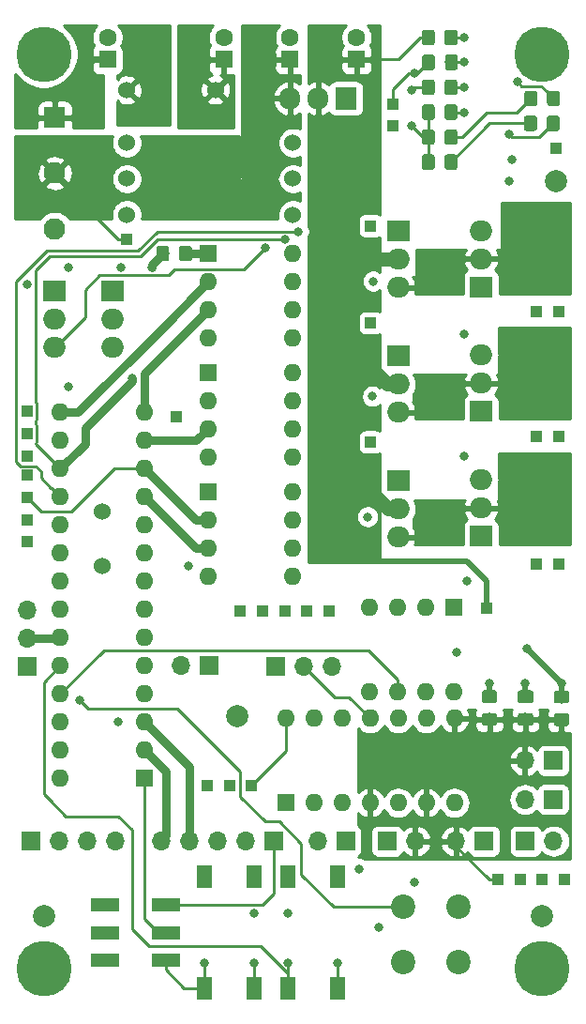
<source format=gtl>
G04 #@! TF.GenerationSoftware,KiCad,Pcbnew,(5.1.4)-1*
G04 #@! TF.CreationDate,2019-12-31T15:47:16-06:00*
G04 #@! TF.ProjectId,bldc_controller_v2,626c6463-5f63-46f6-9e74-726f6c6c6572,rev?*
G04 #@! TF.SameCoordinates,Original*
G04 #@! TF.FileFunction,Copper,L1,Top*
G04 #@! TF.FilePolarity,Positive*
%FSLAX46Y46*%
G04 Gerber Fmt 4.6, Leading zero omitted, Abs format (unit mm)*
G04 Created by KiCad (PCBNEW (5.1.4)-1) date 2019-12-31 15:47:17*
%MOMM*%
%LPD*%
G04 APERTURE LIST*
%ADD10R,1.000000X1.000000*%
%ADD11C,2.000000*%
%ADD12O,1.700000X1.700000*%
%ADD13R,1.700000X1.700000*%
%ADD14O,1.600000X1.600000*%
%ADD15R,1.600000X1.600000*%
%ADD16C,1.950000*%
%ADD17R,1.950000X1.950000*%
%ADD18C,1.524000*%
%ADD19C,2.200000*%
%ADD20R,2.000000X1.905000*%
%ADD21O,2.000000X1.905000*%
%ADD22R,2.500000X1.200000*%
%ADD23R,1.400000X2.100000*%
%ADD24C,0.100000*%
%ADD25C,1.150000*%
%ADD26O,1.905000X2.000000*%
%ADD27R,1.905000X2.000000*%
%ADD28C,1.600000*%
%ADD29C,5.000000*%
%ADD30C,0.800000*%
%ADD31C,0.508000*%
%ADD32C,1.270000*%
%ADD33C,0.254000*%
%ADD34C,0.762000*%
%ADD35C,0.250000*%
G04 APERTURE END LIST*
D10*
X157250000Y-138750000D03*
X160750000Y-110250000D03*
X163250000Y-138750000D03*
X114750000Y-104250000D03*
D11*
X162500000Y-75750000D03*
D10*
X156250000Y-114250000D03*
X145750000Y-99250000D03*
X134000000Y-114500000D03*
X161250000Y-138750000D03*
X114750000Y-106250000D03*
X160750000Y-98750000D03*
X136000000Y-114500000D03*
X159250000Y-138750000D03*
X114750000Y-98500000D03*
X162750000Y-110250000D03*
X145750000Y-88500000D03*
X138000000Y-114500000D03*
X133000000Y-130250000D03*
X114750000Y-102250000D03*
X162500000Y-72750000D03*
D11*
X133750000Y-124000000D03*
D10*
X114750000Y-108250000D03*
X162750000Y-98750000D03*
X160750000Y-87500000D03*
X140000000Y-114500000D03*
X135000000Y-130250000D03*
X114750000Y-96500000D03*
X147750000Y-70750000D03*
X162750000Y-87500000D03*
X145750000Y-79750000D03*
X142000000Y-114500000D03*
X131000000Y-130250000D03*
X114750000Y-100500000D03*
X123750000Y-81000000D03*
D11*
X116250000Y-142000000D03*
D10*
X128250000Y-97000000D03*
D11*
X161250000Y-142000000D03*
D10*
X147750000Y-68750000D03*
D12*
X162290000Y-135250000D03*
D13*
X159750000Y-135250000D03*
D12*
X140960000Y-135250000D03*
D13*
X143500000Y-135250000D03*
D12*
X159710000Y-131500000D03*
D13*
X162250000Y-131500000D03*
D12*
X153460000Y-135250000D03*
D13*
X156000000Y-135250000D03*
D12*
X149790000Y-135250000D03*
D13*
X147250000Y-135250000D03*
D12*
X159710000Y-128000000D03*
D13*
X162250000Y-128000000D03*
D12*
X128660000Y-119400000D03*
D13*
X131200000Y-119400000D03*
D14*
X138750000Y-82250000D03*
X131130000Y-89870000D03*
X138750000Y-84790000D03*
X131130000Y-87330000D03*
X138750000Y-87330000D03*
X131130000Y-84790000D03*
X138750000Y-89870000D03*
D15*
X131130000Y-82250000D03*
D13*
X137000000Y-135250000D03*
D12*
X134460000Y-135250000D03*
X131920000Y-135250000D03*
X129380000Y-135250000D03*
X126840000Y-135250000D03*
D16*
X117250000Y-80000000D03*
X117250000Y-75000000D03*
D17*
X117250000Y-70000000D03*
D18*
X131750000Y-67500000D03*
X123750000Y-67500000D03*
X123750000Y-75500000D03*
X138750000Y-75500000D03*
X123750000Y-72250000D03*
X138750000Y-72250000D03*
X123750000Y-78750000D03*
X138750000Y-78750000D03*
D19*
X153700000Y-146200000D03*
X153700000Y-141200000D03*
X148700000Y-141200000D03*
X148700000Y-146200000D03*
D18*
X121500000Y-110440000D03*
X121500000Y-105560000D03*
D14*
X138720000Y-103750000D03*
X131100000Y-111370000D03*
X138720000Y-106290000D03*
X131100000Y-108830000D03*
X138720000Y-108830000D03*
X131100000Y-106290000D03*
X138720000Y-111370000D03*
D15*
X131100000Y-103750000D03*
D14*
X138720000Y-92960000D03*
X131100000Y-100580000D03*
X138720000Y-95500000D03*
X131100000Y-98040000D03*
X138720000Y-98040000D03*
X131100000Y-95500000D03*
X138720000Y-100580000D03*
D15*
X131100000Y-92960000D03*
D14*
X138100000Y-124180000D03*
X153340000Y-131800000D03*
X140640000Y-124180000D03*
X150800000Y-131800000D03*
X143180000Y-124180000D03*
X148260000Y-131800000D03*
X145720000Y-124180000D03*
X145720000Y-131800000D03*
X148260000Y-124180000D03*
X143180000Y-131800000D03*
X150800000Y-124180000D03*
X140640000Y-131800000D03*
X153340000Y-124180000D03*
D15*
X138100000Y-131800000D03*
X153300000Y-114200000D03*
D14*
X145680000Y-121820000D03*
X150760000Y-114200000D03*
X148220000Y-121820000D03*
X148220000Y-114200000D03*
X150760000Y-121820000D03*
X145680000Y-114200000D03*
X153300000Y-121820000D03*
D20*
X117250000Y-85650000D03*
D21*
X117250000Y-88190000D03*
X117250000Y-90730000D03*
D20*
X122500000Y-85650000D03*
D21*
X122500000Y-88190000D03*
X122500000Y-90730000D03*
D15*
X125350000Y-129600000D03*
D14*
X117730000Y-96580000D03*
X125350000Y-127060000D03*
X117730000Y-99120000D03*
X125350000Y-124520000D03*
X117730000Y-101660000D03*
X125350000Y-121980000D03*
X117730000Y-104200000D03*
X125350000Y-119440000D03*
X117730000Y-106740000D03*
X125350000Y-116900000D03*
X117730000Y-109280000D03*
X125350000Y-114360000D03*
X117730000Y-111820000D03*
X125350000Y-111820000D03*
X117730000Y-114360000D03*
X125350000Y-109280000D03*
X117730000Y-116900000D03*
X125350000Y-106740000D03*
X117730000Y-119440000D03*
X125350000Y-104200000D03*
X117730000Y-121980000D03*
X125350000Y-101660000D03*
X117730000Y-124520000D03*
X125350000Y-99120000D03*
X117730000Y-127060000D03*
X125350000Y-96580000D03*
X117730000Y-129600000D03*
D22*
X121750000Y-146000000D03*
X121750000Y-143500000D03*
X121750000Y-141000000D03*
X127250000Y-141000000D03*
X127250000Y-146000000D03*
X127250000Y-143500000D03*
D23*
X138250000Y-148500000D03*
X142750000Y-148500000D03*
X138250000Y-138500000D03*
X142750000Y-138500000D03*
X130750000Y-148500000D03*
X135250000Y-148500000D03*
X130750000Y-138500000D03*
X135250000Y-138500000D03*
D24*
G36*
X160224505Y-121651204D02*
G01*
X160248773Y-121654804D01*
X160272572Y-121660765D01*
X160295671Y-121669030D01*
X160317850Y-121679520D01*
X160338893Y-121692132D01*
X160358599Y-121706747D01*
X160376777Y-121723223D01*
X160393253Y-121741401D01*
X160407868Y-121761107D01*
X160420480Y-121782150D01*
X160430970Y-121804329D01*
X160439235Y-121827428D01*
X160445196Y-121851227D01*
X160448796Y-121875495D01*
X160450000Y-121899999D01*
X160450000Y-122550001D01*
X160448796Y-122574505D01*
X160445196Y-122598773D01*
X160439235Y-122622572D01*
X160430970Y-122645671D01*
X160420480Y-122667850D01*
X160407868Y-122688893D01*
X160393253Y-122708599D01*
X160376777Y-122726777D01*
X160358599Y-122743253D01*
X160338893Y-122757868D01*
X160317850Y-122770480D01*
X160295671Y-122780970D01*
X160272572Y-122789235D01*
X160248773Y-122795196D01*
X160224505Y-122798796D01*
X160200001Y-122800000D01*
X159299999Y-122800000D01*
X159275495Y-122798796D01*
X159251227Y-122795196D01*
X159227428Y-122789235D01*
X159204329Y-122780970D01*
X159182150Y-122770480D01*
X159161107Y-122757868D01*
X159141401Y-122743253D01*
X159123223Y-122726777D01*
X159106747Y-122708599D01*
X159092132Y-122688893D01*
X159079520Y-122667850D01*
X159069030Y-122645671D01*
X159060765Y-122622572D01*
X159054804Y-122598773D01*
X159051204Y-122574505D01*
X159050000Y-122550001D01*
X159050000Y-121899999D01*
X159051204Y-121875495D01*
X159054804Y-121851227D01*
X159060765Y-121827428D01*
X159069030Y-121804329D01*
X159079520Y-121782150D01*
X159092132Y-121761107D01*
X159106747Y-121741401D01*
X159123223Y-121723223D01*
X159141401Y-121706747D01*
X159161107Y-121692132D01*
X159182150Y-121679520D01*
X159204329Y-121669030D01*
X159227428Y-121660765D01*
X159251227Y-121654804D01*
X159275495Y-121651204D01*
X159299999Y-121650000D01*
X160200001Y-121650000D01*
X160224505Y-121651204D01*
X160224505Y-121651204D01*
G37*
D25*
X159750000Y-122225000D03*
D24*
G36*
X160224505Y-123701204D02*
G01*
X160248773Y-123704804D01*
X160272572Y-123710765D01*
X160295671Y-123719030D01*
X160317850Y-123729520D01*
X160338893Y-123742132D01*
X160358599Y-123756747D01*
X160376777Y-123773223D01*
X160393253Y-123791401D01*
X160407868Y-123811107D01*
X160420480Y-123832150D01*
X160430970Y-123854329D01*
X160439235Y-123877428D01*
X160445196Y-123901227D01*
X160448796Y-123925495D01*
X160450000Y-123949999D01*
X160450000Y-124600001D01*
X160448796Y-124624505D01*
X160445196Y-124648773D01*
X160439235Y-124672572D01*
X160430970Y-124695671D01*
X160420480Y-124717850D01*
X160407868Y-124738893D01*
X160393253Y-124758599D01*
X160376777Y-124776777D01*
X160358599Y-124793253D01*
X160338893Y-124807868D01*
X160317850Y-124820480D01*
X160295671Y-124830970D01*
X160272572Y-124839235D01*
X160248773Y-124845196D01*
X160224505Y-124848796D01*
X160200001Y-124850000D01*
X159299999Y-124850000D01*
X159275495Y-124848796D01*
X159251227Y-124845196D01*
X159227428Y-124839235D01*
X159204329Y-124830970D01*
X159182150Y-124820480D01*
X159161107Y-124807868D01*
X159141401Y-124793253D01*
X159123223Y-124776777D01*
X159106747Y-124758599D01*
X159092132Y-124738893D01*
X159079520Y-124717850D01*
X159069030Y-124695671D01*
X159060765Y-124672572D01*
X159054804Y-124648773D01*
X159051204Y-124624505D01*
X159050000Y-124600001D01*
X159050000Y-123949999D01*
X159051204Y-123925495D01*
X159054804Y-123901227D01*
X159060765Y-123877428D01*
X159069030Y-123854329D01*
X159079520Y-123832150D01*
X159092132Y-123811107D01*
X159106747Y-123791401D01*
X159123223Y-123773223D01*
X159141401Y-123756747D01*
X159161107Y-123742132D01*
X159182150Y-123729520D01*
X159204329Y-123719030D01*
X159227428Y-123710765D01*
X159251227Y-123704804D01*
X159275495Y-123701204D01*
X159299999Y-123700000D01*
X160200001Y-123700000D01*
X160224505Y-123701204D01*
X160224505Y-123701204D01*
G37*
D25*
X159750000Y-124275000D03*
D24*
G36*
X156974505Y-121651204D02*
G01*
X156998773Y-121654804D01*
X157022572Y-121660765D01*
X157045671Y-121669030D01*
X157067850Y-121679520D01*
X157088893Y-121692132D01*
X157108599Y-121706747D01*
X157126777Y-121723223D01*
X157143253Y-121741401D01*
X157157868Y-121761107D01*
X157170480Y-121782150D01*
X157180970Y-121804329D01*
X157189235Y-121827428D01*
X157195196Y-121851227D01*
X157198796Y-121875495D01*
X157200000Y-121899999D01*
X157200000Y-122550001D01*
X157198796Y-122574505D01*
X157195196Y-122598773D01*
X157189235Y-122622572D01*
X157180970Y-122645671D01*
X157170480Y-122667850D01*
X157157868Y-122688893D01*
X157143253Y-122708599D01*
X157126777Y-122726777D01*
X157108599Y-122743253D01*
X157088893Y-122757868D01*
X157067850Y-122770480D01*
X157045671Y-122780970D01*
X157022572Y-122789235D01*
X156998773Y-122795196D01*
X156974505Y-122798796D01*
X156950001Y-122800000D01*
X156049999Y-122800000D01*
X156025495Y-122798796D01*
X156001227Y-122795196D01*
X155977428Y-122789235D01*
X155954329Y-122780970D01*
X155932150Y-122770480D01*
X155911107Y-122757868D01*
X155891401Y-122743253D01*
X155873223Y-122726777D01*
X155856747Y-122708599D01*
X155842132Y-122688893D01*
X155829520Y-122667850D01*
X155819030Y-122645671D01*
X155810765Y-122622572D01*
X155804804Y-122598773D01*
X155801204Y-122574505D01*
X155800000Y-122550001D01*
X155800000Y-121899999D01*
X155801204Y-121875495D01*
X155804804Y-121851227D01*
X155810765Y-121827428D01*
X155819030Y-121804329D01*
X155829520Y-121782150D01*
X155842132Y-121761107D01*
X155856747Y-121741401D01*
X155873223Y-121723223D01*
X155891401Y-121706747D01*
X155911107Y-121692132D01*
X155932150Y-121679520D01*
X155954329Y-121669030D01*
X155977428Y-121660765D01*
X156001227Y-121654804D01*
X156025495Y-121651204D01*
X156049999Y-121650000D01*
X156950001Y-121650000D01*
X156974505Y-121651204D01*
X156974505Y-121651204D01*
G37*
D25*
X156500000Y-122225000D03*
D24*
G36*
X156974505Y-123701204D02*
G01*
X156998773Y-123704804D01*
X157022572Y-123710765D01*
X157045671Y-123719030D01*
X157067850Y-123729520D01*
X157088893Y-123742132D01*
X157108599Y-123756747D01*
X157126777Y-123773223D01*
X157143253Y-123791401D01*
X157157868Y-123811107D01*
X157170480Y-123832150D01*
X157180970Y-123854329D01*
X157189235Y-123877428D01*
X157195196Y-123901227D01*
X157198796Y-123925495D01*
X157200000Y-123949999D01*
X157200000Y-124600001D01*
X157198796Y-124624505D01*
X157195196Y-124648773D01*
X157189235Y-124672572D01*
X157180970Y-124695671D01*
X157170480Y-124717850D01*
X157157868Y-124738893D01*
X157143253Y-124758599D01*
X157126777Y-124776777D01*
X157108599Y-124793253D01*
X157088893Y-124807868D01*
X157067850Y-124820480D01*
X157045671Y-124830970D01*
X157022572Y-124839235D01*
X156998773Y-124845196D01*
X156974505Y-124848796D01*
X156950001Y-124850000D01*
X156049999Y-124850000D01*
X156025495Y-124848796D01*
X156001227Y-124845196D01*
X155977428Y-124839235D01*
X155954329Y-124830970D01*
X155932150Y-124820480D01*
X155911107Y-124807868D01*
X155891401Y-124793253D01*
X155873223Y-124776777D01*
X155856747Y-124758599D01*
X155842132Y-124738893D01*
X155829520Y-124717850D01*
X155819030Y-124695671D01*
X155810765Y-124672572D01*
X155804804Y-124648773D01*
X155801204Y-124624505D01*
X155800000Y-124600001D01*
X155800000Y-123949999D01*
X155801204Y-123925495D01*
X155804804Y-123901227D01*
X155810765Y-123877428D01*
X155819030Y-123854329D01*
X155829520Y-123832150D01*
X155842132Y-123811107D01*
X155856747Y-123791401D01*
X155873223Y-123773223D01*
X155891401Y-123756747D01*
X155911107Y-123742132D01*
X155932150Y-123729520D01*
X155954329Y-123719030D01*
X155977428Y-123710765D01*
X156001227Y-123704804D01*
X156025495Y-123701204D01*
X156049999Y-123700000D01*
X156950001Y-123700000D01*
X156974505Y-123701204D01*
X156974505Y-123701204D01*
G37*
D25*
X156500000Y-124275000D03*
D24*
G36*
X163474505Y-121676204D02*
G01*
X163498773Y-121679804D01*
X163522572Y-121685765D01*
X163545671Y-121694030D01*
X163567850Y-121704520D01*
X163588893Y-121717132D01*
X163608599Y-121731747D01*
X163626777Y-121748223D01*
X163643253Y-121766401D01*
X163657868Y-121786107D01*
X163670480Y-121807150D01*
X163680970Y-121829329D01*
X163689235Y-121852428D01*
X163695196Y-121876227D01*
X163698796Y-121900495D01*
X163700000Y-121924999D01*
X163700000Y-122575001D01*
X163698796Y-122599505D01*
X163695196Y-122623773D01*
X163689235Y-122647572D01*
X163680970Y-122670671D01*
X163670480Y-122692850D01*
X163657868Y-122713893D01*
X163643253Y-122733599D01*
X163626777Y-122751777D01*
X163608599Y-122768253D01*
X163588893Y-122782868D01*
X163567850Y-122795480D01*
X163545671Y-122805970D01*
X163522572Y-122814235D01*
X163498773Y-122820196D01*
X163474505Y-122823796D01*
X163450001Y-122825000D01*
X162549999Y-122825000D01*
X162525495Y-122823796D01*
X162501227Y-122820196D01*
X162477428Y-122814235D01*
X162454329Y-122805970D01*
X162432150Y-122795480D01*
X162411107Y-122782868D01*
X162391401Y-122768253D01*
X162373223Y-122751777D01*
X162356747Y-122733599D01*
X162342132Y-122713893D01*
X162329520Y-122692850D01*
X162319030Y-122670671D01*
X162310765Y-122647572D01*
X162304804Y-122623773D01*
X162301204Y-122599505D01*
X162300000Y-122575001D01*
X162300000Y-121924999D01*
X162301204Y-121900495D01*
X162304804Y-121876227D01*
X162310765Y-121852428D01*
X162319030Y-121829329D01*
X162329520Y-121807150D01*
X162342132Y-121786107D01*
X162356747Y-121766401D01*
X162373223Y-121748223D01*
X162391401Y-121731747D01*
X162411107Y-121717132D01*
X162432150Y-121704520D01*
X162454329Y-121694030D01*
X162477428Y-121685765D01*
X162501227Y-121679804D01*
X162525495Y-121676204D01*
X162549999Y-121675000D01*
X163450001Y-121675000D01*
X163474505Y-121676204D01*
X163474505Y-121676204D01*
G37*
D25*
X163000000Y-122250000D03*
D24*
G36*
X163474505Y-123726204D02*
G01*
X163498773Y-123729804D01*
X163522572Y-123735765D01*
X163545671Y-123744030D01*
X163567850Y-123754520D01*
X163588893Y-123767132D01*
X163608599Y-123781747D01*
X163626777Y-123798223D01*
X163643253Y-123816401D01*
X163657868Y-123836107D01*
X163670480Y-123857150D01*
X163680970Y-123879329D01*
X163689235Y-123902428D01*
X163695196Y-123926227D01*
X163698796Y-123950495D01*
X163700000Y-123974999D01*
X163700000Y-124625001D01*
X163698796Y-124649505D01*
X163695196Y-124673773D01*
X163689235Y-124697572D01*
X163680970Y-124720671D01*
X163670480Y-124742850D01*
X163657868Y-124763893D01*
X163643253Y-124783599D01*
X163626777Y-124801777D01*
X163608599Y-124818253D01*
X163588893Y-124832868D01*
X163567850Y-124845480D01*
X163545671Y-124855970D01*
X163522572Y-124864235D01*
X163498773Y-124870196D01*
X163474505Y-124873796D01*
X163450001Y-124875000D01*
X162549999Y-124875000D01*
X162525495Y-124873796D01*
X162501227Y-124870196D01*
X162477428Y-124864235D01*
X162454329Y-124855970D01*
X162432150Y-124845480D01*
X162411107Y-124832868D01*
X162391401Y-124818253D01*
X162373223Y-124801777D01*
X162356747Y-124783599D01*
X162342132Y-124763893D01*
X162329520Y-124742850D01*
X162319030Y-124720671D01*
X162310765Y-124697572D01*
X162304804Y-124673773D01*
X162301204Y-124649505D01*
X162300000Y-124625001D01*
X162300000Y-123974999D01*
X162301204Y-123950495D01*
X162304804Y-123926227D01*
X162310765Y-123902428D01*
X162319030Y-123879329D01*
X162329520Y-123857150D01*
X162342132Y-123836107D01*
X162356747Y-123816401D01*
X162373223Y-123798223D01*
X162391401Y-123781747D01*
X162411107Y-123767132D01*
X162432150Y-123754520D01*
X162454329Y-123744030D01*
X162477428Y-123735765D01*
X162501227Y-123729804D01*
X162525495Y-123726204D01*
X162549999Y-123725000D01*
X163450001Y-123725000D01*
X163474505Y-123726204D01*
X163474505Y-123726204D01*
G37*
D25*
X163000000Y-124300000D03*
D24*
G36*
X162599505Y-69801204D02*
G01*
X162623773Y-69804804D01*
X162647572Y-69810765D01*
X162670671Y-69819030D01*
X162692850Y-69829520D01*
X162713893Y-69842132D01*
X162733599Y-69856747D01*
X162751777Y-69873223D01*
X162768253Y-69891401D01*
X162782868Y-69911107D01*
X162795480Y-69932150D01*
X162805970Y-69954329D01*
X162814235Y-69977428D01*
X162820196Y-70001227D01*
X162823796Y-70025495D01*
X162825000Y-70049999D01*
X162825000Y-70950001D01*
X162823796Y-70974505D01*
X162820196Y-70998773D01*
X162814235Y-71022572D01*
X162805970Y-71045671D01*
X162795480Y-71067850D01*
X162782868Y-71088893D01*
X162768253Y-71108599D01*
X162751777Y-71126777D01*
X162733599Y-71143253D01*
X162713893Y-71157868D01*
X162692850Y-71170480D01*
X162670671Y-71180970D01*
X162647572Y-71189235D01*
X162623773Y-71195196D01*
X162599505Y-71198796D01*
X162575001Y-71200000D01*
X161924999Y-71200000D01*
X161900495Y-71198796D01*
X161876227Y-71195196D01*
X161852428Y-71189235D01*
X161829329Y-71180970D01*
X161807150Y-71170480D01*
X161786107Y-71157868D01*
X161766401Y-71143253D01*
X161748223Y-71126777D01*
X161731747Y-71108599D01*
X161717132Y-71088893D01*
X161704520Y-71067850D01*
X161694030Y-71045671D01*
X161685765Y-71022572D01*
X161679804Y-70998773D01*
X161676204Y-70974505D01*
X161675000Y-70950001D01*
X161675000Y-70049999D01*
X161676204Y-70025495D01*
X161679804Y-70001227D01*
X161685765Y-69977428D01*
X161694030Y-69954329D01*
X161704520Y-69932150D01*
X161717132Y-69911107D01*
X161731747Y-69891401D01*
X161748223Y-69873223D01*
X161766401Y-69856747D01*
X161786107Y-69842132D01*
X161807150Y-69829520D01*
X161829329Y-69819030D01*
X161852428Y-69810765D01*
X161876227Y-69804804D01*
X161900495Y-69801204D01*
X161924999Y-69800000D01*
X162575001Y-69800000D01*
X162599505Y-69801204D01*
X162599505Y-69801204D01*
G37*
D25*
X162250000Y-70500000D03*
D24*
G36*
X160549505Y-69801204D02*
G01*
X160573773Y-69804804D01*
X160597572Y-69810765D01*
X160620671Y-69819030D01*
X160642850Y-69829520D01*
X160663893Y-69842132D01*
X160683599Y-69856747D01*
X160701777Y-69873223D01*
X160718253Y-69891401D01*
X160732868Y-69911107D01*
X160745480Y-69932150D01*
X160755970Y-69954329D01*
X160764235Y-69977428D01*
X160770196Y-70001227D01*
X160773796Y-70025495D01*
X160775000Y-70049999D01*
X160775000Y-70950001D01*
X160773796Y-70974505D01*
X160770196Y-70998773D01*
X160764235Y-71022572D01*
X160755970Y-71045671D01*
X160745480Y-71067850D01*
X160732868Y-71088893D01*
X160718253Y-71108599D01*
X160701777Y-71126777D01*
X160683599Y-71143253D01*
X160663893Y-71157868D01*
X160642850Y-71170480D01*
X160620671Y-71180970D01*
X160597572Y-71189235D01*
X160573773Y-71195196D01*
X160549505Y-71198796D01*
X160525001Y-71200000D01*
X159874999Y-71200000D01*
X159850495Y-71198796D01*
X159826227Y-71195196D01*
X159802428Y-71189235D01*
X159779329Y-71180970D01*
X159757150Y-71170480D01*
X159736107Y-71157868D01*
X159716401Y-71143253D01*
X159698223Y-71126777D01*
X159681747Y-71108599D01*
X159667132Y-71088893D01*
X159654520Y-71067850D01*
X159644030Y-71045671D01*
X159635765Y-71022572D01*
X159629804Y-70998773D01*
X159626204Y-70974505D01*
X159625000Y-70950001D01*
X159625000Y-70049999D01*
X159626204Y-70025495D01*
X159629804Y-70001227D01*
X159635765Y-69977428D01*
X159644030Y-69954329D01*
X159654520Y-69932150D01*
X159667132Y-69911107D01*
X159681747Y-69891401D01*
X159698223Y-69873223D01*
X159716401Y-69856747D01*
X159736107Y-69842132D01*
X159757150Y-69829520D01*
X159779329Y-69819030D01*
X159802428Y-69810765D01*
X159826227Y-69804804D01*
X159850495Y-69801204D01*
X159874999Y-69800000D01*
X160525001Y-69800000D01*
X160549505Y-69801204D01*
X160549505Y-69801204D01*
G37*
D25*
X160200000Y-70500000D03*
D24*
G36*
X162624505Y-67551204D02*
G01*
X162648773Y-67554804D01*
X162672572Y-67560765D01*
X162695671Y-67569030D01*
X162717850Y-67579520D01*
X162738893Y-67592132D01*
X162758599Y-67606747D01*
X162776777Y-67623223D01*
X162793253Y-67641401D01*
X162807868Y-67661107D01*
X162820480Y-67682150D01*
X162830970Y-67704329D01*
X162839235Y-67727428D01*
X162845196Y-67751227D01*
X162848796Y-67775495D01*
X162850000Y-67799999D01*
X162850000Y-68700001D01*
X162848796Y-68724505D01*
X162845196Y-68748773D01*
X162839235Y-68772572D01*
X162830970Y-68795671D01*
X162820480Y-68817850D01*
X162807868Y-68838893D01*
X162793253Y-68858599D01*
X162776777Y-68876777D01*
X162758599Y-68893253D01*
X162738893Y-68907868D01*
X162717850Y-68920480D01*
X162695671Y-68930970D01*
X162672572Y-68939235D01*
X162648773Y-68945196D01*
X162624505Y-68948796D01*
X162600001Y-68950000D01*
X161949999Y-68950000D01*
X161925495Y-68948796D01*
X161901227Y-68945196D01*
X161877428Y-68939235D01*
X161854329Y-68930970D01*
X161832150Y-68920480D01*
X161811107Y-68907868D01*
X161791401Y-68893253D01*
X161773223Y-68876777D01*
X161756747Y-68858599D01*
X161742132Y-68838893D01*
X161729520Y-68817850D01*
X161719030Y-68795671D01*
X161710765Y-68772572D01*
X161704804Y-68748773D01*
X161701204Y-68724505D01*
X161700000Y-68700001D01*
X161700000Y-67799999D01*
X161701204Y-67775495D01*
X161704804Y-67751227D01*
X161710765Y-67727428D01*
X161719030Y-67704329D01*
X161729520Y-67682150D01*
X161742132Y-67661107D01*
X161756747Y-67641401D01*
X161773223Y-67623223D01*
X161791401Y-67606747D01*
X161811107Y-67592132D01*
X161832150Y-67579520D01*
X161854329Y-67569030D01*
X161877428Y-67560765D01*
X161901227Y-67554804D01*
X161925495Y-67551204D01*
X161949999Y-67550000D01*
X162600001Y-67550000D01*
X162624505Y-67551204D01*
X162624505Y-67551204D01*
G37*
D25*
X162275000Y-68250000D03*
D24*
G36*
X160574505Y-67551204D02*
G01*
X160598773Y-67554804D01*
X160622572Y-67560765D01*
X160645671Y-67569030D01*
X160667850Y-67579520D01*
X160688893Y-67592132D01*
X160708599Y-67606747D01*
X160726777Y-67623223D01*
X160743253Y-67641401D01*
X160757868Y-67661107D01*
X160770480Y-67682150D01*
X160780970Y-67704329D01*
X160789235Y-67727428D01*
X160795196Y-67751227D01*
X160798796Y-67775495D01*
X160800000Y-67799999D01*
X160800000Y-68700001D01*
X160798796Y-68724505D01*
X160795196Y-68748773D01*
X160789235Y-68772572D01*
X160780970Y-68795671D01*
X160770480Y-68817850D01*
X160757868Y-68838893D01*
X160743253Y-68858599D01*
X160726777Y-68876777D01*
X160708599Y-68893253D01*
X160688893Y-68907868D01*
X160667850Y-68920480D01*
X160645671Y-68930970D01*
X160622572Y-68939235D01*
X160598773Y-68945196D01*
X160574505Y-68948796D01*
X160550001Y-68950000D01*
X159899999Y-68950000D01*
X159875495Y-68948796D01*
X159851227Y-68945196D01*
X159827428Y-68939235D01*
X159804329Y-68930970D01*
X159782150Y-68920480D01*
X159761107Y-68907868D01*
X159741401Y-68893253D01*
X159723223Y-68876777D01*
X159706747Y-68858599D01*
X159692132Y-68838893D01*
X159679520Y-68817850D01*
X159669030Y-68795671D01*
X159660765Y-68772572D01*
X159654804Y-68748773D01*
X159651204Y-68724505D01*
X159650000Y-68700001D01*
X159650000Y-67799999D01*
X159651204Y-67775495D01*
X159654804Y-67751227D01*
X159660765Y-67727428D01*
X159669030Y-67704329D01*
X159679520Y-67682150D01*
X159692132Y-67661107D01*
X159706747Y-67641401D01*
X159723223Y-67623223D01*
X159741401Y-67606747D01*
X159761107Y-67592132D01*
X159782150Y-67579520D01*
X159804329Y-67569030D01*
X159827428Y-67560765D01*
X159851227Y-67554804D01*
X159875495Y-67551204D01*
X159899999Y-67550000D01*
X160550001Y-67550000D01*
X160574505Y-67551204D01*
X160574505Y-67551204D01*
G37*
D25*
X160225000Y-68250000D03*
D21*
X155750000Y-102670000D03*
X155750000Y-105210000D03*
D20*
X155750000Y-107750000D03*
D21*
X148250000Y-107830000D03*
X148250000Y-105290000D03*
D20*
X148250000Y-102750000D03*
D21*
X155750000Y-91420000D03*
X155750000Y-93960000D03*
D20*
X155750000Y-96500000D03*
D21*
X148250000Y-96580000D03*
X148250000Y-94040000D03*
D20*
X148250000Y-91500000D03*
D21*
X155750000Y-80170000D03*
X155750000Y-82710000D03*
D20*
X155750000Y-85250000D03*
X148250000Y-80210000D03*
D21*
X148250000Y-82750000D03*
X148250000Y-85290000D03*
D26*
X138460000Y-68250000D03*
X141000000Y-68250000D03*
D27*
X143540000Y-68250000D03*
D12*
X122740000Y-135250000D03*
X120200000Y-135250000D03*
X117660000Y-135250000D03*
D13*
X115120000Y-135250000D03*
X114750000Y-119500000D03*
D12*
X114750000Y-116960000D03*
X114750000Y-114420000D03*
D13*
X137170000Y-119500000D03*
D12*
X139710000Y-119500000D03*
X142250000Y-119500000D03*
D24*
G36*
X151324505Y-73301204D02*
G01*
X151348773Y-73304804D01*
X151372572Y-73310765D01*
X151395671Y-73319030D01*
X151417850Y-73329520D01*
X151438893Y-73342132D01*
X151458599Y-73356747D01*
X151476777Y-73373223D01*
X151493253Y-73391401D01*
X151507868Y-73411107D01*
X151520480Y-73432150D01*
X151530970Y-73454329D01*
X151539235Y-73477428D01*
X151545196Y-73501227D01*
X151548796Y-73525495D01*
X151550000Y-73549999D01*
X151550000Y-74450001D01*
X151548796Y-74474505D01*
X151545196Y-74498773D01*
X151539235Y-74522572D01*
X151530970Y-74545671D01*
X151520480Y-74567850D01*
X151507868Y-74588893D01*
X151493253Y-74608599D01*
X151476777Y-74626777D01*
X151458599Y-74643253D01*
X151438893Y-74657868D01*
X151417850Y-74670480D01*
X151395671Y-74680970D01*
X151372572Y-74689235D01*
X151348773Y-74695196D01*
X151324505Y-74698796D01*
X151300001Y-74700000D01*
X150649999Y-74700000D01*
X150625495Y-74698796D01*
X150601227Y-74695196D01*
X150577428Y-74689235D01*
X150554329Y-74680970D01*
X150532150Y-74670480D01*
X150511107Y-74657868D01*
X150491401Y-74643253D01*
X150473223Y-74626777D01*
X150456747Y-74608599D01*
X150442132Y-74588893D01*
X150429520Y-74567850D01*
X150419030Y-74545671D01*
X150410765Y-74522572D01*
X150404804Y-74498773D01*
X150401204Y-74474505D01*
X150400000Y-74450001D01*
X150400000Y-73549999D01*
X150401204Y-73525495D01*
X150404804Y-73501227D01*
X150410765Y-73477428D01*
X150419030Y-73454329D01*
X150429520Y-73432150D01*
X150442132Y-73411107D01*
X150456747Y-73391401D01*
X150473223Y-73373223D01*
X150491401Y-73356747D01*
X150511107Y-73342132D01*
X150532150Y-73329520D01*
X150554329Y-73319030D01*
X150577428Y-73310765D01*
X150601227Y-73304804D01*
X150625495Y-73301204D01*
X150649999Y-73300000D01*
X151300001Y-73300000D01*
X151324505Y-73301204D01*
X151324505Y-73301204D01*
G37*
D25*
X150975000Y-74000000D03*
D24*
G36*
X153374505Y-73301204D02*
G01*
X153398773Y-73304804D01*
X153422572Y-73310765D01*
X153445671Y-73319030D01*
X153467850Y-73329520D01*
X153488893Y-73342132D01*
X153508599Y-73356747D01*
X153526777Y-73373223D01*
X153543253Y-73391401D01*
X153557868Y-73411107D01*
X153570480Y-73432150D01*
X153580970Y-73454329D01*
X153589235Y-73477428D01*
X153595196Y-73501227D01*
X153598796Y-73525495D01*
X153600000Y-73549999D01*
X153600000Y-74450001D01*
X153598796Y-74474505D01*
X153595196Y-74498773D01*
X153589235Y-74522572D01*
X153580970Y-74545671D01*
X153570480Y-74567850D01*
X153557868Y-74588893D01*
X153543253Y-74608599D01*
X153526777Y-74626777D01*
X153508599Y-74643253D01*
X153488893Y-74657868D01*
X153467850Y-74670480D01*
X153445671Y-74680970D01*
X153422572Y-74689235D01*
X153398773Y-74695196D01*
X153374505Y-74698796D01*
X153350001Y-74700000D01*
X152699999Y-74700000D01*
X152675495Y-74698796D01*
X152651227Y-74695196D01*
X152627428Y-74689235D01*
X152604329Y-74680970D01*
X152582150Y-74670480D01*
X152561107Y-74657868D01*
X152541401Y-74643253D01*
X152523223Y-74626777D01*
X152506747Y-74608599D01*
X152492132Y-74588893D01*
X152479520Y-74567850D01*
X152469030Y-74545671D01*
X152460765Y-74522572D01*
X152454804Y-74498773D01*
X152451204Y-74474505D01*
X152450000Y-74450001D01*
X152450000Y-73549999D01*
X152451204Y-73525495D01*
X152454804Y-73501227D01*
X152460765Y-73477428D01*
X152469030Y-73454329D01*
X152479520Y-73432150D01*
X152492132Y-73411107D01*
X152506747Y-73391401D01*
X152523223Y-73373223D01*
X152541401Y-73356747D01*
X152561107Y-73342132D01*
X152582150Y-73329520D01*
X152604329Y-73319030D01*
X152627428Y-73310765D01*
X152651227Y-73304804D01*
X152675495Y-73301204D01*
X152699999Y-73300000D01*
X153350001Y-73300000D01*
X153374505Y-73301204D01*
X153374505Y-73301204D01*
G37*
D25*
X153025000Y-74000000D03*
D24*
G36*
X151324505Y-68801204D02*
G01*
X151348773Y-68804804D01*
X151372572Y-68810765D01*
X151395671Y-68819030D01*
X151417850Y-68829520D01*
X151438893Y-68842132D01*
X151458599Y-68856747D01*
X151476777Y-68873223D01*
X151493253Y-68891401D01*
X151507868Y-68911107D01*
X151520480Y-68932150D01*
X151530970Y-68954329D01*
X151539235Y-68977428D01*
X151545196Y-69001227D01*
X151548796Y-69025495D01*
X151550000Y-69049999D01*
X151550000Y-69950001D01*
X151548796Y-69974505D01*
X151545196Y-69998773D01*
X151539235Y-70022572D01*
X151530970Y-70045671D01*
X151520480Y-70067850D01*
X151507868Y-70088893D01*
X151493253Y-70108599D01*
X151476777Y-70126777D01*
X151458599Y-70143253D01*
X151438893Y-70157868D01*
X151417850Y-70170480D01*
X151395671Y-70180970D01*
X151372572Y-70189235D01*
X151348773Y-70195196D01*
X151324505Y-70198796D01*
X151300001Y-70200000D01*
X150649999Y-70200000D01*
X150625495Y-70198796D01*
X150601227Y-70195196D01*
X150577428Y-70189235D01*
X150554329Y-70180970D01*
X150532150Y-70170480D01*
X150511107Y-70157868D01*
X150491401Y-70143253D01*
X150473223Y-70126777D01*
X150456747Y-70108599D01*
X150442132Y-70088893D01*
X150429520Y-70067850D01*
X150419030Y-70045671D01*
X150410765Y-70022572D01*
X150404804Y-69998773D01*
X150401204Y-69974505D01*
X150400000Y-69950001D01*
X150400000Y-69049999D01*
X150401204Y-69025495D01*
X150404804Y-69001227D01*
X150410765Y-68977428D01*
X150419030Y-68954329D01*
X150429520Y-68932150D01*
X150442132Y-68911107D01*
X150456747Y-68891401D01*
X150473223Y-68873223D01*
X150491401Y-68856747D01*
X150511107Y-68842132D01*
X150532150Y-68829520D01*
X150554329Y-68819030D01*
X150577428Y-68810765D01*
X150601227Y-68804804D01*
X150625495Y-68801204D01*
X150649999Y-68800000D01*
X151300001Y-68800000D01*
X151324505Y-68801204D01*
X151324505Y-68801204D01*
G37*
D25*
X150975000Y-69500000D03*
D24*
G36*
X153374505Y-68801204D02*
G01*
X153398773Y-68804804D01*
X153422572Y-68810765D01*
X153445671Y-68819030D01*
X153467850Y-68829520D01*
X153488893Y-68842132D01*
X153508599Y-68856747D01*
X153526777Y-68873223D01*
X153543253Y-68891401D01*
X153557868Y-68911107D01*
X153570480Y-68932150D01*
X153580970Y-68954329D01*
X153589235Y-68977428D01*
X153595196Y-69001227D01*
X153598796Y-69025495D01*
X153600000Y-69049999D01*
X153600000Y-69950001D01*
X153598796Y-69974505D01*
X153595196Y-69998773D01*
X153589235Y-70022572D01*
X153580970Y-70045671D01*
X153570480Y-70067850D01*
X153557868Y-70088893D01*
X153543253Y-70108599D01*
X153526777Y-70126777D01*
X153508599Y-70143253D01*
X153488893Y-70157868D01*
X153467850Y-70170480D01*
X153445671Y-70180970D01*
X153422572Y-70189235D01*
X153398773Y-70195196D01*
X153374505Y-70198796D01*
X153350001Y-70200000D01*
X152699999Y-70200000D01*
X152675495Y-70198796D01*
X152651227Y-70195196D01*
X152627428Y-70189235D01*
X152604329Y-70180970D01*
X152582150Y-70170480D01*
X152561107Y-70157868D01*
X152541401Y-70143253D01*
X152523223Y-70126777D01*
X152506747Y-70108599D01*
X152492132Y-70088893D01*
X152479520Y-70067850D01*
X152469030Y-70045671D01*
X152460765Y-70022572D01*
X152454804Y-69998773D01*
X152451204Y-69974505D01*
X152450000Y-69950001D01*
X152450000Y-69049999D01*
X152451204Y-69025495D01*
X152454804Y-69001227D01*
X152460765Y-68977428D01*
X152469030Y-68954329D01*
X152479520Y-68932150D01*
X152492132Y-68911107D01*
X152506747Y-68891401D01*
X152523223Y-68873223D01*
X152541401Y-68856747D01*
X152561107Y-68842132D01*
X152582150Y-68829520D01*
X152604329Y-68819030D01*
X152627428Y-68810765D01*
X152651227Y-68804804D01*
X152675495Y-68801204D01*
X152699999Y-68800000D01*
X153350001Y-68800000D01*
X153374505Y-68801204D01*
X153374505Y-68801204D01*
G37*
D25*
X153025000Y-69500000D03*
D24*
G36*
X151324505Y-66551204D02*
G01*
X151348773Y-66554804D01*
X151372572Y-66560765D01*
X151395671Y-66569030D01*
X151417850Y-66579520D01*
X151438893Y-66592132D01*
X151458599Y-66606747D01*
X151476777Y-66623223D01*
X151493253Y-66641401D01*
X151507868Y-66661107D01*
X151520480Y-66682150D01*
X151530970Y-66704329D01*
X151539235Y-66727428D01*
X151545196Y-66751227D01*
X151548796Y-66775495D01*
X151550000Y-66799999D01*
X151550000Y-67700001D01*
X151548796Y-67724505D01*
X151545196Y-67748773D01*
X151539235Y-67772572D01*
X151530970Y-67795671D01*
X151520480Y-67817850D01*
X151507868Y-67838893D01*
X151493253Y-67858599D01*
X151476777Y-67876777D01*
X151458599Y-67893253D01*
X151438893Y-67907868D01*
X151417850Y-67920480D01*
X151395671Y-67930970D01*
X151372572Y-67939235D01*
X151348773Y-67945196D01*
X151324505Y-67948796D01*
X151300001Y-67950000D01*
X150649999Y-67950000D01*
X150625495Y-67948796D01*
X150601227Y-67945196D01*
X150577428Y-67939235D01*
X150554329Y-67930970D01*
X150532150Y-67920480D01*
X150511107Y-67907868D01*
X150491401Y-67893253D01*
X150473223Y-67876777D01*
X150456747Y-67858599D01*
X150442132Y-67838893D01*
X150429520Y-67817850D01*
X150419030Y-67795671D01*
X150410765Y-67772572D01*
X150404804Y-67748773D01*
X150401204Y-67724505D01*
X150400000Y-67700001D01*
X150400000Y-66799999D01*
X150401204Y-66775495D01*
X150404804Y-66751227D01*
X150410765Y-66727428D01*
X150419030Y-66704329D01*
X150429520Y-66682150D01*
X150442132Y-66661107D01*
X150456747Y-66641401D01*
X150473223Y-66623223D01*
X150491401Y-66606747D01*
X150511107Y-66592132D01*
X150532150Y-66579520D01*
X150554329Y-66569030D01*
X150577428Y-66560765D01*
X150601227Y-66554804D01*
X150625495Y-66551204D01*
X150649999Y-66550000D01*
X151300001Y-66550000D01*
X151324505Y-66551204D01*
X151324505Y-66551204D01*
G37*
D25*
X150975000Y-67250000D03*
D24*
G36*
X153374505Y-66551204D02*
G01*
X153398773Y-66554804D01*
X153422572Y-66560765D01*
X153445671Y-66569030D01*
X153467850Y-66579520D01*
X153488893Y-66592132D01*
X153508599Y-66606747D01*
X153526777Y-66623223D01*
X153543253Y-66641401D01*
X153557868Y-66661107D01*
X153570480Y-66682150D01*
X153580970Y-66704329D01*
X153589235Y-66727428D01*
X153595196Y-66751227D01*
X153598796Y-66775495D01*
X153600000Y-66799999D01*
X153600000Y-67700001D01*
X153598796Y-67724505D01*
X153595196Y-67748773D01*
X153589235Y-67772572D01*
X153580970Y-67795671D01*
X153570480Y-67817850D01*
X153557868Y-67838893D01*
X153543253Y-67858599D01*
X153526777Y-67876777D01*
X153508599Y-67893253D01*
X153488893Y-67907868D01*
X153467850Y-67920480D01*
X153445671Y-67930970D01*
X153422572Y-67939235D01*
X153398773Y-67945196D01*
X153374505Y-67948796D01*
X153350001Y-67950000D01*
X152699999Y-67950000D01*
X152675495Y-67948796D01*
X152651227Y-67945196D01*
X152627428Y-67939235D01*
X152604329Y-67930970D01*
X152582150Y-67920480D01*
X152561107Y-67907868D01*
X152541401Y-67893253D01*
X152523223Y-67876777D01*
X152506747Y-67858599D01*
X152492132Y-67838893D01*
X152479520Y-67817850D01*
X152469030Y-67795671D01*
X152460765Y-67772572D01*
X152454804Y-67748773D01*
X152451204Y-67724505D01*
X152450000Y-67700001D01*
X152450000Y-66799999D01*
X152451204Y-66775495D01*
X152454804Y-66751227D01*
X152460765Y-66727428D01*
X152469030Y-66704329D01*
X152479520Y-66682150D01*
X152492132Y-66661107D01*
X152506747Y-66641401D01*
X152523223Y-66623223D01*
X152541401Y-66606747D01*
X152561107Y-66592132D01*
X152582150Y-66579520D01*
X152604329Y-66569030D01*
X152627428Y-66560765D01*
X152651227Y-66554804D01*
X152675495Y-66551204D01*
X152699999Y-66550000D01*
X153350001Y-66550000D01*
X153374505Y-66551204D01*
X153374505Y-66551204D01*
G37*
D25*
X153025000Y-67250000D03*
D24*
G36*
X151324505Y-71051204D02*
G01*
X151348773Y-71054804D01*
X151372572Y-71060765D01*
X151395671Y-71069030D01*
X151417850Y-71079520D01*
X151438893Y-71092132D01*
X151458599Y-71106747D01*
X151476777Y-71123223D01*
X151493253Y-71141401D01*
X151507868Y-71161107D01*
X151520480Y-71182150D01*
X151530970Y-71204329D01*
X151539235Y-71227428D01*
X151545196Y-71251227D01*
X151548796Y-71275495D01*
X151550000Y-71299999D01*
X151550000Y-72200001D01*
X151548796Y-72224505D01*
X151545196Y-72248773D01*
X151539235Y-72272572D01*
X151530970Y-72295671D01*
X151520480Y-72317850D01*
X151507868Y-72338893D01*
X151493253Y-72358599D01*
X151476777Y-72376777D01*
X151458599Y-72393253D01*
X151438893Y-72407868D01*
X151417850Y-72420480D01*
X151395671Y-72430970D01*
X151372572Y-72439235D01*
X151348773Y-72445196D01*
X151324505Y-72448796D01*
X151300001Y-72450000D01*
X150649999Y-72450000D01*
X150625495Y-72448796D01*
X150601227Y-72445196D01*
X150577428Y-72439235D01*
X150554329Y-72430970D01*
X150532150Y-72420480D01*
X150511107Y-72407868D01*
X150491401Y-72393253D01*
X150473223Y-72376777D01*
X150456747Y-72358599D01*
X150442132Y-72338893D01*
X150429520Y-72317850D01*
X150419030Y-72295671D01*
X150410765Y-72272572D01*
X150404804Y-72248773D01*
X150401204Y-72224505D01*
X150400000Y-72200001D01*
X150400000Y-71299999D01*
X150401204Y-71275495D01*
X150404804Y-71251227D01*
X150410765Y-71227428D01*
X150419030Y-71204329D01*
X150429520Y-71182150D01*
X150442132Y-71161107D01*
X150456747Y-71141401D01*
X150473223Y-71123223D01*
X150491401Y-71106747D01*
X150511107Y-71092132D01*
X150532150Y-71079520D01*
X150554329Y-71069030D01*
X150577428Y-71060765D01*
X150601227Y-71054804D01*
X150625495Y-71051204D01*
X150649999Y-71050000D01*
X151300001Y-71050000D01*
X151324505Y-71051204D01*
X151324505Y-71051204D01*
G37*
D25*
X150975000Y-71750000D03*
D24*
G36*
X153374505Y-71051204D02*
G01*
X153398773Y-71054804D01*
X153422572Y-71060765D01*
X153445671Y-71069030D01*
X153467850Y-71079520D01*
X153488893Y-71092132D01*
X153508599Y-71106747D01*
X153526777Y-71123223D01*
X153543253Y-71141401D01*
X153557868Y-71161107D01*
X153570480Y-71182150D01*
X153580970Y-71204329D01*
X153589235Y-71227428D01*
X153595196Y-71251227D01*
X153598796Y-71275495D01*
X153600000Y-71299999D01*
X153600000Y-72200001D01*
X153598796Y-72224505D01*
X153595196Y-72248773D01*
X153589235Y-72272572D01*
X153580970Y-72295671D01*
X153570480Y-72317850D01*
X153557868Y-72338893D01*
X153543253Y-72358599D01*
X153526777Y-72376777D01*
X153508599Y-72393253D01*
X153488893Y-72407868D01*
X153467850Y-72420480D01*
X153445671Y-72430970D01*
X153422572Y-72439235D01*
X153398773Y-72445196D01*
X153374505Y-72448796D01*
X153350001Y-72450000D01*
X152699999Y-72450000D01*
X152675495Y-72448796D01*
X152651227Y-72445196D01*
X152627428Y-72439235D01*
X152604329Y-72430970D01*
X152582150Y-72420480D01*
X152561107Y-72407868D01*
X152541401Y-72393253D01*
X152523223Y-72376777D01*
X152506747Y-72358599D01*
X152492132Y-72338893D01*
X152479520Y-72317850D01*
X152469030Y-72295671D01*
X152460765Y-72272572D01*
X152454804Y-72248773D01*
X152451204Y-72224505D01*
X152450000Y-72200001D01*
X152450000Y-71299999D01*
X152451204Y-71275495D01*
X152454804Y-71251227D01*
X152460765Y-71227428D01*
X152469030Y-71204329D01*
X152479520Y-71182150D01*
X152492132Y-71161107D01*
X152506747Y-71141401D01*
X152523223Y-71123223D01*
X152541401Y-71106747D01*
X152561107Y-71092132D01*
X152582150Y-71079520D01*
X152604329Y-71069030D01*
X152627428Y-71060765D01*
X152651227Y-71054804D01*
X152675495Y-71051204D01*
X152699999Y-71050000D01*
X153350001Y-71050000D01*
X153374505Y-71051204D01*
X153374505Y-71051204D01*
G37*
D25*
X153025000Y-71750000D03*
D24*
G36*
X151349505Y-64301204D02*
G01*
X151373773Y-64304804D01*
X151397572Y-64310765D01*
X151420671Y-64319030D01*
X151442850Y-64329520D01*
X151463893Y-64342132D01*
X151483599Y-64356747D01*
X151501777Y-64373223D01*
X151518253Y-64391401D01*
X151532868Y-64411107D01*
X151545480Y-64432150D01*
X151555970Y-64454329D01*
X151564235Y-64477428D01*
X151570196Y-64501227D01*
X151573796Y-64525495D01*
X151575000Y-64549999D01*
X151575000Y-65450001D01*
X151573796Y-65474505D01*
X151570196Y-65498773D01*
X151564235Y-65522572D01*
X151555970Y-65545671D01*
X151545480Y-65567850D01*
X151532868Y-65588893D01*
X151518253Y-65608599D01*
X151501777Y-65626777D01*
X151483599Y-65643253D01*
X151463893Y-65657868D01*
X151442850Y-65670480D01*
X151420671Y-65680970D01*
X151397572Y-65689235D01*
X151373773Y-65695196D01*
X151349505Y-65698796D01*
X151325001Y-65700000D01*
X150674999Y-65700000D01*
X150650495Y-65698796D01*
X150626227Y-65695196D01*
X150602428Y-65689235D01*
X150579329Y-65680970D01*
X150557150Y-65670480D01*
X150536107Y-65657868D01*
X150516401Y-65643253D01*
X150498223Y-65626777D01*
X150481747Y-65608599D01*
X150467132Y-65588893D01*
X150454520Y-65567850D01*
X150444030Y-65545671D01*
X150435765Y-65522572D01*
X150429804Y-65498773D01*
X150426204Y-65474505D01*
X150425000Y-65450001D01*
X150425000Y-64549999D01*
X150426204Y-64525495D01*
X150429804Y-64501227D01*
X150435765Y-64477428D01*
X150444030Y-64454329D01*
X150454520Y-64432150D01*
X150467132Y-64411107D01*
X150481747Y-64391401D01*
X150498223Y-64373223D01*
X150516401Y-64356747D01*
X150536107Y-64342132D01*
X150557150Y-64329520D01*
X150579329Y-64319030D01*
X150602428Y-64310765D01*
X150626227Y-64304804D01*
X150650495Y-64301204D01*
X150674999Y-64300000D01*
X151325001Y-64300000D01*
X151349505Y-64301204D01*
X151349505Y-64301204D01*
G37*
D25*
X151000000Y-65000000D03*
D24*
G36*
X153399505Y-64301204D02*
G01*
X153423773Y-64304804D01*
X153447572Y-64310765D01*
X153470671Y-64319030D01*
X153492850Y-64329520D01*
X153513893Y-64342132D01*
X153533599Y-64356747D01*
X153551777Y-64373223D01*
X153568253Y-64391401D01*
X153582868Y-64411107D01*
X153595480Y-64432150D01*
X153605970Y-64454329D01*
X153614235Y-64477428D01*
X153620196Y-64501227D01*
X153623796Y-64525495D01*
X153625000Y-64549999D01*
X153625000Y-65450001D01*
X153623796Y-65474505D01*
X153620196Y-65498773D01*
X153614235Y-65522572D01*
X153605970Y-65545671D01*
X153595480Y-65567850D01*
X153582868Y-65588893D01*
X153568253Y-65608599D01*
X153551777Y-65626777D01*
X153533599Y-65643253D01*
X153513893Y-65657868D01*
X153492850Y-65670480D01*
X153470671Y-65680970D01*
X153447572Y-65689235D01*
X153423773Y-65695196D01*
X153399505Y-65698796D01*
X153375001Y-65700000D01*
X152724999Y-65700000D01*
X152700495Y-65698796D01*
X152676227Y-65695196D01*
X152652428Y-65689235D01*
X152629329Y-65680970D01*
X152607150Y-65670480D01*
X152586107Y-65657868D01*
X152566401Y-65643253D01*
X152548223Y-65626777D01*
X152531747Y-65608599D01*
X152517132Y-65588893D01*
X152504520Y-65567850D01*
X152494030Y-65545671D01*
X152485765Y-65522572D01*
X152479804Y-65498773D01*
X152476204Y-65474505D01*
X152475000Y-65450001D01*
X152475000Y-64549999D01*
X152476204Y-64525495D01*
X152479804Y-64501227D01*
X152485765Y-64477428D01*
X152494030Y-64454329D01*
X152504520Y-64432150D01*
X152517132Y-64411107D01*
X152531747Y-64391401D01*
X152548223Y-64373223D01*
X152566401Y-64356747D01*
X152586107Y-64342132D01*
X152607150Y-64329520D01*
X152629329Y-64319030D01*
X152652428Y-64310765D01*
X152676227Y-64304804D01*
X152700495Y-64301204D01*
X152724999Y-64300000D01*
X153375001Y-64300000D01*
X153399505Y-64301204D01*
X153399505Y-64301204D01*
G37*
D25*
X153050000Y-65000000D03*
D24*
G36*
X151324505Y-62051204D02*
G01*
X151348773Y-62054804D01*
X151372572Y-62060765D01*
X151395671Y-62069030D01*
X151417850Y-62079520D01*
X151438893Y-62092132D01*
X151458599Y-62106747D01*
X151476777Y-62123223D01*
X151493253Y-62141401D01*
X151507868Y-62161107D01*
X151520480Y-62182150D01*
X151530970Y-62204329D01*
X151539235Y-62227428D01*
X151545196Y-62251227D01*
X151548796Y-62275495D01*
X151550000Y-62299999D01*
X151550000Y-63200001D01*
X151548796Y-63224505D01*
X151545196Y-63248773D01*
X151539235Y-63272572D01*
X151530970Y-63295671D01*
X151520480Y-63317850D01*
X151507868Y-63338893D01*
X151493253Y-63358599D01*
X151476777Y-63376777D01*
X151458599Y-63393253D01*
X151438893Y-63407868D01*
X151417850Y-63420480D01*
X151395671Y-63430970D01*
X151372572Y-63439235D01*
X151348773Y-63445196D01*
X151324505Y-63448796D01*
X151300001Y-63450000D01*
X150649999Y-63450000D01*
X150625495Y-63448796D01*
X150601227Y-63445196D01*
X150577428Y-63439235D01*
X150554329Y-63430970D01*
X150532150Y-63420480D01*
X150511107Y-63407868D01*
X150491401Y-63393253D01*
X150473223Y-63376777D01*
X150456747Y-63358599D01*
X150442132Y-63338893D01*
X150429520Y-63317850D01*
X150419030Y-63295671D01*
X150410765Y-63272572D01*
X150404804Y-63248773D01*
X150401204Y-63224505D01*
X150400000Y-63200001D01*
X150400000Y-62299999D01*
X150401204Y-62275495D01*
X150404804Y-62251227D01*
X150410765Y-62227428D01*
X150419030Y-62204329D01*
X150429520Y-62182150D01*
X150442132Y-62161107D01*
X150456747Y-62141401D01*
X150473223Y-62123223D01*
X150491401Y-62106747D01*
X150511107Y-62092132D01*
X150532150Y-62079520D01*
X150554329Y-62069030D01*
X150577428Y-62060765D01*
X150601227Y-62054804D01*
X150625495Y-62051204D01*
X150649999Y-62050000D01*
X151300001Y-62050000D01*
X151324505Y-62051204D01*
X151324505Y-62051204D01*
G37*
D25*
X150975000Y-62750000D03*
D24*
G36*
X153374505Y-62051204D02*
G01*
X153398773Y-62054804D01*
X153422572Y-62060765D01*
X153445671Y-62069030D01*
X153467850Y-62079520D01*
X153488893Y-62092132D01*
X153508599Y-62106747D01*
X153526777Y-62123223D01*
X153543253Y-62141401D01*
X153557868Y-62161107D01*
X153570480Y-62182150D01*
X153580970Y-62204329D01*
X153589235Y-62227428D01*
X153595196Y-62251227D01*
X153598796Y-62275495D01*
X153600000Y-62299999D01*
X153600000Y-63200001D01*
X153598796Y-63224505D01*
X153595196Y-63248773D01*
X153589235Y-63272572D01*
X153580970Y-63295671D01*
X153570480Y-63317850D01*
X153557868Y-63338893D01*
X153543253Y-63358599D01*
X153526777Y-63376777D01*
X153508599Y-63393253D01*
X153488893Y-63407868D01*
X153467850Y-63420480D01*
X153445671Y-63430970D01*
X153422572Y-63439235D01*
X153398773Y-63445196D01*
X153374505Y-63448796D01*
X153350001Y-63450000D01*
X152699999Y-63450000D01*
X152675495Y-63448796D01*
X152651227Y-63445196D01*
X152627428Y-63439235D01*
X152604329Y-63430970D01*
X152582150Y-63420480D01*
X152561107Y-63407868D01*
X152541401Y-63393253D01*
X152523223Y-63376777D01*
X152506747Y-63358599D01*
X152492132Y-63338893D01*
X152479520Y-63317850D01*
X152469030Y-63295671D01*
X152460765Y-63272572D01*
X152454804Y-63248773D01*
X152451204Y-63224505D01*
X152450000Y-63200001D01*
X152450000Y-62299999D01*
X152451204Y-62275495D01*
X152454804Y-62251227D01*
X152460765Y-62227428D01*
X152469030Y-62204329D01*
X152479520Y-62182150D01*
X152492132Y-62161107D01*
X152506747Y-62141401D01*
X152523223Y-62123223D01*
X152541401Y-62106747D01*
X152561107Y-62092132D01*
X152582150Y-62079520D01*
X152604329Y-62069030D01*
X152627428Y-62060765D01*
X152651227Y-62054804D01*
X152675495Y-62051204D01*
X152699999Y-62050000D01*
X153350001Y-62050000D01*
X153374505Y-62051204D01*
X153374505Y-62051204D01*
G37*
D25*
X153025000Y-62750000D03*
D24*
G36*
X129399505Y-81551204D02*
G01*
X129423773Y-81554804D01*
X129447572Y-81560765D01*
X129470671Y-81569030D01*
X129492850Y-81579520D01*
X129513893Y-81592132D01*
X129533599Y-81606747D01*
X129551777Y-81623223D01*
X129568253Y-81641401D01*
X129582868Y-81661107D01*
X129595480Y-81682150D01*
X129605970Y-81704329D01*
X129614235Y-81727428D01*
X129620196Y-81751227D01*
X129623796Y-81775495D01*
X129625000Y-81799999D01*
X129625000Y-82700001D01*
X129623796Y-82724505D01*
X129620196Y-82748773D01*
X129614235Y-82772572D01*
X129605970Y-82795671D01*
X129595480Y-82817850D01*
X129582868Y-82838893D01*
X129568253Y-82858599D01*
X129551777Y-82876777D01*
X129533599Y-82893253D01*
X129513893Y-82907868D01*
X129492850Y-82920480D01*
X129470671Y-82930970D01*
X129447572Y-82939235D01*
X129423773Y-82945196D01*
X129399505Y-82948796D01*
X129375001Y-82950000D01*
X128724999Y-82950000D01*
X128700495Y-82948796D01*
X128676227Y-82945196D01*
X128652428Y-82939235D01*
X128629329Y-82930970D01*
X128607150Y-82920480D01*
X128586107Y-82907868D01*
X128566401Y-82893253D01*
X128548223Y-82876777D01*
X128531747Y-82858599D01*
X128517132Y-82838893D01*
X128504520Y-82817850D01*
X128494030Y-82795671D01*
X128485765Y-82772572D01*
X128479804Y-82748773D01*
X128476204Y-82724505D01*
X128475000Y-82700001D01*
X128475000Y-81799999D01*
X128476204Y-81775495D01*
X128479804Y-81751227D01*
X128485765Y-81727428D01*
X128494030Y-81704329D01*
X128504520Y-81682150D01*
X128517132Y-81661107D01*
X128531747Y-81641401D01*
X128548223Y-81623223D01*
X128566401Y-81606747D01*
X128586107Y-81592132D01*
X128607150Y-81579520D01*
X128629329Y-81569030D01*
X128652428Y-81560765D01*
X128676227Y-81554804D01*
X128700495Y-81551204D01*
X128724999Y-81550000D01*
X129375001Y-81550000D01*
X129399505Y-81551204D01*
X129399505Y-81551204D01*
G37*
D25*
X129050000Y-82250000D03*
D24*
G36*
X127349505Y-81551204D02*
G01*
X127373773Y-81554804D01*
X127397572Y-81560765D01*
X127420671Y-81569030D01*
X127442850Y-81579520D01*
X127463893Y-81592132D01*
X127483599Y-81606747D01*
X127501777Y-81623223D01*
X127518253Y-81641401D01*
X127532868Y-81661107D01*
X127545480Y-81682150D01*
X127555970Y-81704329D01*
X127564235Y-81727428D01*
X127570196Y-81751227D01*
X127573796Y-81775495D01*
X127575000Y-81799999D01*
X127575000Y-82700001D01*
X127573796Y-82724505D01*
X127570196Y-82748773D01*
X127564235Y-82772572D01*
X127555970Y-82795671D01*
X127545480Y-82817850D01*
X127532868Y-82838893D01*
X127518253Y-82858599D01*
X127501777Y-82876777D01*
X127483599Y-82893253D01*
X127463893Y-82907868D01*
X127442850Y-82920480D01*
X127420671Y-82930970D01*
X127397572Y-82939235D01*
X127373773Y-82945196D01*
X127349505Y-82948796D01*
X127325001Y-82950000D01*
X126674999Y-82950000D01*
X126650495Y-82948796D01*
X126626227Y-82945196D01*
X126602428Y-82939235D01*
X126579329Y-82930970D01*
X126557150Y-82920480D01*
X126536107Y-82907868D01*
X126516401Y-82893253D01*
X126498223Y-82876777D01*
X126481747Y-82858599D01*
X126467132Y-82838893D01*
X126454520Y-82817850D01*
X126444030Y-82795671D01*
X126435765Y-82772572D01*
X126429804Y-82748773D01*
X126426204Y-82724505D01*
X126425000Y-82700001D01*
X126425000Y-81799999D01*
X126426204Y-81775495D01*
X126429804Y-81751227D01*
X126435765Y-81727428D01*
X126444030Y-81704329D01*
X126454520Y-81682150D01*
X126467132Y-81661107D01*
X126481747Y-81641401D01*
X126498223Y-81623223D01*
X126516401Y-81606747D01*
X126536107Y-81592132D01*
X126557150Y-81579520D01*
X126579329Y-81569030D01*
X126602428Y-81560765D01*
X126626227Y-81554804D01*
X126650495Y-81551204D01*
X126674999Y-81550000D01*
X127325001Y-81550000D01*
X127349505Y-81551204D01*
X127349505Y-81551204D01*
G37*
D25*
X127000000Y-82250000D03*
D15*
X138500000Y-64750000D03*
D28*
X138500000Y-62750000D03*
D15*
X132500000Y-64750000D03*
D28*
X132500000Y-62750000D03*
D15*
X144500000Y-64750000D03*
D28*
X144500000Y-62750000D03*
X122000000Y-62750000D03*
D15*
X122000000Y-64750000D03*
D29*
X116250000Y-64250000D03*
X161250000Y-64250000D03*
X161250000Y-146750000D03*
X116250000Y-146750000D03*
D30*
X126000014Y-83500000D03*
X129275000Y-110475000D03*
X118500000Y-83500000D03*
X114750000Y-85000000D03*
X118500000Y-94250000D03*
X153500000Y-118250000D03*
X149750000Y-139000000D03*
X138250000Y-141750000D03*
X135250000Y-141750000D03*
X158250000Y-75750000D03*
X123000000Y-124500000D03*
X144750000Y-137750000D03*
X146500000Y-143000000D03*
X136250000Y-81750000D03*
X149451849Y-70748852D03*
X123250000Y-83500000D03*
X149750000Y-66000000D03*
X149500006Y-67500000D03*
X119500000Y-122500000D03*
X138250000Y-146250000D03*
X130750000Y-146250000D03*
D28*
X160750000Y-80750000D03*
X162750000Y-80750000D03*
X162750000Y-82750000D03*
X160750000Y-82750000D03*
X162750000Y-84750000D03*
X160750000Y-84750000D03*
X160750000Y-78750000D03*
X162750000Y-78750000D03*
D30*
X163000000Y-121000000D03*
X159875000Y-117875000D03*
D28*
X162750000Y-90000000D03*
X160750000Y-90000000D03*
X160750000Y-96000000D03*
X162750000Y-92000000D03*
X162750000Y-94000000D03*
X162750000Y-96000000D03*
X160750000Y-92000000D03*
X160750000Y-94000000D03*
D30*
X156500000Y-121000000D03*
D28*
X162750000Y-103500000D03*
X162750000Y-101500000D03*
X160750000Y-103500000D03*
X160750000Y-101500000D03*
X160750000Y-107500000D03*
X162750000Y-107500000D03*
X160750000Y-105500000D03*
X162750000Y-105500000D03*
D30*
X159750000Y-121000000D03*
X154250000Y-62750000D03*
X154250000Y-65000000D03*
X154250000Y-67250000D03*
X154250000Y-69500000D03*
X159000000Y-66750000D03*
X124250000Y-93500000D03*
X138000000Y-81000000D03*
X158250000Y-71500000D03*
X139250000Y-80250000D03*
X158500000Y-73750000D03*
X135250000Y-146250000D03*
X142750000Y-146250000D03*
X154250000Y-89500000D03*
X154250000Y-100500000D03*
X154499992Y-111750000D03*
X146000000Y-84750000D03*
X145934527Y-95116397D03*
X145500000Y-106000000D03*
D31*
X122000000Y-64750000D02*
X120692000Y-64750000D01*
D32*
X148250000Y-82750000D02*
X146500000Y-82750000D01*
D33*
X150975000Y-62750000D02*
X150250000Y-62750000D01*
X148250000Y-64750000D02*
X147000000Y-64750000D01*
X150250000Y-62750000D02*
X148250000Y-64750000D01*
D31*
X156250000Y-114250000D02*
X156250000Y-113242000D01*
X156250000Y-113242000D02*
X156250000Y-112236086D01*
X156250000Y-112236086D02*
X156250000Y-111750000D01*
X154500000Y-110000000D02*
X146500000Y-110000000D01*
X156250000Y-111750000D02*
X154500000Y-110000000D01*
X146500000Y-110000000D02*
X146250000Y-110000000D01*
D33*
X147000000Y-64750000D02*
X144500000Y-64750000D01*
D32*
X147334498Y-105290000D02*
X146294498Y-104250000D01*
X148250000Y-105290000D02*
X147334498Y-105290000D01*
X148250000Y-94040000D02*
X147290000Y-94040000D01*
X147290000Y-94040000D02*
X145750000Y-92500000D01*
D31*
X127000000Y-82250000D02*
X126850000Y-82250000D01*
D34*
X127000000Y-82250000D02*
X126000014Y-83249986D01*
X126000014Y-83249986D02*
X126000014Y-83500000D01*
D33*
X150975000Y-69500000D02*
X150975000Y-74000000D01*
X127522999Y-84227001D02*
X128087001Y-83662999D01*
X120000000Y-88027500D02*
X120000000Y-85500000D01*
X121272999Y-84227001D02*
X127522999Y-84227001D01*
X134337001Y-83662999D02*
X135850001Y-82149999D01*
X135850001Y-82149999D02*
X136250000Y-81750000D01*
X128087001Y-83662999D02*
X134337001Y-83662999D01*
X120000000Y-85500000D02*
X121272999Y-84227001D01*
X117250000Y-90730000D02*
X117297500Y-90730000D01*
X117297500Y-90730000D02*
X120000000Y-88027500D01*
X150452997Y-71750000D02*
X149451849Y-70748852D01*
X150975000Y-71750000D02*
X150452997Y-71750000D01*
X151000000Y-65000000D02*
X150000000Y-66000000D01*
X150000000Y-66000000D02*
X149750000Y-66000000D01*
X147750000Y-67996000D02*
X147750000Y-68750000D01*
X147750000Y-67434315D02*
X147750000Y-67996000D01*
X149184315Y-66000000D02*
X147750000Y-67434315D01*
X149750000Y-66000000D02*
X149184315Y-66000000D01*
D34*
X131130000Y-82250000D02*
X129050000Y-82250000D01*
D33*
X149750006Y-67250000D02*
X149500006Y-67500000D01*
X150975000Y-67250000D02*
X149750006Y-67250000D01*
X142450000Y-141200000D02*
X148700000Y-141200000D01*
X139500000Y-138250000D02*
X142450000Y-141200000D01*
X139500000Y-135500000D02*
X139500000Y-138250000D01*
X120277001Y-123277001D02*
X128277001Y-123277001D01*
X119500000Y-122500000D02*
X120277001Y-123277001D01*
X137500000Y-133500000D02*
X139500000Y-135500000D01*
X134000000Y-129000000D02*
X134000000Y-131250000D01*
X134000000Y-131250000D02*
X136250000Y-133500000D01*
X128277001Y-123277001D02*
X134000000Y-129000000D01*
X136250000Y-133500000D02*
X137500000Y-133500000D01*
X117250000Y-75254000D02*
X117250000Y-75000000D01*
X122996000Y-81000000D02*
X117250000Y-75254000D01*
X123750000Y-81000000D02*
X122996000Y-81000000D01*
X138250000Y-146250000D02*
X138250000Y-148500000D01*
X138250000Y-147196000D02*
X135804000Y-144750000D01*
X138250000Y-148500000D02*
X138250000Y-147196000D01*
X135804000Y-144750000D02*
X125750000Y-144750000D01*
X125750000Y-144750000D02*
X124222999Y-143222999D01*
X124222999Y-143222999D02*
X124222999Y-134222999D01*
X123000000Y-133000000D02*
X118250000Y-133000000D01*
X124222999Y-134222999D02*
X123000000Y-133000000D01*
X116250000Y-131000000D02*
X116750000Y-131500000D01*
X116250000Y-120920000D02*
X116250000Y-131000000D01*
X117730000Y-119440000D02*
X116250000Y-120920000D01*
X118250000Y-133000000D02*
X116750000Y-131500000D01*
X116750000Y-131500000D02*
X116602999Y-131352999D01*
X129796000Y-148500000D02*
X130750000Y-148500000D01*
X128896000Y-148500000D02*
X129796000Y-148500000D01*
X127250000Y-146854000D02*
X128896000Y-148500000D01*
X127250000Y-146000000D02*
X127250000Y-146854000D01*
X130750000Y-146250000D02*
X130750000Y-148500000D01*
D31*
X163000000Y-122250000D02*
X163000000Y-121000000D01*
X163000000Y-121000000D02*
X163000000Y-121000000D01*
X163000000Y-121000000D02*
X162600001Y-120600001D01*
X162600001Y-120600001D02*
X159875000Y-117875000D01*
X156500000Y-121000000D02*
X156500000Y-122225000D01*
X159750000Y-122225000D02*
X159750000Y-121000000D01*
D35*
X153025000Y-62750000D02*
X154250000Y-62750000D01*
X154250000Y-65000000D02*
X153050000Y-65000000D01*
X158975000Y-69500000D02*
X160225000Y-68250000D01*
X156250000Y-69500000D02*
X158975000Y-69500000D01*
X153025000Y-71750000D02*
X154000000Y-71750000D01*
X154000000Y-71750000D02*
X156250000Y-69500000D01*
X153025000Y-67250000D02*
X153700000Y-67250000D01*
X153700000Y-67250000D02*
X154250000Y-67250000D01*
X154250000Y-69500000D02*
X153025000Y-69500000D01*
X156525000Y-70500000D02*
X153025000Y-74000000D01*
X160200000Y-70500000D02*
X156525000Y-70500000D01*
D34*
X127250000Y-128960000D02*
X125350000Y-127060000D01*
X127250000Y-134750000D02*
X127250000Y-128960000D01*
X126840000Y-135250000D02*
X126840000Y-135160000D01*
X126840000Y-135160000D02*
X127250000Y-134750000D01*
X129380000Y-128550000D02*
X125350000Y-124520000D01*
X129380000Y-135250000D02*
X129380000Y-128550000D01*
D33*
X127250000Y-141000000D02*
X136000000Y-141000000D01*
X137000000Y-140000000D02*
X137000000Y-135250000D01*
X136000000Y-141000000D02*
X137000000Y-140000000D01*
X143790000Y-122250000D02*
X145720000Y-124180000D01*
X142500000Y-122250000D02*
X143790000Y-122250000D01*
X139710000Y-119500000D02*
X139750000Y-119500000D01*
X139750000Y-119500000D02*
X142500000Y-122250000D01*
D34*
X117620000Y-116790000D02*
X117730000Y-116900000D01*
X117670000Y-116960000D02*
X117730000Y-116900000D01*
X114750000Y-116960000D02*
X117670000Y-116960000D01*
D33*
X153460000Y-135714000D02*
X153460000Y-135250000D01*
X156496000Y-138750000D02*
X153460000Y-135714000D01*
X157250000Y-138750000D02*
X156496000Y-138750000D01*
D35*
X161651628Y-67626628D02*
X162275000Y-68250000D01*
X161174999Y-67149999D02*
X161651628Y-67626628D01*
X159399999Y-67149999D02*
X161174999Y-67149999D01*
X159000000Y-66750000D02*
X159399999Y-67149999D01*
D34*
X124250000Y-93750000D02*
X120000000Y-98000000D01*
X124250000Y-93500000D02*
X124250000Y-93750000D01*
X120000000Y-99390000D02*
X117730000Y-101660000D01*
X120000000Y-98000000D02*
X120000000Y-99390000D01*
D33*
X115511601Y-99327001D02*
X115577001Y-99261601D01*
X115511601Y-97327001D02*
X115577001Y-97261601D01*
X115477001Y-99327001D02*
X115511601Y-99327001D01*
X115477001Y-99407001D02*
X115477001Y-99327001D01*
X117730000Y-101660000D02*
X115477001Y-99407001D01*
X115511601Y-97672999D02*
X115477001Y-97672999D01*
X115477001Y-97672999D02*
X115477001Y-97327001D01*
X115477001Y-97327001D02*
X115511601Y-97327001D01*
X115577001Y-99261601D02*
X115577001Y-97738399D01*
X115577001Y-97738399D02*
X115511601Y-97672999D01*
X115577001Y-95738399D02*
X115511601Y-95672999D01*
X115577001Y-97261601D02*
X115577001Y-95738399D01*
X115511601Y-95672999D02*
X115477001Y-95672999D01*
X115477001Y-95672999D02*
X115477001Y-83772999D01*
X115477001Y-83772999D02*
X116750000Y-82500000D01*
X116750000Y-82500000D02*
X125000000Y-82500000D01*
X125000000Y-82500000D02*
X126500000Y-81000000D01*
X126500000Y-81000000D02*
X138000000Y-81000000D01*
D35*
X162250000Y-70500000D02*
X161224990Y-71525010D01*
X161224990Y-71525010D02*
X161000000Y-71750000D01*
X161000000Y-71750000D02*
X158500000Y-71750000D01*
X158500000Y-71750000D02*
X158250000Y-71500000D01*
D33*
X126500000Y-80250000D02*
X139250000Y-80250000D01*
X116500000Y-82000000D02*
X124750000Y-82000000D01*
X124750000Y-82000000D02*
X126500000Y-80250000D01*
X113750000Y-84750000D02*
X116500000Y-82000000D01*
X113750000Y-101000000D02*
X113750000Y-84750000D01*
X117730000Y-104200000D02*
X116930001Y-103400001D01*
X116000000Y-102500000D02*
X116000000Y-101911398D01*
X116930001Y-103400001D02*
X116900001Y-103400001D01*
X116900001Y-103400001D02*
X116000000Y-102500000D01*
X116000000Y-101911398D02*
X115511601Y-101422999D01*
X114172999Y-101422999D02*
X113750000Y-101000000D01*
X115511601Y-101422999D02*
X114172999Y-101422999D01*
X135250000Y-146250000D02*
X135250000Y-148500000D01*
X148220000Y-120688630D02*
X145558371Y-118027001D01*
X148220000Y-121820000D02*
X148220000Y-120688630D01*
X121682999Y-118027001D02*
X117730000Y-121980000D01*
X145558371Y-118027001D02*
X121682999Y-118027001D01*
X142750000Y-146250000D02*
X142750000Y-148500000D01*
X138100000Y-124180000D02*
X138100000Y-127150000D01*
X138100000Y-127150000D02*
X135000000Y-130250000D01*
X126600000Y-143500000D02*
X127250000Y-143500000D01*
X125350000Y-142250000D02*
X126600000Y-143500000D01*
X125350000Y-129600000D02*
X125350000Y-142250000D01*
D34*
X125350000Y-93110000D02*
X125350000Y-96580000D01*
X131130000Y-87330000D02*
X125350000Y-93110000D01*
X126250000Y-89670000D02*
X131130000Y-84790000D01*
X117730000Y-96580000D02*
X119340000Y-96580000D01*
X119340000Y-96580000D02*
X126250000Y-89670000D01*
X130020000Y-99120000D02*
X131100000Y-98040000D01*
X125350000Y-99120000D02*
X130020000Y-99120000D01*
X129980000Y-108830000D02*
X131100000Y-108830000D01*
X125350000Y-104200000D02*
X129980000Y-108830000D01*
X129980000Y-106290000D02*
X131100000Y-106290000D01*
X125350000Y-101660000D02*
X129980000Y-106290000D01*
D33*
X116000000Y-105500000D02*
X114750000Y-104250000D01*
X118750000Y-105500000D02*
X116000000Y-105500000D01*
X125350000Y-101660000D02*
X122590000Y-101660000D01*
X122590000Y-101660000D02*
X118750000Y-105500000D01*
G36*
X120885363Y-61835241D02*
G01*
X120728320Y-62070273D01*
X120620147Y-62331426D01*
X120565000Y-62608665D01*
X120565000Y-62891335D01*
X120620147Y-63168574D01*
X120728320Y-63429727D01*
X120765393Y-63485210D01*
X120748815Y-63498815D01*
X120669463Y-63595506D01*
X120610498Y-63705820D01*
X120574188Y-63825518D01*
X120561928Y-63950000D01*
X120565000Y-64464250D01*
X120723750Y-64623000D01*
X121623000Y-64623000D01*
X121623000Y-64877000D01*
X120723750Y-64877000D01*
X120565000Y-65035750D01*
X120561928Y-65550000D01*
X120574188Y-65674482D01*
X120610498Y-65794180D01*
X120669463Y-65904494D01*
X120748815Y-66001185D01*
X120845506Y-66080537D01*
X120955820Y-66139502D01*
X121075518Y-66175812D01*
X121200000Y-66188072D01*
X121623000Y-66185545D01*
X121623000Y-70865000D01*
X118862582Y-70865000D01*
X118860000Y-70285750D01*
X118701250Y-70127000D01*
X117377000Y-70127000D01*
X117377000Y-70147000D01*
X117123000Y-70147000D01*
X117123000Y-70127000D01*
X115798750Y-70127000D01*
X115640000Y-70285750D01*
X115637418Y-70865000D01*
X113685000Y-70865000D01*
X113685000Y-69025000D01*
X115636928Y-69025000D01*
X115640000Y-69714250D01*
X115798750Y-69873000D01*
X117123000Y-69873000D01*
X117123000Y-68548750D01*
X117377000Y-68548750D01*
X117377000Y-69873000D01*
X118701250Y-69873000D01*
X118860000Y-69714250D01*
X118863072Y-69025000D01*
X118850812Y-68900518D01*
X118814502Y-68780820D01*
X118755537Y-68670506D01*
X118676185Y-68573815D01*
X118579494Y-68494463D01*
X118469180Y-68435498D01*
X118349482Y-68399188D01*
X118225000Y-68386928D01*
X117535750Y-68390000D01*
X117377000Y-68548750D01*
X117123000Y-68548750D01*
X116964250Y-68390000D01*
X116275000Y-68386928D01*
X116150518Y-68399188D01*
X116030820Y-68435498D01*
X115920506Y-68494463D01*
X115823815Y-68573815D01*
X115744463Y-68670506D01*
X115685498Y-68780820D01*
X115649188Y-68900518D01*
X115636928Y-69025000D01*
X113685000Y-69025000D01*
X113685000Y-66054057D01*
X113814886Y-66248446D01*
X114251554Y-66685114D01*
X114765021Y-67028201D01*
X115335554Y-67264524D01*
X115941229Y-67385000D01*
X116558771Y-67385000D01*
X117164446Y-67264524D01*
X117734979Y-67028201D01*
X118248446Y-66685114D01*
X118685114Y-66248446D01*
X119028201Y-65734979D01*
X119264524Y-65164446D01*
X119385000Y-64558771D01*
X119385000Y-63941229D01*
X119264524Y-63335554D01*
X119028201Y-62765021D01*
X118685114Y-62251554D01*
X118248446Y-61814886D01*
X118054057Y-61685000D01*
X121035604Y-61685000D01*
X120885363Y-61835241D01*
X120885363Y-61835241D01*
G37*
X120885363Y-61835241D02*
X120728320Y-62070273D01*
X120620147Y-62331426D01*
X120565000Y-62608665D01*
X120565000Y-62891335D01*
X120620147Y-63168574D01*
X120728320Y-63429727D01*
X120765393Y-63485210D01*
X120748815Y-63498815D01*
X120669463Y-63595506D01*
X120610498Y-63705820D01*
X120574188Y-63825518D01*
X120561928Y-63950000D01*
X120565000Y-64464250D01*
X120723750Y-64623000D01*
X121623000Y-64623000D01*
X121623000Y-64877000D01*
X120723750Y-64877000D01*
X120565000Y-65035750D01*
X120561928Y-65550000D01*
X120574188Y-65674482D01*
X120610498Y-65794180D01*
X120669463Y-65904494D01*
X120748815Y-66001185D01*
X120845506Y-66080537D01*
X120955820Y-66139502D01*
X121075518Y-66175812D01*
X121200000Y-66188072D01*
X121623000Y-66185545D01*
X121623000Y-70865000D01*
X118862582Y-70865000D01*
X118860000Y-70285750D01*
X118701250Y-70127000D01*
X117377000Y-70127000D01*
X117377000Y-70147000D01*
X117123000Y-70147000D01*
X117123000Y-70127000D01*
X115798750Y-70127000D01*
X115640000Y-70285750D01*
X115637418Y-70865000D01*
X113685000Y-70865000D01*
X113685000Y-69025000D01*
X115636928Y-69025000D01*
X115640000Y-69714250D01*
X115798750Y-69873000D01*
X117123000Y-69873000D01*
X117123000Y-68548750D01*
X117377000Y-68548750D01*
X117377000Y-69873000D01*
X118701250Y-69873000D01*
X118860000Y-69714250D01*
X118863072Y-69025000D01*
X118850812Y-68900518D01*
X118814502Y-68780820D01*
X118755537Y-68670506D01*
X118676185Y-68573815D01*
X118579494Y-68494463D01*
X118469180Y-68435498D01*
X118349482Y-68399188D01*
X118225000Y-68386928D01*
X117535750Y-68390000D01*
X117377000Y-68548750D01*
X117123000Y-68548750D01*
X116964250Y-68390000D01*
X116275000Y-68386928D01*
X116150518Y-68399188D01*
X116030820Y-68435498D01*
X115920506Y-68494463D01*
X115823815Y-68573815D01*
X115744463Y-68670506D01*
X115685498Y-68780820D01*
X115649188Y-68900518D01*
X115636928Y-69025000D01*
X113685000Y-69025000D01*
X113685000Y-66054057D01*
X113814886Y-66248446D01*
X114251554Y-66685114D01*
X114765021Y-67028201D01*
X115335554Y-67264524D01*
X115941229Y-67385000D01*
X116558771Y-67385000D01*
X117164446Y-67264524D01*
X117734979Y-67028201D01*
X118248446Y-66685114D01*
X118685114Y-66248446D01*
X119028201Y-65734979D01*
X119264524Y-65164446D01*
X119385000Y-64558771D01*
X119385000Y-63941229D01*
X119264524Y-63335554D01*
X119028201Y-62765021D01*
X118685114Y-62251554D01*
X118248446Y-61814886D01*
X118054057Y-61685000D01*
X121035604Y-61685000D01*
X120885363Y-61835241D01*
G36*
X127615000Y-70623000D02*
G01*
X122877000Y-70623000D01*
X122877000Y-68552608D01*
X122964041Y-68465567D01*
X123031020Y-68705656D01*
X123280048Y-68822756D01*
X123547135Y-68889023D01*
X123822017Y-68901910D01*
X124094133Y-68860922D01*
X124353023Y-68767636D01*
X124468980Y-68705656D01*
X124535960Y-68465565D01*
X123750000Y-67679605D01*
X123735858Y-67693748D01*
X123556253Y-67514143D01*
X123570395Y-67500000D01*
X123929605Y-67500000D01*
X124715565Y-68285960D01*
X124955656Y-68218980D01*
X125072756Y-67969952D01*
X125139023Y-67702865D01*
X125151910Y-67427983D01*
X125110922Y-67155867D01*
X125017636Y-66896977D01*
X124955656Y-66781020D01*
X124715565Y-66714040D01*
X123929605Y-67500000D01*
X123570395Y-67500000D01*
X123556253Y-67485858D01*
X123735858Y-67306253D01*
X123750000Y-67320395D01*
X124535960Y-66534435D01*
X124468980Y-66294344D01*
X124219952Y-66177244D01*
X123952865Y-66110977D01*
X123677983Y-66098090D01*
X123405867Y-66139078D01*
X123146977Y-66232364D01*
X123031020Y-66294344D01*
X122964041Y-66534433D01*
X122877000Y-66447392D01*
X122877000Y-66180488D01*
X122924482Y-66175812D01*
X123044180Y-66139502D01*
X123154494Y-66080537D01*
X123251185Y-66001185D01*
X123330537Y-65904494D01*
X123389502Y-65794180D01*
X123425812Y-65674482D01*
X123438072Y-65550000D01*
X123438072Y-63950000D01*
X123425812Y-63825518D01*
X123389502Y-63705820D01*
X123330537Y-63595506D01*
X123251185Y-63498815D01*
X123234607Y-63485210D01*
X123271680Y-63429727D01*
X123379853Y-63168574D01*
X123435000Y-62891335D01*
X123435000Y-62608665D01*
X123379853Y-62331426D01*
X123271680Y-62070273D01*
X123114637Y-61835241D01*
X122964396Y-61685000D01*
X127615000Y-61685000D01*
X127615000Y-70623000D01*
X127615000Y-70623000D01*
G37*
X127615000Y-70623000D02*
X122877000Y-70623000D01*
X122877000Y-68552608D01*
X122964041Y-68465567D01*
X123031020Y-68705656D01*
X123280048Y-68822756D01*
X123547135Y-68889023D01*
X123822017Y-68901910D01*
X124094133Y-68860922D01*
X124353023Y-68767636D01*
X124468980Y-68705656D01*
X124535960Y-68465565D01*
X123750000Y-67679605D01*
X123735858Y-67693748D01*
X123556253Y-67514143D01*
X123570395Y-67500000D01*
X123929605Y-67500000D01*
X124715565Y-68285960D01*
X124955656Y-68218980D01*
X125072756Y-67969952D01*
X125139023Y-67702865D01*
X125151910Y-67427983D01*
X125110922Y-67155867D01*
X125017636Y-66896977D01*
X124955656Y-66781020D01*
X124715565Y-66714040D01*
X123929605Y-67500000D01*
X123570395Y-67500000D01*
X123556253Y-67485858D01*
X123735858Y-67306253D01*
X123750000Y-67320395D01*
X124535960Y-66534435D01*
X124468980Y-66294344D01*
X124219952Y-66177244D01*
X123952865Y-66110977D01*
X123677983Y-66098090D01*
X123405867Y-66139078D01*
X123146977Y-66232364D01*
X123031020Y-66294344D01*
X122964041Y-66534433D01*
X122877000Y-66447392D01*
X122877000Y-66180488D01*
X122924482Y-66175812D01*
X123044180Y-66139502D01*
X123154494Y-66080537D01*
X123251185Y-66001185D01*
X123330537Y-65904494D01*
X123389502Y-65794180D01*
X123425812Y-65674482D01*
X123438072Y-65550000D01*
X123438072Y-63950000D01*
X123425812Y-63825518D01*
X123389502Y-63705820D01*
X123330537Y-63595506D01*
X123251185Y-63498815D01*
X123234607Y-63485210D01*
X123271680Y-63429727D01*
X123379853Y-63168574D01*
X123435000Y-62891335D01*
X123435000Y-62608665D01*
X123379853Y-62331426D01*
X123271680Y-62070273D01*
X123114637Y-61835241D01*
X122964396Y-61685000D01*
X127615000Y-61685000D01*
X127615000Y-70623000D01*
G36*
X131385363Y-61835241D02*
G01*
X131228320Y-62070273D01*
X131120147Y-62331426D01*
X131065000Y-62608665D01*
X131065000Y-62891335D01*
X131120147Y-63168574D01*
X131228320Y-63429727D01*
X131265393Y-63485210D01*
X131248815Y-63498815D01*
X131169463Y-63595506D01*
X131110498Y-63705820D01*
X131074188Y-63825518D01*
X131061928Y-63950000D01*
X131065000Y-64464250D01*
X131223750Y-64623000D01*
X132373000Y-64623000D01*
X132373000Y-64603000D01*
X132627000Y-64603000D01*
X132627000Y-64623000D01*
X132647000Y-64623000D01*
X132647000Y-64877000D01*
X132627000Y-64877000D01*
X132627000Y-66026250D01*
X132785750Y-66185000D01*
X133300000Y-66188072D01*
X133365000Y-66181670D01*
X133365000Y-70873000D01*
X128377000Y-70873000D01*
X128377000Y-68465565D01*
X130964040Y-68465565D01*
X131031020Y-68705656D01*
X131280048Y-68822756D01*
X131547135Y-68889023D01*
X131822017Y-68901910D01*
X132094133Y-68860922D01*
X132353023Y-68767636D01*
X132468980Y-68705656D01*
X132535960Y-68465565D01*
X131750000Y-67679605D01*
X130964040Y-68465565D01*
X128377000Y-68465565D01*
X128377000Y-67572017D01*
X130348090Y-67572017D01*
X130389078Y-67844133D01*
X130482364Y-68103023D01*
X130544344Y-68218980D01*
X130784435Y-68285960D01*
X131570395Y-67500000D01*
X131929605Y-67500000D01*
X132715565Y-68285960D01*
X132955656Y-68218980D01*
X133072756Y-67969952D01*
X133139023Y-67702865D01*
X133151910Y-67427983D01*
X133110922Y-67155867D01*
X133017636Y-66896977D01*
X132955656Y-66781020D01*
X132715565Y-66714040D01*
X131929605Y-67500000D01*
X131570395Y-67500000D01*
X130784435Y-66714040D01*
X130544344Y-66781020D01*
X130427244Y-67030048D01*
X130360977Y-67297135D01*
X130348090Y-67572017D01*
X128377000Y-67572017D01*
X128377000Y-66534435D01*
X130964040Y-66534435D01*
X131750000Y-67320395D01*
X132535960Y-66534435D01*
X132468980Y-66294344D01*
X132221349Y-66177901D01*
X132373000Y-66026250D01*
X132373000Y-64877000D01*
X131223750Y-64877000D01*
X131065000Y-65035750D01*
X131061928Y-65550000D01*
X131074188Y-65674482D01*
X131110498Y-65794180D01*
X131169463Y-65904494D01*
X131248815Y-66001185D01*
X131345506Y-66080537D01*
X131444219Y-66133301D01*
X131405867Y-66139078D01*
X131146977Y-66232364D01*
X131031020Y-66294344D01*
X130964040Y-66534435D01*
X128377000Y-66534435D01*
X128377000Y-61685000D01*
X131535604Y-61685000D01*
X131385363Y-61835241D01*
X131385363Y-61835241D01*
G37*
X131385363Y-61835241D02*
X131228320Y-62070273D01*
X131120147Y-62331426D01*
X131065000Y-62608665D01*
X131065000Y-62891335D01*
X131120147Y-63168574D01*
X131228320Y-63429727D01*
X131265393Y-63485210D01*
X131248815Y-63498815D01*
X131169463Y-63595506D01*
X131110498Y-63705820D01*
X131074188Y-63825518D01*
X131061928Y-63950000D01*
X131065000Y-64464250D01*
X131223750Y-64623000D01*
X132373000Y-64623000D01*
X132373000Y-64603000D01*
X132627000Y-64603000D01*
X132627000Y-64623000D01*
X132647000Y-64623000D01*
X132647000Y-64877000D01*
X132627000Y-64877000D01*
X132627000Y-66026250D01*
X132785750Y-66185000D01*
X133300000Y-66188072D01*
X133365000Y-66181670D01*
X133365000Y-70873000D01*
X128377000Y-70873000D01*
X128377000Y-68465565D01*
X130964040Y-68465565D01*
X131031020Y-68705656D01*
X131280048Y-68822756D01*
X131547135Y-68889023D01*
X131822017Y-68901910D01*
X132094133Y-68860922D01*
X132353023Y-68767636D01*
X132468980Y-68705656D01*
X132535960Y-68465565D01*
X131750000Y-67679605D01*
X130964040Y-68465565D01*
X128377000Y-68465565D01*
X128377000Y-67572017D01*
X130348090Y-67572017D01*
X130389078Y-67844133D01*
X130482364Y-68103023D01*
X130544344Y-68218980D01*
X130784435Y-68285960D01*
X131570395Y-67500000D01*
X131929605Y-67500000D01*
X132715565Y-68285960D01*
X132955656Y-68218980D01*
X133072756Y-67969952D01*
X133139023Y-67702865D01*
X133151910Y-67427983D01*
X133110922Y-67155867D01*
X133017636Y-66896977D01*
X132955656Y-66781020D01*
X132715565Y-66714040D01*
X131929605Y-67500000D01*
X131570395Y-67500000D01*
X130784435Y-66714040D01*
X130544344Y-66781020D01*
X130427244Y-67030048D01*
X130360977Y-67297135D01*
X130348090Y-67572017D01*
X128377000Y-67572017D01*
X128377000Y-66534435D01*
X130964040Y-66534435D01*
X131750000Y-67320395D01*
X132535960Y-66534435D01*
X132468980Y-66294344D01*
X132221349Y-66177901D01*
X132373000Y-66026250D01*
X132373000Y-64877000D01*
X131223750Y-64877000D01*
X131065000Y-65035750D01*
X131061928Y-65550000D01*
X131074188Y-65674482D01*
X131110498Y-65794180D01*
X131169463Y-65904494D01*
X131248815Y-66001185D01*
X131345506Y-66080537D01*
X131444219Y-66133301D01*
X131405867Y-66139078D01*
X131146977Y-66232364D01*
X131031020Y-66294344D01*
X130964040Y-66534435D01*
X128377000Y-66534435D01*
X128377000Y-61685000D01*
X131535604Y-61685000D01*
X131385363Y-61835241D01*
G36*
X137385363Y-61835241D02*
G01*
X137228320Y-62070273D01*
X137120147Y-62331426D01*
X137065000Y-62608665D01*
X137065000Y-62891335D01*
X137120147Y-63168574D01*
X137228320Y-63429727D01*
X137265393Y-63485210D01*
X137248815Y-63498815D01*
X137169463Y-63595506D01*
X137110498Y-63705820D01*
X137074188Y-63825518D01*
X137061928Y-63950000D01*
X137065000Y-64464250D01*
X137223750Y-64623000D01*
X138373000Y-64623000D01*
X138373000Y-64603000D01*
X138627000Y-64603000D01*
X138627000Y-64623000D01*
X138647000Y-64623000D01*
X138647000Y-64877000D01*
X138627000Y-64877000D01*
X138627000Y-66026250D01*
X138785750Y-66185000D01*
X139300000Y-66188072D01*
X139365000Y-66181670D01*
X139365000Y-66904594D01*
X139326923Y-66874031D01*
X139051094Y-66730429D01*
X138832980Y-66659437D01*
X138587000Y-66779406D01*
X138587000Y-68123000D01*
X138607000Y-68123000D01*
X138607000Y-68377000D01*
X138587000Y-68377000D01*
X138587000Y-69720594D01*
X138832980Y-69840563D01*
X139051094Y-69769571D01*
X139326923Y-69625969D01*
X139365000Y-69595406D01*
X139365000Y-70992640D01*
X139157490Y-70906686D01*
X138887592Y-70853000D01*
X138612408Y-70853000D01*
X138342510Y-70906686D01*
X138088273Y-71011995D01*
X137859465Y-71164880D01*
X137664880Y-71359465D01*
X137511995Y-71588273D01*
X137406686Y-71842510D01*
X137353000Y-72112408D01*
X137353000Y-72387592D01*
X137406686Y-72657490D01*
X137511995Y-72911727D01*
X137664880Y-73140535D01*
X137859465Y-73335120D01*
X138088273Y-73488005D01*
X138342510Y-73593314D01*
X138612408Y-73647000D01*
X138887592Y-73647000D01*
X139157490Y-73593314D01*
X139365000Y-73507360D01*
X139365000Y-74242640D01*
X139157490Y-74156686D01*
X138887592Y-74103000D01*
X138612408Y-74103000D01*
X138342510Y-74156686D01*
X138088273Y-74261995D01*
X137859465Y-74414880D01*
X137664880Y-74609465D01*
X137511995Y-74838273D01*
X137406686Y-75092510D01*
X137353000Y-75362408D01*
X137353000Y-75388239D01*
X134127000Y-75373576D01*
X134127000Y-68623863D01*
X136907622Y-68623863D01*
X137001121Y-68920446D01*
X137150684Y-69193089D01*
X137350563Y-69431315D01*
X137593077Y-69625969D01*
X137868906Y-69769571D01*
X138087020Y-69840563D01*
X138333000Y-69720594D01*
X138333000Y-68377000D01*
X137034430Y-68377000D01*
X136907622Y-68623863D01*
X134127000Y-68623863D01*
X134127000Y-67876137D01*
X136907622Y-67876137D01*
X137034430Y-68123000D01*
X138333000Y-68123000D01*
X138333000Y-66779406D01*
X138087020Y-66659437D01*
X137868906Y-66730429D01*
X137593077Y-66874031D01*
X137350563Y-67068685D01*
X137150684Y-67306911D01*
X137001121Y-67579554D01*
X136907622Y-67876137D01*
X134127000Y-67876137D01*
X134127000Y-65550000D01*
X137061928Y-65550000D01*
X137074188Y-65674482D01*
X137110498Y-65794180D01*
X137169463Y-65904494D01*
X137248815Y-66001185D01*
X137345506Y-66080537D01*
X137455820Y-66139502D01*
X137575518Y-66175812D01*
X137700000Y-66188072D01*
X138214250Y-66185000D01*
X138373000Y-66026250D01*
X138373000Y-64877000D01*
X137223750Y-64877000D01*
X137065000Y-65035750D01*
X137061928Y-65550000D01*
X134127000Y-65550000D01*
X134127000Y-61685000D01*
X137535604Y-61685000D01*
X137385363Y-61835241D01*
X137385363Y-61835241D01*
G37*
X137385363Y-61835241D02*
X137228320Y-62070273D01*
X137120147Y-62331426D01*
X137065000Y-62608665D01*
X137065000Y-62891335D01*
X137120147Y-63168574D01*
X137228320Y-63429727D01*
X137265393Y-63485210D01*
X137248815Y-63498815D01*
X137169463Y-63595506D01*
X137110498Y-63705820D01*
X137074188Y-63825518D01*
X137061928Y-63950000D01*
X137065000Y-64464250D01*
X137223750Y-64623000D01*
X138373000Y-64623000D01*
X138373000Y-64603000D01*
X138627000Y-64603000D01*
X138627000Y-64623000D01*
X138647000Y-64623000D01*
X138647000Y-64877000D01*
X138627000Y-64877000D01*
X138627000Y-66026250D01*
X138785750Y-66185000D01*
X139300000Y-66188072D01*
X139365000Y-66181670D01*
X139365000Y-66904594D01*
X139326923Y-66874031D01*
X139051094Y-66730429D01*
X138832980Y-66659437D01*
X138587000Y-66779406D01*
X138587000Y-68123000D01*
X138607000Y-68123000D01*
X138607000Y-68377000D01*
X138587000Y-68377000D01*
X138587000Y-69720594D01*
X138832980Y-69840563D01*
X139051094Y-69769571D01*
X139326923Y-69625969D01*
X139365000Y-69595406D01*
X139365000Y-70992640D01*
X139157490Y-70906686D01*
X138887592Y-70853000D01*
X138612408Y-70853000D01*
X138342510Y-70906686D01*
X138088273Y-71011995D01*
X137859465Y-71164880D01*
X137664880Y-71359465D01*
X137511995Y-71588273D01*
X137406686Y-71842510D01*
X137353000Y-72112408D01*
X137353000Y-72387592D01*
X137406686Y-72657490D01*
X137511995Y-72911727D01*
X137664880Y-73140535D01*
X137859465Y-73335120D01*
X138088273Y-73488005D01*
X138342510Y-73593314D01*
X138612408Y-73647000D01*
X138887592Y-73647000D01*
X139157490Y-73593314D01*
X139365000Y-73507360D01*
X139365000Y-74242640D01*
X139157490Y-74156686D01*
X138887592Y-74103000D01*
X138612408Y-74103000D01*
X138342510Y-74156686D01*
X138088273Y-74261995D01*
X137859465Y-74414880D01*
X137664880Y-74609465D01*
X137511995Y-74838273D01*
X137406686Y-75092510D01*
X137353000Y-75362408D01*
X137353000Y-75388239D01*
X134127000Y-75373576D01*
X134127000Y-68623863D01*
X136907622Y-68623863D01*
X137001121Y-68920446D01*
X137150684Y-69193089D01*
X137350563Y-69431315D01*
X137593077Y-69625969D01*
X137868906Y-69769571D01*
X138087020Y-69840563D01*
X138333000Y-69720594D01*
X138333000Y-68377000D01*
X137034430Y-68377000D01*
X136907622Y-68623863D01*
X134127000Y-68623863D01*
X134127000Y-67876137D01*
X136907622Y-67876137D01*
X137034430Y-68123000D01*
X138333000Y-68123000D01*
X138333000Y-66779406D01*
X138087020Y-66659437D01*
X137868906Y-66730429D01*
X137593077Y-66874031D01*
X137350563Y-67068685D01*
X137150684Y-67306911D01*
X137001121Y-67579554D01*
X136907622Y-67876137D01*
X134127000Y-67876137D01*
X134127000Y-65550000D01*
X137061928Y-65550000D01*
X137074188Y-65674482D01*
X137110498Y-65794180D01*
X137169463Y-65904494D01*
X137248815Y-66001185D01*
X137345506Y-66080537D01*
X137455820Y-66139502D01*
X137575518Y-66175812D01*
X137700000Y-66188072D01*
X138214250Y-66185000D01*
X138373000Y-66026250D01*
X138373000Y-64877000D01*
X137223750Y-64877000D01*
X137065000Y-65035750D01*
X137061928Y-65550000D01*
X134127000Y-65550000D01*
X134127000Y-61685000D01*
X137535604Y-61685000D01*
X137385363Y-61835241D01*
G36*
X143385363Y-61835241D02*
G01*
X143228320Y-62070273D01*
X143120147Y-62331426D01*
X143065000Y-62608665D01*
X143065000Y-62891335D01*
X143120147Y-63168574D01*
X143228320Y-63429727D01*
X143265393Y-63485210D01*
X143248815Y-63498815D01*
X143169463Y-63595506D01*
X143110498Y-63705820D01*
X143074188Y-63825518D01*
X143061928Y-63950000D01*
X143065000Y-64464250D01*
X143223750Y-64623000D01*
X144373000Y-64623000D01*
X144373000Y-64603000D01*
X144627000Y-64603000D01*
X144627000Y-64623000D01*
X145776250Y-64623000D01*
X145935000Y-64464250D01*
X145938072Y-63950000D01*
X145925812Y-63825518D01*
X145889502Y-63705820D01*
X145830537Y-63595506D01*
X145751185Y-63498815D01*
X145734607Y-63485210D01*
X145771680Y-63429727D01*
X145879853Y-63168574D01*
X145935000Y-62891335D01*
X145935000Y-62608665D01*
X145879853Y-62331426D01*
X145771680Y-62070273D01*
X145614637Y-61835241D01*
X145464396Y-61685000D01*
X146623000Y-61685000D01*
X146623000Y-68137580D01*
X146611928Y-68250000D01*
X146611928Y-69250000D01*
X146623000Y-69362420D01*
X146623000Y-70137580D01*
X146611928Y-70250000D01*
X146611928Y-71250000D01*
X146623000Y-71362420D01*
X146623000Y-78734650D01*
X146604494Y-78719463D01*
X146494180Y-78660498D01*
X146374482Y-78624188D01*
X146250000Y-78611928D01*
X145250000Y-78611928D01*
X145125518Y-78624188D01*
X145005820Y-78660498D01*
X144895506Y-78719463D01*
X144798815Y-78798815D01*
X144719463Y-78895506D01*
X144660498Y-79005820D01*
X144624188Y-79125518D01*
X144611928Y-79250000D01*
X144611928Y-80250000D01*
X144624188Y-80374482D01*
X144660498Y-80494180D01*
X144719463Y-80604494D01*
X144798815Y-80701185D01*
X144895506Y-80780537D01*
X145005820Y-80839502D01*
X145125518Y-80875812D01*
X145250000Y-80888072D01*
X146250000Y-80888072D01*
X146374482Y-80875812D01*
X146494180Y-80839502D01*
X146604494Y-80780537D01*
X146611928Y-80774436D01*
X146611928Y-81162500D01*
X146623000Y-81274920D01*
X146623000Y-83921491D01*
X146490256Y-83832795D01*
X146301898Y-83754774D01*
X146101939Y-83715000D01*
X145898061Y-83715000D01*
X145698102Y-83754774D01*
X145509744Y-83832795D01*
X145340226Y-83946063D01*
X145196063Y-84090226D01*
X145082795Y-84259744D01*
X145004774Y-84448102D01*
X144965000Y-84648061D01*
X144965000Y-84851939D01*
X145004774Y-85051898D01*
X145082795Y-85240256D01*
X145196063Y-85409774D01*
X145340226Y-85553937D01*
X145509744Y-85667205D01*
X145698102Y-85745226D01*
X145898061Y-85785000D01*
X146101939Y-85785000D01*
X146301898Y-85745226D01*
X146490256Y-85667205D01*
X146623000Y-85578508D01*
X146623000Y-87484650D01*
X146604494Y-87469463D01*
X146494180Y-87410498D01*
X146374482Y-87374188D01*
X146250000Y-87361928D01*
X145250000Y-87361928D01*
X145125518Y-87374188D01*
X145005820Y-87410498D01*
X144895506Y-87469463D01*
X144798815Y-87548815D01*
X144719463Y-87645506D01*
X144660498Y-87755820D01*
X144624188Y-87875518D01*
X144611928Y-88000000D01*
X144611928Y-89000000D01*
X144624188Y-89124482D01*
X144660498Y-89244180D01*
X144719463Y-89354494D01*
X144798815Y-89451185D01*
X144895506Y-89530537D01*
X145005820Y-89589502D01*
X145125518Y-89625812D01*
X145250000Y-89638072D01*
X146250000Y-89638072D01*
X146374482Y-89625812D01*
X146494180Y-89589502D01*
X146604494Y-89530537D01*
X146623000Y-89515350D01*
X146623000Y-90435080D01*
X146611928Y-90547500D01*
X146611928Y-92452500D01*
X146623000Y-92564920D01*
X146623000Y-94341159D01*
X146594301Y-94312460D01*
X146424783Y-94199192D01*
X146236425Y-94121171D01*
X146036466Y-94081397D01*
X145832588Y-94081397D01*
X145632629Y-94121171D01*
X145444271Y-94199192D01*
X145274753Y-94312460D01*
X145130590Y-94456623D01*
X145017322Y-94626141D01*
X144939301Y-94814499D01*
X144899527Y-95014458D01*
X144899527Y-95218336D01*
X144939301Y-95418295D01*
X145017322Y-95606653D01*
X145130590Y-95776171D01*
X145274753Y-95920334D01*
X145444271Y-96033602D01*
X145632629Y-96111623D01*
X145832588Y-96151397D01*
X146036466Y-96151397D01*
X146236425Y-96111623D01*
X146424783Y-96033602D01*
X146594301Y-95920334D01*
X146623000Y-95891635D01*
X146623000Y-96420789D01*
X146607319Y-96580000D01*
X146623000Y-96739211D01*
X146623000Y-98234650D01*
X146604494Y-98219463D01*
X146494180Y-98160498D01*
X146374482Y-98124188D01*
X146250000Y-98111928D01*
X145250000Y-98111928D01*
X145125518Y-98124188D01*
X145005820Y-98160498D01*
X144895506Y-98219463D01*
X144798815Y-98298815D01*
X144719463Y-98395506D01*
X144660498Y-98505820D01*
X144624188Y-98625518D01*
X144611928Y-98750000D01*
X144611928Y-99750000D01*
X144624188Y-99874482D01*
X144660498Y-99994180D01*
X144719463Y-100104494D01*
X144798815Y-100201185D01*
X144895506Y-100280537D01*
X145005820Y-100339502D01*
X145125518Y-100375812D01*
X145250000Y-100388072D01*
X146250000Y-100388072D01*
X146374482Y-100375812D01*
X146494180Y-100339502D01*
X146604494Y-100280537D01*
X146623000Y-100265350D01*
X146623000Y-101685080D01*
X146611928Y-101797500D01*
X146611928Y-103702500D01*
X146623000Y-103814920D01*
X146623000Y-107670789D01*
X146607319Y-107830000D01*
X146623000Y-107989211D01*
X146623000Y-110123000D01*
X140127000Y-110123000D01*
X140127000Y-109135163D01*
X140134236Y-109111309D01*
X140161943Y-108830000D01*
X140134236Y-108548691D01*
X140127000Y-108524837D01*
X140127000Y-106595163D01*
X140134236Y-106571309D01*
X140161943Y-106290000D01*
X140134236Y-106008691D01*
X140127000Y-105984837D01*
X140127000Y-105898061D01*
X144465000Y-105898061D01*
X144465000Y-106101939D01*
X144504774Y-106301898D01*
X144582795Y-106490256D01*
X144696063Y-106659774D01*
X144840226Y-106803937D01*
X145009744Y-106917205D01*
X145198102Y-106995226D01*
X145398061Y-107035000D01*
X145601939Y-107035000D01*
X145801898Y-106995226D01*
X145990256Y-106917205D01*
X146159774Y-106803937D01*
X146303937Y-106659774D01*
X146417205Y-106490256D01*
X146495226Y-106301898D01*
X146535000Y-106101939D01*
X146535000Y-105898061D01*
X146495226Y-105698102D01*
X146417205Y-105509744D01*
X146303937Y-105340226D01*
X146159774Y-105196063D01*
X145990256Y-105082795D01*
X145801898Y-105004774D01*
X145601939Y-104965000D01*
X145398061Y-104965000D01*
X145198102Y-105004774D01*
X145009744Y-105082795D01*
X144840226Y-105196063D01*
X144696063Y-105340226D01*
X144582795Y-105509744D01*
X144504774Y-105698102D01*
X144465000Y-105898061D01*
X140127000Y-105898061D01*
X140127000Y-104055163D01*
X140134236Y-104031309D01*
X140161943Y-103750000D01*
X140134236Y-103468691D01*
X140127000Y-103444837D01*
X140127000Y-100885163D01*
X140134236Y-100861309D01*
X140161943Y-100580000D01*
X140134236Y-100298691D01*
X140127000Y-100274837D01*
X140127000Y-98345163D01*
X140134236Y-98321309D01*
X140161943Y-98040000D01*
X140134236Y-97758691D01*
X140127000Y-97734837D01*
X140127000Y-95805163D01*
X140134236Y-95781309D01*
X140161943Y-95500000D01*
X140134236Y-95218691D01*
X140127000Y-95194837D01*
X140127000Y-93265163D01*
X140134236Y-93241309D01*
X140161943Y-92960000D01*
X140134236Y-92678691D01*
X140127000Y-92654837D01*
X140127000Y-90274061D01*
X140164236Y-90151309D01*
X140191943Y-89870000D01*
X140164236Y-89588691D01*
X140127000Y-89465939D01*
X140127000Y-87734061D01*
X140164236Y-87611309D01*
X140191943Y-87330000D01*
X140164236Y-87048691D01*
X140127000Y-86925939D01*
X140127000Y-85194061D01*
X140164236Y-85071309D01*
X140191943Y-84790000D01*
X140164236Y-84508691D01*
X140127000Y-84385939D01*
X140127000Y-82654061D01*
X140164236Y-82531309D01*
X140191943Y-82250000D01*
X140164236Y-81968691D01*
X140127000Y-81845939D01*
X140127000Y-80800427D01*
X140167205Y-80740256D01*
X140245226Y-80551898D01*
X140285000Y-80351939D01*
X140285000Y-80148061D01*
X140245226Y-79948102D01*
X140167205Y-79759744D01*
X140127000Y-79699573D01*
X140127000Y-78988139D01*
X140147000Y-78887592D01*
X140147000Y-78612408D01*
X140127000Y-78511861D01*
X140127000Y-75738139D01*
X140147000Y-75637592D01*
X140147000Y-75362408D01*
X140127000Y-75261861D01*
X140127000Y-72488139D01*
X140147000Y-72387592D01*
X140147000Y-72112408D01*
X140127000Y-72011861D01*
X140127000Y-69621091D01*
X140133077Y-69625969D01*
X140408906Y-69769571D01*
X140627020Y-69840563D01*
X140873000Y-69720594D01*
X140873000Y-68377000D01*
X140853000Y-68377000D01*
X140853000Y-68123000D01*
X140873000Y-68123000D01*
X140873000Y-66779406D01*
X141127000Y-66779406D01*
X141127000Y-68123000D01*
X141147000Y-68123000D01*
X141147000Y-68377000D01*
X141127000Y-68377000D01*
X141127000Y-69720594D01*
X141372980Y-69840563D01*
X141591094Y-69769571D01*
X141866923Y-69625969D01*
X142007941Y-69512781D01*
X142056963Y-69604494D01*
X142136315Y-69701185D01*
X142233006Y-69780537D01*
X142343320Y-69839502D01*
X142463018Y-69875812D01*
X142587500Y-69888072D01*
X144492500Y-69888072D01*
X144616982Y-69875812D01*
X144736680Y-69839502D01*
X144846994Y-69780537D01*
X144943685Y-69701185D01*
X145023037Y-69604494D01*
X145082002Y-69494180D01*
X145118312Y-69374482D01*
X145130572Y-69250000D01*
X145130572Y-67250000D01*
X145118312Y-67125518D01*
X145082002Y-67005820D01*
X145023037Y-66895506D01*
X144943685Y-66798815D01*
X144846994Y-66719463D01*
X144736680Y-66660498D01*
X144616982Y-66624188D01*
X144492500Y-66611928D01*
X142587500Y-66611928D01*
X142463018Y-66624188D01*
X142343320Y-66660498D01*
X142233006Y-66719463D01*
X142136315Y-66798815D01*
X142056963Y-66895506D01*
X142007941Y-66987219D01*
X141866923Y-66874031D01*
X141591094Y-66730429D01*
X141372980Y-66659437D01*
X141127000Y-66779406D01*
X140873000Y-66779406D01*
X140627020Y-66659437D01*
X140408906Y-66730429D01*
X140133077Y-66874031D01*
X140127000Y-66878909D01*
X140127000Y-65550000D01*
X143061928Y-65550000D01*
X143074188Y-65674482D01*
X143110498Y-65794180D01*
X143169463Y-65904494D01*
X143248815Y-66001185D01*
X143345506Y-66080537D01*
X143455820Y-66139502D01*
X143575518Y-66175812D01*
X143700000Y-66188072D01*
X144214250Y-66185000D01*
X144373000Y-66026250D01*
X144373000Y-64877000D01*
X144627000Y-64877000D01*
X144627000Y-66026250D01*
X144785750Y-66185000D01*
X145300000Y-66188072D01*
X145424482Y-66175812D01*
X145544180Y-66139502D01*
X145654494Y-66080537D01*
X145751185Y-66001185D01*
X145830537Y-65904494D01*
X145889502Y-65794180D01*
X145925812Y-65674482D01*
X145938072Y-65550000D01*
X145935000Y-65035750D01*
X145776250Y-64877000D01*
X144627000Y-64877000D01*
X144373000Y-64877000D01*
X143223750Y-64877000D01*
X143065000Y-65035750D01*
X143061928Y-65550000D01*
X140127000Y-65550000D01*
X140127000Y-61685000D01*
X143535604Y-61685000D01*
X143385363Y-61835241D01*
X143385363Y-61835241D01*
G37*
X143385363Y-61835241D02*
X143228320Y-62070273D01*
X143120147Y-62331426D01*
X143065000Y-62608665D01*
X143065000Y-62891335D01*
X143120147Y-63168574D01*
X143228320Y-63429727D01*
X143265393Y-63485210D01*
X143248815Y-63498815D01*
X143169463Y-63595506D01*
X143110498Y-63705820D01*
X143074188Y-63825518D01*
X143061928Y-63950000D01*
X143065000Y-64464250D01*
X143223750Y-64623000D01*
X144373000Y-64623000D01*
X144373000Y-64603000D01*
X144627000Y-64603000D01*
X144627000Y-64623000D01*
X145776250Y-64623000D01*
X145935000Y-64464250D01*
X145938072Y-63950000D01*
X145925812Y-63825518D01*
X145889502Y-63705820D01*
X145830537Y-63595506D01*
X145751185Y-63498815D01*
X145734607Y-63485210D01*
X145771680Y-63429727D01*
X145879853Y-63168574D01*
X145935000Y-62891335D01*
X145935000Y-62608665D01*
X145879853Y-62331426D01*
X145771680Y-62070273D01*
X145614637Y-61835241D01*
X145464396Y-61685000D01*
X146623000Y-61685000D01*
X146623000Y-68137580D01*
X146611928Y-68250000D01*
X146611928Y-69250000D01*
X146623000Y-69362420D01*
X146623000Y-70137580D01*
X146611928Y-70250000D01*
X146611928Y-71250000D01*
X146623000Y-71362420D01*
X146623000Y-78734650D01*
X146604494Y-78719463D01*
X146494180Y-78660498D01*
X146374482Y-78624188D01*
X146250000Y-78611928D01*
X145250000Y-78611928D01*
X145125518Y-78624188D01*
X145005820Y-78660498D01*
X144895506Y-78719463D01*
X144798815Y-78798815D01*
X144719463Y-78895506D01*
X144660498Y-79005820D01*
X144624188Y-79125518D01*
X144611928Y-79250000D01*
X144611928Y-80250000D01*
X144624188Y-80374482D01*
X144660498Y-80494180D01*
X144719463Y-80604494D01*
X144798815Y-80701185D01*
X144895506Y-80780537D01*
X145005820Y-80839502D01*
X145125518Y-80875812D01*
X145250000Y-80888072D01*
X146250000Y-80888072D01*
X146374482Y-80875812D01*
X146494180Y-80839502D01*
X146604494Y-80780537D01*
X146611928Y-80774436D01*
X146611928Y-81162500D01*
X146623000Y-81274920D01*
X146623000Y-83921491D01*
X146490256Y-83832795D01*
X146301898Y-83754774D01*
X146101939Y-83715000D01*
X145898061Y-83715000D01*
X145698102Y-83754774D01*
X145509744Y-83832795D01*
X145340226Y-83946063D01*
X145196063Y-84090226D01*
X145082795Y-84259744D01*
X145004774Y-84448102D01*
X144965000Y-84648061D01*
X144965000Y-84851939D01*
X145004774Y-85051898D01*
X145082795Y-85240256D01*
X145196063Y-85409774D01*
X145340226Y-85553937D01*
X145509744Y-85667205D01*
X145698102Y-85745226D01*
X145898061Y-85785000D01*
X146101939Y-85785000D01*
X146301898Y-85745226D01*
X146490256Y-85667205D01*
X146623000Y-85578508D01*
X146623000Y-87484650D01*
X146604494Y-87469463D01*
X146494180Y-87410498D01*
X146374482Y-87374188D01*
X146250000Y-87361928D01*
X145250000Y-87361928D01*
X145125518Y-87374188D01*
X145005820Y-87410498D01*
X144895506Y-87469463D01*
X144798815Y-87548815D01*
X144719463Y-87645506D01*
X144660498Y-87755820D01*
X144624188Y-87875518D01*
X144611928Y-88000000D01*
X144611928Y-89000000D01*
X144624188Y-89124482D01*
X144660498Y-89244180D01*
X144719463Y-89354494D01*
X144798815Y-89451185D01*
X144895506Y-89530537D01*
X145005820Y-89589502D01*
X145125518Y-89625812D01*
X145250000Y-89638072D01*
X146250000Y-89638072D01*
X146374482Y-89625812D01*
X146494180Y-89589502D01*
X146604494Y-89530537D01*
X146623000Y-89515350D01*
X146623000Y-90435080D01*
X146611928Y-90547500D01*
X146611928Y-92452500D01*
X146623000Y-92564920D01*
X146623000Y-94341159D01*
X146594301Y-94312460D01*
X146424783Y-94199192D01*
X146236425Y-94121171D01*
X146036466Y-94081397D01*
X145832588Y-94081397D01*
X145632629Y-94121171D01*
X145444271Y-94199192D01*
X145274753Y-94312460D01*
X145130590Y-94456623D01*
X145017322Y-94626141D01*
X144939301Y-94814499D01*
X144899527Y-95014458D01*
X144899527Y-95218336D01*
X144939301Y-95418295D01*
X145017322Y-95606653D01*
X145130590Y-95776171D01*
X145274753Y-95920334D01*
X145444271Y-96033602D01*
X145632629Y-96111623D01*
X145832588Y-96151397D01*
X146036466Y-96151397D01*
X146236425Y-96111623D01*
X146424783Y-96033602D01*
X146594301Y-95920334D01*
X146623000Y-95891635D01*
X146623000Y-96420789D01*
X146607319Y-96580000D01*
X146623000Y-96739211D01*
X146623000Y-98234650D01*
X146604494Y-98219463D01*
X146494180Y-98160498D01*
X146374482Y-98124188D01*
X146250000Y-98111928D01*
X145250000Y-98111928D01*
X145125518Y-98124188D01*
X145005820Y-98160498D01*
X144895506Y-98219463D01*
X144798815Y-98298815D01*
X144719463Y-98395506D01*
X144660498Y-98505820D01*
X144624188Y-98625518D01*
X144611928Y-98750000D01*
X144611928Y-99750000D01*
X144624188Y-99874482D01*
X144660498Y-99994180D01*
X144719463Y-100104494D01*
X144798815Y-100201185D01*
X144895506Y-100280537D01*
X145005820Y-100339502D01*
X145125518Y-100375812D01*
X145250000Y-100388072D01*
X146250000Y-100388072D01*
X146374482Y-100375812D01*
X146494180Y-100339502D01*
X146604494Y-100280537D01*
X146623000Y-100265350D01*
X146623000Y-101685080D01*
X146611928Y-101797500D01*
X146611928Y-103702500D01*
X146623000Y-103814920D01*
X146623000Y-107670789D01*
X146607319Y-107830000D01*
X146623000Y-107989211D01*
X146623000Y-110123000D01*
X140127000Y-110123000D01*
X140127000Y-109135163D01*
X140134236Y-109111309D01*
X140161943Y-108830000D01*
X140134236Y-108548691D01*
X140127000Y-108524837D01*
X140127000Y-106595163D01*
X140134236Y-106571309D01*
X140161943Y-106290000D01*
X140134236Y-106008691D01*
X140127000Y-105984837D01*
X140127000Y-105898061D01*
X144465000Y-105898061D01*
X144465000Y-106101939D01*
X144504774Y-106301898D01*
X144582795Y-106490256D01*
X144696063Y-106659774D01*
X144840226Y-106803937D01*
X145009744Y-106917205D01*
X145198102Y-106995226D01*
X145398061Y-107035000D01*
X145601939Y-107035000D01*
X145801898Y-106995226D01*
X145990256Y-106917205D01*
X146159774Y-106803937D01*
X146303937Y-106659774D01*
X146417205Y-106490256D01*
X146495226Y-106301898D01*
X146535000Y-106101939D01*
X146535000Y-105898061D01*
X146495226Y-105698102D01*
X146417205Y-105509744D01*
X146303937Y-105340226D01*
X146159774Y-105196063D01*
X145990256Y-105082795D01*
X145801898Y-105004774D01*
X145601939Y-104965000D01*
X145398061Y-104965000D01*
X145198102Y-105004774D01*
X145009744Y-105082795D01*
X144840226Y-105196063D01*
X144696063Y-105340226D01*
X144582795Y-105509744D01*
X144504774Y-105698102D01*
X144465000Y-105898061D01*
X140127000Y-105898061D01*
X140127000Y-104055163D01*
X140134236Y-104031309D01*
X140161943Y-103750000D01*
X140134236Y-103468691D01*
X140127000Y-103444837D01*
X140127000Y-100885163D01*
X140134236Y-100861309D01*
X140161943Y-100580000D01*
X140134236Y-100298691D01*
X140127000Y-100274837D01*
X140127000Y-98345163D01*
X140134236Y-98321309D01*
X140161943Y-98040000D01*
X140134236Y-97758691D01*
X140127000Y-97734837D01*
X140127000Y-95805163D01*
X140134236Y-95781309D01*
X140161943Y-95500000D01*
X140134236Y-95218691D01*
X140127000Y-95194837D01*
X140127000Y-93265163D01*
X140134236Y-93241309D01*
X140161943Y-92960000D01*
X140134236Y-92678691D01*
X140127000Y-92654837D01*
X140127000Y-90274061D01*
X140164236Y-90151309D01*
X140191943Y-89870000D01*
X140164236Y-89588691D01*
X140127000Y-89465939D01*
X140127000Y-87734061D01*
X140164236Y-87611309D01*
X140191943Y-87330000D01*
X140164236Y-87048691D01*
X140127000Y-86925939D01*
X140127000Y-85194061D01*
X140164236Y-85071309D01*
X140191943Y-84790000D01*
X140164236Y-84508691D01*
X140127000Y-84385939D01*
X140127000Y-82654061D01*
X140164236Y-82531309D01*
X140191943Y-82250000D01*
X140164236Y-81968691D01*
X140127000Y-81845939D01*
X140127000Y-80800427D01*
X140167205Y-80740256D01*
X140245226Y-80551898D01*
X140285000Y-80351939D01*
X140285000Y-80148061D01*
X140245226Y-79948102D01*
X140167205Y-79759744D01*
X140127000Y-79699573D01*
X140127000Y-78988139D01*
X140147000Y-78887592D01*
X140147000Y-78612408D01*
X140127000Y-78511861D01*
X140127000Y-75738139D01*
X140147000Y-75637592D01*
X140147000Y-75362408D01*
X140127000Y-75261861D01*
X140127000Y-72488139D01*
X140147000Y-72387592D01*
X140147000Y-72112408D01*
X140127000Y-72011861D01*
X140127000Y-69621091D01*
X140133077Y-69625969D01*
X140408906Y-69769571D01*
X140627020Y-69840563D01*
X140873000Y-69720594D01*
X140873000Y-68377000D01*
X140853000Y-68377000D01*
X140853000Y-68123000D01*
X140873000Y-68123000D01*
X140873000Y-66779406D01*
X141127000Y-66779406D01*
X141127000Y-68123000D01*
X141147000Y-68123000D01*
X141147000Y-68377000D01*
X141127000Y-68377000D01*
X141127000Y-69720594D01*
X141372980Y-69840563D01*
X141591094Y-69769571D01*
X141866923Y-69625969D01*
X142007941Y-69512781D01*
X142056963Y-69604494D01*
X142136315Y-69701185D01*
X142233006Y-69780537D01*
X142343320Y-69839502D01*
X142463018Y-69875812D01*
X142587500Y-69888072D01*
X144492500Y-69888072D01*
X144616982Y-69875812D01*
X144736680Y-69839502D01*
X144846994Y-69780537D01*
X144943685Y-69701185D01*
X145023037Y-69604494D01*
X145082002Y-69494180D01*
X145118312Y-69374482D01*
X145130572Y-69250000D01*
X145130572Y-67250000D01*
X145118312Y-67125518D01*
X145082002Y-67005820D01*
X145023037Y-66895506D01*
X144943685Y-66798815D01*
X144846994Y-66719463D01*
X144736680Y-66660498D01*
X144616982Y-66624188D01*
X144492500Y-66611928D01*
X142587500Y-66611928D01*
X142463018Y-66624188D01*
X142343320Y-66660498D01*
X142233006Y-66719463D01*
X142136315Y-66798815D01*
X142056963Y-66895506D01*
X142007941Y-66987219D01*
X141866923Y-66874031D01*
X141591094Y-66730429D01*
X141372980Y-66659437D01*
X141127000Y-66779406D01*
X140873000Y-66779406D01*
X140627020Y-66659437D01*
X140408906Y-66730429D01*
X140133077Y-66874031D01*
X140127000Y-66878909D01*
X140127000Y-65550000D01*
X143061928Y-65550000D01*
X143074188Y-65674482D01*
X143110498Y-65794180D01*
X143169463Y-65904494D01*
X143248815Y-66001185D01*
X143345506Y-66080537D01*
X143455820Y-66139502D01*
X143575518Y-66175812D01*
X143700000Y-66188072D01*
X144214250Y-66185000D01*
X144373000Y-66026250D01*
X144373000Y-64877000D01*
X144627000Y-64877000D01*
X144627000Y-66026250D01*
X144785750Y-66185000D01*
X145300000Y-66188072D01*
X145424482Y-66175812D01*
X145544180Y-66139502D01*
X145654494Y-66080537D01*
X145751185Y-66001185D01*
X145830537Y-65904494D01*
X145889502Y-65794180D01*
X145925812Y-65674482D01*
X145938072Y-65550000D01*
X145935000Y-65035750D01*
X145776250Y-64877000D01*
X144627000Y-64877000D01*
X144373000Y-64877000D01*
X143223750Y-64877000D01*
X143065000Y-65035750D01*
X143061928Y-65550000D01*
X140127000Y-65550000D01*
X140127000Y-61685000D01*
X143535604Y-61685000D01*
X143385363Y-61835241D01*
G36*
X163815000Y-85873000D02*
G01*
X157388072Y-85873000D01*
X157388072Y-84297500D01*
X157375812Y-84173018D01*
X157339502Y-84053320D01*
X157280537Y-83943006D01*
X157201185Y-83846315D01*
X157104494Y-83766963D01*
X157012781Y-83717941D01*
X157125969Y-83576923D01*
X157269571Y-83301094D01*
X157340563Y-83082980D01*
X157220594Y-82837000D01*
X155877000Y-82837000D01*
X155877000Y-82857000D01*
X155623000Y-82857000D01*
X155623000Y-82837000D01*
X154279406Y-82837000D01*
X154159437Y-83082980D01*
X154230429Y-83301094D01*
X154374031Y-83576923D01*
X154487219Y-83717941D01*
X154395506Y-83766963D01*
X154298815Y-83846315D01*
X154219463Y-83943006D01*
X154160498Y-84053320D01*
X154124188Y-84173018D01*
X154111928Y-84297500D01*
X154111928Y-85873000D01*
X149772205Y-85873000D01*
X149840563Y-85662980D01*
X149720594Y-85417000D01*
X148377000Y-85417000D01*
X148377000Y-85437000D01*
X148123000Y-85437000D01*
X148123000Y-85417000D01*
X148103000Y-85417000D01*
X148103000Y-85163000D01*
X148123000Y-85163000D01*
X148123000Y-85143000D01*
X148377000Y-85143000D01*
X148377000Y-85163000D01*
X149720594Y-85163000D01*
X149840563Y-84917020D01*
X149769571Y-84698906D01*
X149625969Y-84423077D01*
X149588985Y-84377000D01*
X149750000Y-84377000D01*
X149774776Y-84374560D01*
X149798601Y-84367333D01*
X149820557Y-84355597D01*
X149839803Y-84339803D01*
X149855597Y-84320557D01*
X149867333Y-84298601D01*
X149874560Y-84274776D01*
X149877000Y-84250000D01*
X149877000Y-82909211D01*
X149892681Y-82750000D01*
X149877000Y-82590789D01*
X149877000Y-81877000D01*
X154356370Y-81877000D01*
X154230429Y-82118906D01*
X154159437Y-82337020D01*
X154279406Y-82583000D01*
X155623000Y-82583000D01*
X155623000Y-82563000D01*
X155877000Y-82563000D01*
X155877000Y-82583000D01*
X157220594Y-82583000D01*
X157340563Y-82337020D01*
X157269571Y-82118906D01*
X157143630Y-81877000D01*
X157500000Y-81877000D01*
X157524776Y-81874560D01*
X157548601Y-81867333D01*
X157570557Y-81855597D01*
X157589803Y-81839803D01*
X157605597Y-81820557D01*
X157617333Y-81798601D01*
X157624560Y-81774776D01*
X157627000Y-81750000D01*
X157627000Y-77627000D01*
X163815000Y-77627000D01*
X163815000Y-85873000D01*
X163815000Y-85873000D01*
G37*
X163815000Y-85873000D02*
X157388072Y-85873000D01*
X157388072Y-84297500D01*
X157375812Y-84173018D01*
X157339502Y-84053320D01*
X157280537Y-83943006D01*
X157201185Y-83846315D01*
X157104494Y-83766963D01*
X157012781Y-83717941D01*
X157125969Y-83576923D01*
X157269571Y-83301094D01*
X157340563Y-83082980D01*
X157220594Y-82837000D01*
X155877000Y-82837000D01*
X155877000Y-82857000D01*
X155623000Y-82857000D01*
X155623000Y-82837000D01*
X154279406Y-82837000D01*
X154159437Y-83082980D01*
X154230429Y-83301094D01*
X154374031Y-83576923D01*
X154487219Y-83717941D01*
X154395506Y-83766963D01*
X154298815Y-83846315D01*
X154219463Y-83943006D01*
X154160498Y-84053320D01*
X154124188Y-84173018D01*
X154111928Y-84297500D01*
X154111928Y-85873000D01*
X149772205Y-85873000D01*
X149840563Y-85662980D01*
X149720594Y-85417000D01*
X148377000Y-85417000D01*
X148377000Y-85437000D01*
X148123000Y-85437000D01*
X148123000Y-85417000D01*
X148103000Y-85417000D01*
X148103000Y-85163000D01*
X148123000Y-85163000D01*
X148123000Y-85143000D01*
X148377000Y-85143000D01*
X148377000Y-85163000D01*
X149720594Y-85163000D01*
X149840563Y-84917020D01*
X149769571Y-84698906D01*
X149625969Y-84423077D01*
X149588985Y-84377000D01*
X149750000Y-84377000D01*
X149774776Y-84374560D01*
X149798601Y-84367333D01*
X149820557Y-84355597D01*
X149839803Y-84339803D01*
X149855597Y-84320557D01*
X149867333Y-84298601D01*
X149874560Y-84274776D01*
X149877000Y-84250000D01*
X149877000Y-82909211D01*
X149892681Y-82750000D01*
X149877000Y-82590789D01*
X149877000Y-81877000D01*
X154356370Y-81877000D01*
X154230429Y-82118906D01*
X154159437Y-82337020D01*
X154279406Y-82583000D01*
X155623000Y-82583000D01*
X155623000Y-82563000D01*
X155877000Y-82563000D01*
X155877000Y-82583000D01*
X157220594Y-82583000D01*
X157340563Y-82337020D01*
X157269571Y-82118906D01*
X157143630Y-81877000D01*
X157500000Y-81877000D01*
X157524776Y-81874560D01*
X157548601Y-81867333D01*
X157570557Y-81855597D01*
X157589803Y-81839803D01*
X157605597Y-81820557D01*
X157617333Y-81798601D01*
X157624560Y-81774776D01*
X157627000Y-81750000D01*
X157627000Y-77627000D01*
X163815000Y-77627000D01*
X163815000Y-85873000D01*
G36*
X163815000Y-97147254D02*
G01*
X157388072Y-97147254D01*
X157388072Y-95547500D01*
X157375812Y-95423018D01*
X157339502Y-95303320D01*
X157280537Y-95193006D01*
X157201185Y-95096315D01*
X157104494Y-95016963D01*
X157012781Y-94967941D01*
X157125969Y-94826923D01*
X157269571Y-94551094D01*
X157340563Y-94332980D01*
X157220594Y-94087000D01*
X155877000Y-94087000D01*
X155877000Y-94107000D01*
X155623000Y-94107000D01*
X155623000Y-94087000D01*
X154279406Y-94087000D01*
X154159437Y-94332980D01*
X154230429Y-94551094D01*
X154374031Y-94826923D01*
X154487219Y-94967941D01*
X154395506Y-95016963D01*
X154298815Y-95096315D01*
X154219463Y-95193006D01*
X154160498Y-95303320D01*
X154124188Y-95423018D01*
X154111928Y-95547500D01*
X154111928Y-97147254D01*
X149777330Y-97147254D01*
X149840563Y-96952980D01*
X149720594Y-96707000D01*
X148377000Y-96707000D01*
X148377000Y-96727000D01*
X148123000Y-96727000D01*
X148123000Y-96707000D01*
X148103000Y-96707000D01*
X148103000Y-96453000D01*
X148123000Y-96453000D01*
X148123000Y-96433000D01*
X148377000Y-96433000D01*
X148377000Y-96453000D01*
X149720594Y-96453000D01*
X149840563Y-96207020D01*
X149769571Y-95988906D01*
X149625969Y-95713077D01*
X149562587Y-95634111D01*
X149570557Y-95629851D01*
X149589803Y-95614057D01*
X149605597Y-95594811D01*
X149617333Y-95572855D01*
X149624560Y-95549030D01*
X149627000Y-95524254D01*
X149627000Y-94920332D01*
X149771255Y-94650449D01*
X149862030Y-94351204D01*
X149892681Y-94040000D01*
X149862030Y-93728796D01*
X149771255Y-93429551D01*
X149627000Y-93159668D01*
X149627000Y-93151254D01*
X154343743Y-93151254D01*
X154230429Y-93368906D01*
X154159437Y-93587020D01*
X154279406Y-93833000D01*
X155623000Y-93833000D01*
X155623000Y-93813000D01*
X155877000Y-93813000D01*
X155877000Y-93833000D01*
X157220594Y-93833000D01*
X157340563Y-93587020D01*
X157269571Y-93368906D01*
X157156257Y-93151254D01*
X157250000Y-93151254D01*
X157274776Y-93148814D01*
X157298601Y-93141587D01*
X157320557Y-93129851D01*
X157339803Y-93114057D01*
X157355597Y-93094811D01*
X157367333Y-93072855D01*
X157374560Y-93049030D01*
X157377000Y-93024254D01*
X157377000Y-91579211D01*
X157392681Y-91420000D01*
X157377000Y-91260789D01*
X157377000Y-88901254D01*
X163815000Y-88901254D01*
X163815000Y-97147254D01*
X163815000Y-97147254D01*
G37*
X163815000Y-97147254D02*
X157388072Y-97147254D01*
X157388072Y-95547500D01*
X157375812Y-95423018D01*
X157339502Y-95303320D01*
X157280537Y-95193006D01*
X157201185Y-95096315D01*
X157104494Y-95016963D01*
X157012781Y-94967941D01*
X157125969Y-94826923D01*
X157269571Y-94551094D01*
X157340563Y-94332980D01*
X157220594Y-94087000D01*
X155877000Y-94087000D01*
X155877000Y-94107000D01*
X155623000Y-94107000D01*
X155623000Y-94087000D01*
X154279406Y-94087000D01*
X154159437Y-94332980D01*
X154230429Y-94551094D01*
X154374031Y-94826923D01*
X154487219Y-94967941D01*
X154395506Y-95016963D01*
X154298815Y-95096315D01*
X154219463Y-95193006D01*
X154160498Y-95303320D01*
X154124188Y-95423018D01*
X154111928Y-95547500D01*
X154111928Y-97147254D01*
X149777330Y-97147254D01*
X149840563Y-96952980D01*
X149720594Y-96707000D01*
X148377000Y-96707000D01*
X148377000Y-96727000D01*
X148123000Y-96727000D01*
X148123000Y-96707000D01*
X148103000Y-96707000D01*
X148103000Y-96453000D01*
X148123000Y-96453000D01*
X148123000Y-96433000D01*
X148377000Y-96433000D01*
X148377000Y-96453000D01*
X149720594Y-96453000D01*
X149840563Y-96207020D01*
X149769571Y-95988906D01*
X149625969Y-95713077D01*
X149562587Y-95634111D01*
X149570557Y-95629851D01*
X149589803Y-95614057D01*
X149605597Y-95594811D01*
X149617333Y-95572855D01*
X149624560Y-95549030D01*
X149627000Y-95524254D01*
X149627000Y-94920332D01*
X149771255Y-94650449D01*
X149862030Y-94351204D01*
X149892681Y-94040000D01*
X149862030Y-93728796D01*
X149771255Y-93429551D01*
X149627000Y-93159668D01*
X149627000Y-93151254D01*
X154343743Y-93151254D01*
X154230429Y-93368906D01*
X154159437Y-93587020D01*
X154279406Y-93833000D01*
X155623000Y-93833000D01*
X155623000Y-93813000D01*
X155877000Y-93813000D01*
X155877000Y-93833000D01*
X157220594Y-93833000D01*
X157340563Y-93587020D01*
X157269571Y-93368906D01*
X157156257Y-93151254D01*
X157250000Y-93151254D01*
X157274776Y-93148814D01*
X157298601Y-93141587D01*
X157320557Y-93129851D01*
X157339803Y-93114057D01*
X157355597Y-93094811D01*
X157367333Y-93072855D01*
X157374560Y-93049030D01*
X157377000Y-93024254D01*
X157377000Y-91579211D01*
X157392681Y-91420000D01*
X157377000Y-91260789D01*
X157377000Y-88901254D01*
X163815000Y-88901254D01*
X163815000Y-97147254D01*
G36*
X163815001Y-108511618D02*
G01*
X157388072Y-108511618D01*
X157388072Y-106797500D01*
X157375812Y-106673018D01*
X157339502Y-106553320D01*
X157280537Y-106443006D01*
X157201185Y-106346315D01*
X157104494Y-106266963D01*
X157012781Y-106217941D01*
X157125969Y-106076923D01*
X157269571Y-105801094D01*
X157340563Y-105582980D01*
X157220594Y-105337000D01*
X155877000Y-105337000D01*
X155877000Y-105357000D01*
X155623000Y-105357000D01*
X155623000Y-105337000D01*
X154279406Y-105337000D01*
X154159437Y-105582980D01*
X154230429Y-105801094D01*
X154374031Y-106076923D01*
X154487219Y-106217941D01*
X154395506Y-106266963D01*
X154298815Y-106346315D01*
X154219463Y-106443006D01*
X154160498Y-106553320D01*
X154124188Y-106673018D01*
X154111928Y-106797500D01*
X154111928Y-108511618D01*
X149722442Y-108511618D01*
X149769571Y-108421094D01*
X149840563Y-108202980D01*
X149720594Y-107957000D01*
X148377000Y-107957000D01*
X148377000Y-107977000D01*
X148123000Y-107977000D01*
X148123000Y-107957000D01*
X148103000Y-107957000D01*
X148103000Y-107703000D01*
X148123000Y-107703000D01*
X148123000Y-107683000D01*
X148377000Y-107683000D01*
X148377000Y-107703000D01*
X149720594Y-107703000D01*
X149840563Y-107457020D01*
X149769571Y-107238906D01*
X149625969Y-106963077D01*
X149612489Y-106946282D01*
X149617333Y-106937219D01*
X149624560Y-106913394D01*
X149627000Y-106888618D01*
X149627000Y-106170332D01*
X149771255Y-105900449D01*
X149862030Y-105601204D01*
X149892681Y-105290000D01*
X149862030Y-104978796D01*
X149771255Y-104679551D01*
X149683631Y-104515618D01*
X154284203Y-104515618D01*
X154230429Y-104618906D01*
X154159437Y-104837020D01*
X154279406Y-105083000D01*
X155623000Y-105083000D01*
X155623000Y-105063000D01*
X155877000Y-105063000D01*
X155877000Y-105083000D01*
X157220594Y-105083000D01*
X157340563Y-104837020D01*
X157269571Y-104618906D01*
X157215797Y-104515618D01*
X157250000Y-104515618D01*
X157274776Y-104513178D01*
X157298601Y-104505951D01*
X157320557Y-104494215D01*
X157339803Y-104478421D01*
X157355597Y-104459175D01*
X157367333Y-104437219D01*
X157374560Y-104413394D01*
X157377000Y-104388618D01*
X157377000Y-102829211D01*
X157392681Y-102670000D01*
X157377000Y-102510789D01*
X157377000Y-100265618D01*
X163815000Y-100265618D01*
X163815001Y-108511618D01*
X163815001Y-108511618D01*
G37*
X163815001Y-108511618D02*
X157388072Y-108511618D01*
X157388072Y-106797500D01*
X157375812Y-106673018D01*
X157339502Y-106553320D01*
X157280537Y-106443006D01*
X157201185Y-106346315D01*
X157104494Y-106266963D01*
X157012781Y-106217941D01*
X157125969Y-106076923D01*
X157269571Y-105801094D01*
X157340563Y-105582980D01*
X157220594Y-105337000D01*
X155877000Y-105337000D01*
X155877000Y-105357000D01*
X155623000Y-105357000D01*
X155623000Y-105337000D01*
X154279406Y-105337000D01*
X154159437Y-105582980D01*
X154230429Y-105801094D01*
X154374031Y-106076923D01*
X154487219Y-106217941D01*
X154395506Y-106266963D01*
X154298815Y-106346315D01*
X154219463Y-106443006D01*
X154160498Y-106553320D01*
X154124188Y-106673018D01*
X154111928Y-106797500D01*
X154111928Y-108511618D01*
X149722442Y-108511618D01*
X149769571Y-108421094D01*
X149840563Y-108202980D01*
X149720594Y-107957000D01*
X148377000Y-107957000D01*
X148377000Y-107977000D01*
X148123000Y-107977000D01*
X148123000Y-107957000D01*
X148103000Y-107957000D01*
X148103000Y-107703000D01*
X148123000Y-107703000D01*
X148123000Y-107683000D01*
X148377000Y-107683000D01*
X148377000Y-107703000D01*
X149720594Y-107703000D01*
X149840563Y-107457020D01*
X149769571Y-107238906D01*
X149625969Y-106963077D01*
X149612489Y-106946282D01*
X149617333Y-106937219D01*
X149624560Y-106913394D01*
X149627000Y-106888618D01*
X149627000Y-106170332D01*
X149771255Y-105900449D01*
X149862030Y-105601204D01*
X149892681Y-105290000D01*
X149862030Y-104978796D01*
X149771255Y-104679551D01*
X149683631Y-104515618D01*
X154284203Y-104515618D01*
X154230429Y-104618906D01*
X154159437Y-104837020D01*
X154279406Y-105083000D01*
X155623000Y-105083000D01*
X155623000Y-105063000D01*
X155877000Y-105063000D01*
X155877000Y-105083000D01*
X157220594Y-105083000D01*
X157340563Y-104837020D01*
X157269571Y-104618906D01*
X157215797Y-104515618D01*
X157250000Y-104515618D01*
X157274776Y-104513178D01*
X157298601Y-104505951D01*
X157320557Y-104494215D01*
X157339803Y-104478421D01*
X157355597Y-104459175D01*
X157367333Y-104437219D01*
X157374560Y-104413394D01*
X157377000Y-104388618D01*
X157377000Y-102829211D01*
X157392681Y-102670000D01*
X157377000Y-102510789D01*
X157377000Y-100265618D01*
X163815000Y-100265618D01*
X163815001Y-108511618D01*
G36*
X155210498Y-123455820D02*
G01*
X155174188Y-123575518D01*
X155161928Y-123700000D01*
X155165000Y-123989250D01*
X155323750Y-124148000D01*
X156373000Y-124148000D01*
X156373000Y-124128000D01*
X156627000Y-124128000D01*
X156627000Y-124148000D01*
X157676250Y-124148000D01*
X157835000Y-123989250D01*
X157838072Y-123700000D01*
X157825812Y-123575518D01*
X157789502Y-123455820D01*
X157747371Y-123377000D01*
X158502629Y-123377000D01*
X158460498Y-123455820D01*
X158424188Y-123575518D01*
X158411928Y-123700000D01*
X158415000Y-123989250D01*
X158573750Y-124148000D01*
X159623000Y-124148000D01*
X159623000Y-124128000D01*
X159877000Y-124128000D01*
X159877000Y-124148000D01*
X160926250Y-124148000D01*
X161085000Y-123989250D01*
X161088072Y-123700000D01*
X161075812Y-123575518D01*
X161039502Y-123455820D01*
X160997371Y-123377000D01*
X161765992Y-123377000D01*
X161710498Y-123480820D01*
X161674188Y-123600518D01*
X161661928Y-123725000D01*
X161665000Y-124014250D01*
X161823750Y-124173000D01*
X162873000Y-124173000D01*
X162873000Y-124153000D01*
X163127000Y-124153000D01*
X163127000Y-124173000D01*
X163147000Y-124173000D01*
X163147000Y-124427000D01*
X163127000Y-124427000D01*
X163127000Y-125351250D01*
X163285750Y-125510000D01*
X163700000Y-125513072D01*
X163815001Y-125501746D01*
X163815001Y-136873000D01*
X145300427Y-136873000D01*
X145240256Y-136832795D01*
X145051898Y-136754774D01*
X144851939Y-136715000D01*
X144648061Y-136715000D01*
X144627000Y-136719189D01*
X144627000Y-136671959D01*
X144704494Y-136630537D01*
X144801185Y-136551185D01*
X144880537Y-136454494D01*
X144939502Y-136344180D01*
X144975812Y-136224482D01*
X144988072Y-136100000D01*
X144988072Y-134400000D01*
X145761928Y-134400000D01*
X145761928Y-136100000D01*
X145774188Y-136224482D01*
X145810498Y-136344180D01*
X145869463Y-136454494D01*
X145948815Y-136551185D01*
X146045506Y-136630537D01*
X146155820Y-136689502D01*
X146275518Y-136725812D01*
X146400000Y-136738072D01*
X148100000Y-136738072D01*
X148224482Y-136725812D01*
X148344180Y-136689502D01*
X148454494Y-136630537D01*
X148551185Y-136551185D01*
X148630537Y-136454494D01*
X148689502Y-136344180D01*
X148713966Y-136263534D01*
X148789731Y-136347588D01*
X149023080Y-136521641D01*
X149285901Y-136646825D01*
X149433110Y-136691476D01*
X149663000Y-136570155D01*
X149663000Y-135377000D01*
X149917000Y-135377000D01*
X149917000Y-136570155D01*
X150146890Y-136691476D01*
X150294099Y-136646825D01*
X150556920Y-136521641D01*
X150790269Y-136347588D01*
X150985178Y-136131355D01*
X151134157Y-135881252D01*
X151231481Y-135606891D01*
X152018519Y-135606891D01*
X152115843Y-135881252D01*
X152264822Y-136131355D01*
X152459731Y-136347588D01*
X152693080Y-136521641D01*
X152955901Y-136646825D01*
X153103110Y-136691476D01*
X153333000Y-136570155D01*
X153333000Y-135377000D01*
X152139186Y-135377000D01*
X152018519Y-135606891D01*
X151231481Y-135606891D01*
X151110814Y-135377000D01*
X149917000Y-135377000D01*
X149663000Y-135377000D01*
X149643000Y-135377000D01*
X149643000Y-135123000D01*
X149663000Y-135123000D01*
X149663000Y-133929845D01*
X149917000Y-133929845D01*
X149917000Y-135123000D01*
X151110814Y-135123000D01*
X151231481Y-134893109D01*
X152018519Y-134893109D01*
X152139186Y-135123000D01*
X153333000Y-135123000D01*
X153333000Y-133929845D01*
X153587000Y-133929845D01*
X153587000Y-135123000D01*
X153607000Y-135123000D01*
X153607000Y-135377000D01*
X153587000Y-135377000D01*
X153587000Y-136570155D01*
X153816890Y-136691476D01*
X153964099Y-136646825D01*
X154226920Y-136521641D01*
X154460269Y-136347588D01*
X154536034Y-136263534D01*
X154560498Y-136344180D01*
X154619463Y-136454494D01*
X154698815Y-136551185D01*
X154795506Y-136630537D01*
X154905820Y-136689502D01*
X155025518Y-136725812D01*
X155150000Y-136738072D01*
X156850000Y-136738072D01*
X156974482Y-136725812D01*
X157094180Y-136689502D01*
X157204494Y-136630537D01*
X157301185Y-136551185D01*
X157380537Y-136454494D01*
X157439502Y-136344180D01*
X157475812Y-136224482D01*
X157488072Y-136100000D01*
X157488072Y-134400000D01*
X158261928Y-134400000D01*
X158261928Y-136100000D01*
X158274188Y-136224482D01*
X158310498Y-136344180D01*
X158369463Y-136454494D01*
X158448815Y-136551185D01*
X158545506Y-136630537D01*
X158655820Y-136689502D01*
X158775518Y-136725812D01*
X158900000Y-136738072D01*
X160600000Y-136738072D01*
X160724482Y-136725812D01*
X160844180Y-136689502D01*
X160954494Y-136630537D01*
X161051185Y-136551185D01*
X161130537Y-136454494D01*
X161189502Y-136344180D01*
X161210393Y-136275313D01*
X161234866Y-136305134D01*
X161460986Y-136490706D01*
X161718966Y-136628599D01*
X161998889Y-136713513D01*
X162217050Y-136735000D01*
X162362950Y-136735000D01*
X162581111Y-136713513D01*
X162861034Y-136628599D01*
X163119014Y-136490706D01*
X163345134Y-136305134D01*
X163530706Y-136079014D01*
X163668599Y-135821034D01*
X163753513Y-135541111D01*
X163782185Y-135250000D01*
X163753513Y-134958889D01*
X163668599Y-134678966D01*
X163530706Y-134420986D01*
X163345134Y-134194866D01*
X163119014Y-134009294D01*
X162861034Y-133871401D01*
X162581111Y-133786487D01*
X162362950Y-133765000D01*
X162217050Y-133765000D01*
X161998889Y-133786487D01*
X161718966Y-133871401D01*
X161460986Y-134009294D01*
X161234866Y-134194866D01*
X161210393Y-134224687D01*
X161189502Y-134155820D01*
X161130537Y-134045506D01*
X161051185Y-133948815D01*
X160954494Y-133869463D01*
X160844180Y-133810498D01*
X160724482Y-133774188D01*
X160600000Y-133761928D01*
X158900000Y-133761928D01*
X158775518Y-133774188D01*
X158655820Y-133810498D01*
X158545506Y-133869463D01*
X158448815Y-133948815D01*
X158369463Y-134045506D01*
X158310498Y-134155820D01*
X158274188Y-134275518D01*
X158261928Y-134400000D01*
X157488072Y-134400000D01*
X157475812Y-134275518D01*
X157439502Y-134155820D01*
X157380537Y-134045506D01*
X157301185Y-133948815D01*
X157204494Y-133869463D01*
X157094180Y-133810498D01*
X156974482Y-133774188D01*
X156850000Y-133761928D01*
X155150000Y-133761928D01*
X155025518Y-133774188D01*
X154905820Y-133810498D01*
X154795506Y-133869463D01*
X154698815Y-133948815D01*
X154619463Y-134045506D01*
X154560498Y-134155820D01*
X154536034Y-134236466D01*
X154460269Y-134152412D01*
X154226920Y-133978359D01*
X153964099Y-133853175D01*
X153816890Y-133808524D01*
X153587000Y-133929845D01*
X153333000Y-133929845D01*
X153103110Y-133808524D01*
X152955901Y-133853175D01*
X152693080Y-133978359D01*
X152459731Y-134152412D01*
X152264822Y-134368645D01*
X152115843Y-134618748D01*
X152018519Y-134893109D01*
X151231481Y-134893109D01*
X151134157Y-134618748D01*
X150985178Y-134368645D01*
X150790269Y-134152412D01*
X150556920Y-133978359D01*
X150294099Y-133853175D01*
X150146890Y-133808524D01*
X149917000Y-133929845D01*
X149663000Y-133929845D01*
X149433110Y-133808524D01*
X149285901Y-133853175D01*
X149023080Y-133978359D01*
X148789731Y-134152412D01*
X148713966Y-134236466D01*
X148689502Y-134155820D01*
X148630537Y-134045506D01*
X148551185Y-133948815D01*
X148454494Y-133869463D01*
X148344180Y-133810498D01*
X148224482Y-133774188D01*
X148100000Y-133761928D01*
X146400000Y-133761928D01*
X146275518Y-133774188D01*
X146155820Y-133810498D01*
X146045506Y-133869463D01*
X145948815Y-133948815D01*
X145869463Y-134045506D01*
X145810498Y-134155820D01*
X145774188Y-134275518D01*
X145761928Y-134400000D01*
X144988072Y-134400000D01*
X144975812Y-134275518D01*
X144939502Y-134155820D01*
X144880537Y-134045506D01*
X144801185Y-133948815D01*
X144704494Y-133869463D01*
X144627000Y-133828041D01*
X144627000Y-132720618D01*
X144756586Y-132863519D01*
X144982580Y-133031037D01*
X145236913Y-133151246D01*
X145370961Y-133191904D01*
X145593000Y-133069915D01*
X145593000Y-131927000D01*
X145573000Y-131927000D01*
X145573000Y-131673000D01*
X145593000Y-131673000D01*
X145593000Y-130530085D01*
X145847000Y-130530085D01*
X145847000Y-131673000D01*
X145867000Y-131673000D01*
X145867000Y-131927000D01*
X145847000Y-131927000D01*
X145847000Y-133069915D01*
X146069039Y-133191904D01*
X146203087Y-133151246D01*
X146457420Y-133031037D01*
X146683414Y-132863519D01*
X146872385Y-132655131D01*
X146987421Y-132463318D01*
X147061068Y-132601101D01*
X147240392Y-132819608D01*
X147458899Y-132998932D01*
X147708192Y-133132182D01*
X147978691Y-133214236D01*
X148189508Y-133235000D01*
X148330492Y-133235000D01*
X148541309Y-133214236D01*
X148811808Y-133132182D01*
X149061101Y-132998932D01*
X149279608Y-132819608D01*
X149458932Y-132601101D01*
X149532579Y-132463318D01*
X149647615Y-132655131D01*
X149836586Y-132863519D01*
X150062580Y-133031037D01*
X150316913Y-133151246D01*
X150450961Y-133191904D01*
X150673000Y-133069915D01*
X150673000Y-131927000D01*
X150653000Y-131927000D01*
X150653000Y-131673000D01*
X150673000Y-131673000D01*
X150673000Y-130530085D01*
X150927000Y-130530085D01*
X150927000Y-131673000D01*
X150947000Y-131673000D01*
X150947000Y-131927000D01*
X150927000Y-131927000D01*
X150927000Y-133069915D01*
X151149039Y-133191904D01*
X151283087Y-133151246D01*
X151537420Y-133031037D01*
X151763414Y-132863519D01*
X151952385Y-132655131D01*
X152067421Y-132463318D01*
X152141068Y-132601101D01*
X152320392Y-132819608D01*
X152538899Y-132998932D01*
X152788192Y-133132182D01*
X153058691Y-133214236D01*
X153269508Y-133235000D01*
X153410492Y-133235000D01*
X153621309Y-133214236D01*
X153891808Y-133132182D01*
X154141101Y-132998932D01*
X154359608Y-132819608D01*
X154538932Y-132601101D01*
X154672182Y-132351808D01*
X154754236Y-132081309D01*
X154781943Y-131800000D01*
X154754236Y-131518691D01*
X154748567Y-131500000D01*
X158217815Y-131500000D01*
X158246487Y-131791111D01*
X158331401Y-132071034D01*
X158469294Y-132329014D01*
X158654866Y-132555134D01*
X158880986Y-132740706D01*
X159138966Y-132878599D01*
X159418889Y-132963513D01*
X159637050Y-132985000D01*
X159782950Y-132985000D01*
X160001111Y-132963513D01*
X160281034Y-132878599D01*
X160539014Y-132740706D01*
X160765134Y-132555134D01*
X160789607Y-132525313D01*
X160810498Y-132594180D01*
X160869463Y-132704494D01*
X160948815Y-132801185D01*
X161045506Y-132880537D01*
X161155820Y-132939502D01*
X161275518Y-132975812D01*
X161400000Y-132988072D01*
X163100000Y-132988072D01*
X163224482Y-132975812D01*
X163344180Y-132939502D01*
X163454494Y-132880537D01*
X163551185Y-132801185D01*
X163630537Y-132704494D01*
X163689502Y-132594180D01*
X163725812Y-132474482D01*
X163738072Y-132350000D01*
X163738072Y-130650000D01*
X163725812Y-130525518D01*
X163689502Y-130405820D01*
X163630537Y-130295506D01*
X163551185Y-130198815D01*
X163454494Y-130119463D01*
X163344180Y-130060498D01*
X163224482Y-130024188D01*
X163100000Y-130011928D01*
X161400000Y-130011928D01*
X161275518Y-130024188D01*
X161155820Y-130060498D01*
X161045506Y-130119463D01*
X160948815Y-130198815D01*
X160869463Y-130295506D01*
X160810498Y-130405820D01*
X160789607Y-130474687D01*
X160765134Y-130444866D01*
X160539014Y-130259294D01*
X160281034Y-130121401D01*
X160001111Y-130036487D01*
X159782950Y-130015000D01*
X159637050Y-130015000D01*
X159418889Y-130036487D01*
X159138966Y-130121401D01*
X158880986Y-130259294D01*
X158654866Y-130444866D01*
X158469294Y-130670986D01*
X158331401Y-130928966D01*
X158246487Y-131208889D01*
X158217815Y-131500000D01*
X154748567Y-131500000D01*
X154672182Y-131248192D01*
X154538932Y-130998899D01*
X154359608Y-130780392D01*
X154141101Y-130601068D01*
X153891808Y-130467818D01*
X153621309Y-130385764D01*
X153410492Y-130365000D01*
X153269508Y-130365000D01*
X153058691Y-130385764D01*
X152788192Y-130467818D01*
X152538899Y-130601068D01*
X152320392Y-130780392D01*
X152141068Y-130998899D01*
X152067421Y-131136682D01*
X151952385Y-130944869D01*
X151763414Y-130736481D01*
X151537420Y-130568963D01*
X151283087Y-130448754D01*
X151149039Y-130408096D01*
X150927000Y-130530085D01*
X150673000Y-130530085D01*
X150450961Y-130408096D01*
X150316913Y-130448754D01*
X150062580Y-130568963D01*
X149836586Y-130736481D01*
X149647615Y-130944869D01*
X149532579Y-131136682D01*
X149458932Y-130998899D01*
X149279608Y-130780392D01*
X149061101Y-130601068D01*
X148811808Y-130467818D01*
X148541309Y-130385764D01*
X148330492Y-130365000D01*
X148189508Y-130365000D01*
X147978691Y-130385764D01*
X147708192Y-130467818D01*
X147458899Y-130601068D01*
X147240392Y-130780392D01*
X147061068Y-130998899D01*
X146987421Y-131136682D01*
X146872385Y-130944869D01*
X146683414Y-130736481D01*
X146457420Y-130568963D01*
X146203087Y-130448754D01*
X146069039Y-130408096D01*
X145847000Y-130530085D01*
X145593000Y-130530085D01*
X145370961Y-130408096D01*
X145236913Y-130448754D01*
X144982580Y-130568963D01*
X144756586Y-130736481D01*
X144627000Y-130879382D01*
X144627000Y-128356891D01*
X158268519Y-128356891D01*
X158365843Y-128631252D01*
X158514822Y-128881355D01*
X158709731Y-129097588D01*
X158943080Y-129271641D01*
X159205901Y-129396825D01*
X159353110Y-129441476D01*
X159583000Y-129320155D01*
X159583000Y-128127000D01*
X158389186Y-128127000D01*
X158268519Y-128356891D01*
X144627000Y-128356891D01*
X144627000Y-127643109D01*
X158268519Y-127643109D01*
X158389186Y-127873000D01*
X159583000Y-127873000D01*
X159583000Y-126679845D01*
X159837000Y-126679845D01*
X159837000Y-127873000D01*
X159857000Y-127873000D01*
X159857000Y-128127000D01*
X159837000Y-128127000D01*
X159837000Y-129320155D01*
X160066890Y-129441476D01*
X160214099Y-129396825D01*
X160476920Y-129271641D01*
X160710269Y-129097588D01*
X160786034Y-129013534D01*
X160810498Y-129094180D01*
X160869463Y-129204494D01*
X160948815Y-129301185D01*
X161045506Y-129380537D01*
X161155820Y-129439502D01*
X161275518Y-129475812D01*
X161400000Y-129488072D01*
X163100000Y-129488072D01*
X163224482Y-129475812D01*
X163344180Y-129439502D01*
X163454494Y-129380537D01*
X163551185Y-129301185D01*
X163630537Y-129204494D01*
X163689502Y-129094180D01*
X163725812Y-128974482D01*
X163738072Y-128850000D01*
X163738072Y-127150000D01*
X163725812Y-127025518D01*
X163689502Y-126905820D01*
X163630537Y-126795506D01*
X163551185Y-126698815D01*
X163454494Y-126619463D01*
X163344180Y-126560498D01*
X163224482Y-126524188D01*
X163100000Y-126511928D01*
X161400000Y-126511928D01*
X161275518Y-126524188D01*
X161155820Y-126560498D01*
X161045506Y-126619463D01*
X160948815Y-126698815D01*
X160869463Y-126795506D01*
X160810498Y-126905820D01*
X160786034Y-126986466D01*
X160710269Y-126902412D01*
X160476920Y-126728359D01*
X160214099Y-126603175D01*
X160066890Y-126558524D01*
X159837000Y-126679845D01*
X159583000Y-126679845D01*
X159353110Y-126558524D01*
X159205901Y-126603175D01*
X158943080Y-126728359D01*
X158709731Y-126902412D01*
X158514822Y-127118645D01*
X158365843Y-127368748D01*
X158268519Y-127643109D01*
X144627000Y-127643109D01*
X144627000Y-125110180D01*
X144700392Y-125199608D01*
X144918899Y-125378932D01*
X145168192Y-125512182D01*
X145438691Y-125594236D01*
X145649508Y-125615000D01*
X145790492Y-125615000D01*
X146001309Y-125594236D01*
X146271808Y-125512182D01*
X146521101Y-125378932D01*
X146739608Y-125199608D01*
X146918932Y-124981101D01*
X146990000Y-124848142D01*
X147061068Y-124981101D01*
X147240392Y-125199608D01*
X147458899Y-125378932D01*
X147708192Y-125512182D01*
X147978691Y-125594236D01*
X148189508Y-125615000D01*
X148330492Y-125615000D01*
X148541309Y-125594236D01*
X148811808Y-125512182D01*
X149061101Y-125378932D01*
X149279608Y-125199608D01*
X149458932Y-124981101D01*
X149530000Y-124848142D01*
X149601068Y-124981101D01*
X149780392Y-125199608D01*
X149998899Y-125378932D01*
X150248192Y-125512182D01*
X150518691Y-125594236D01*
X150729508Y-125615000D01*
X150870492Y-125615000D01*
X151081309Y-125594236D01*
X151351808Y-125512182D01*
X151601101Y-125378932D01*
X151819608Y-125199608D01*
X151998932Y-124981101D01*
X152072579Y-124843318D01*
X152187615Y-125035131D01*
X152376586Y-125243519D01*
X152602580Y-125411037D01*
X152856913Y-125531246D01*
X152990961Y-125571904D01*
X153213000Y-125449915D01*
X153213000Y-124307000D01*
X153467000Y-124307000D01*
X153467000Y-125449915D01*
X153689039Y-125571904D01*
X153823087Y-125531246D01*
X154077420Y-125411037D01*
X154303414Y-125243519D01*
X154492385Y-125035131D01*
X154603413Y-124850000D01*
X155161928Y-124850000D01*
X155174188Y-124974482D01*
X155210498Y-125094180D01*
X155269463Y-125204494D01*
X155348815Y-125301185D01*
X155445506Y-125380537D01*
X155555820Y-125439502D01*
X155675518Y-125475812D01*
X155800000Y-125488072D01*
X156214250Y-125485000D01*
X156373000Y-125326250D01*
X156373000Y-124402000D01*
X156627000Y-124402000D01*
X156627000Y-125326250D01*
X156785750Y-125485000D01*
X157200000Y-125488072D01*
X157324482Y-125475812D01*
X157444180Y-125439502D01*
X157554494Y-125380537D01*
X157651185Y-125301185D01*
X157730537Y-125204494D01*
X157789502Y-125094180D01*
X157825812Y-124974482D01*
X157838072Y-124850000D01*
X158411928Y-124850000D01*
X158424188Y-124974482D01*
X158460498Y-125094180D01*
X158519463Y-125204494D01*
X158598815Y-125301185D01*
X158695506Y-125380537D01*
X158805820Y-125439502D01*
X158925518Y-125475812D01*
X159050000Y-125488072D01*
X159464250Y-125485000D01*
X159623000Y-125326250D01*
X159623000Y-124402000D01*
X159877000Y-124402000D01*
X159877000Y-125326250D01*
X160035750Y-125485000D01*
X160450000Y-125488072D01*
X160574482Y-125475812D01*
X160694180Y-125439502D01*
X160804494Y-125380537D01*
X160901185Y-125301185D01*
X160980537Y-125204494D01*
X161039502Y-125094180D01*
X161075812Y-124974482D01*
X161085609Y-124875000D01*
X161661928Y-124875000D01*
X161674188Y-124999482D01*
X161710498Y-125119180D01*
X161769463Y-125229494D01*
X161848815Y-125326185D01*
X161945506Y-125405537D01*
X162055820Y-125464502D01*
X162175518Y-125500812D01*
X162300000Y-125513072D01*
X162714250Y-125510000D01*
X162873000Y-125351250D01*
X162873000Y-124427000D01*
X161823750Y-124427000D01*
X161665000Y-124585750D01*
X161661928Y-124875000D01*
X161085609Y-124875000D01*
X161088072Y-124850000D01*
X161085000Y-124560750D01*
X160926250Y-124402000D01*
X159877000Y-124402000D01*
X159623000Y-124402000D01*
X158573750Y-124402000D01*
X158415000Y-124560750D01*
X158411928Y-124850000D01*
X157838072Y-124850000D01*
X157835000Y-124560750D01*
X157676250Y-124402000D01*
X156627000Y-124402000D01*
X156373000Y-124402000D01*
X155323750Y-124402000D01*
X155165000Y-124560750D01*
X155161928Y-124850000D01*
X154603413Y-124850000D01*
X154637070Y-124793881D01*
X154731909Y-124529040D01*
X154610624Y-124307000D01*
X153467000Y-124307000D01*
X153213000Y-124307000D01*
X153193000Y-124307000D01*
X153193000Y-124053000D01*
X153213000Y-124053000D01*
X153213000Y-124033000D01*
X153467000Y-124033000D01*
X153467000Y-124053000D01*
X154610624Y-124053000D01*
X154731909Y-123830960D01*
X154637070Y-123566119D01*
X154523650Y-123377000D01*
X155252629Y-123377000D01*
X155210498Y-123455820D01*
X155210498Y-123455820D01*
G37*
X155210498Y-123455820D02*
X155174188Y-123575518D01*
X155161928Y-123700000D01*
X155165000Y-123989250D01*
X155323750Y-124148000D01*
X156373000Y-124148000D01*
X156373000Y-124128000D01*
X156627000Y-124128000D01*
X156627000Y-124148000D01*
X157676250Y-124148000D01*
X157835000Y-123989250D01*
X157838072Y-123700000D01*
X157825812Y-123575518D01*
X157789502Y-123455820D01*
X157747371Y-123377000D01*
X158502629Y-123377000D01*
X158460498Y-123455820D01*
X158424188Y-123575518D01*
X158411928Y-123700000D01*
X158415000Y-123989250D01*
X158573750Y-124148000D01*
X159623000Y-124148000D01*
X159623000Y-124128000D01*
X159877000Y-124128000D01*
X159877000Y-124148000D01*
X160926250Y-124148000D01*
X161085000Y-123989250D01*
X161088072Y-123700000D01*
X161075812Y-123575518D01*
X161039502Y-123455820D01*
X160997371Y-123377000D01*
X161765992Y-123377000D01*
X161710498Y-123480820D01*
X161674188Y-123600518D01*
X161661928Y-123725000D01*
X161665000Y-124014250D01*
X161823750Y-124173000D01*
X162873000Y-124173000D01*
X162873000Y-124153000D01*
X163127000Y-124153000D01*
X163127000Y-124173000D01*
X163147000Y-124173000D01*
X163147000Y-124427000D01*
X163127000Y-124427000D01*
X163127000Y-125351250D01*
X163285750Y-125510000D01*
X163700000Y-125513072D01*
X163815001Y-125501746D01*
X163815001Y-136873000D01*
X145300427Y-136873000D01*
X145240256Y-136832795D01*
X145051898Y-136754774D01*
X144851939Y-136715000D01*
X144648061Y-136715000D01*
X144627000Y-136719189D01*
X144627000Y-136671959D01*
X144704494Y-136630537D01*
X144801185Y-136551185D01*
X144880537Y-136454494D01*
X144939502Y-136344180D01*
X144975812Y-136224482D01*
X144988072Y-136100000D01*
X144988072Y-134400000D01*
X145761928Y-134400000D01*
X145761928Y-136100000D01*
X145774188Y-136224482D01*
X145810498Y-136344180D01*
X145869463Y-136454494D01*
X145948815Y-136551185D01*
X146045506Y-136630537D01*
X146155820Y-136689502D01*
X146275518Y-136725812D01*
X146400000Y-136738072D01*
X148100000Y-136738072D01*
X148224482Y-136725812D01*
X148344180Y-136689502D01*
X148454494Y-136630537D01*
X148551185Y-136551185D01*
X148630537Y-136454494D01*
X148689502Y-136344180D01*
X148713966Y-136263534D01*
X148789731Y-136347588D01*
X149023080Y-136521641D01*
X149285901Y-136646825D01*
X149433110Y-136691476D01*
X149663000Y-136570155D01*
X149663000Y-135377000D01*
X149917000Y-135377000D01*
X149917000Y-136570155D01*
X150146890Y-136691476D01*
X150294099Y-136646825D01*
X150556920Y-136521641D01*
X150790269Y-136347588D01*
X150985178Y-136131355D01*
X151134157Y-135881252D01*
X151231481Y-135606891D01*
X152018519Y-135606891D01*
X152115843Y-135881252D01*
X152264822Y-136131355D01*
X152459731Y-136347588D01*
X152693080Y-136521641D01*
X152955901Y-136646825D01*
X153103110Y-136691476D01*
X153333000Y-136570155D01*
X153333000Y-135377000D01*
X152139186Y-135377000D01*
X152018519Y-135606891D01*
X151231481Y-135606891D01*
X151110814Y-135377000D01*
X149917000Y-135377000D01*
X149663000Y-135377000D01*
X149643000Y-135377000D01*
X149643000Y-135123000D01*
X149663000Y-135123000D01*
X149663000Y-133929845D01*
X149917000Y-133929845D01*
X149917000Y-135123000D01*
X151110814Y-135123000D01*
X151231481Y-134893109D01*
X152018519Y-134893109D01*
X152139186Y-135123000D01*
X153333000Y-135123000D01*
X153333000Y-133929845D01*
X153587000Y-133929845D01*
X153587000Y-135123000D01*
X153607000Y-135123000D01*
X153607000Y-135377000D01*
X153587000Y-135377000D01*
X153587000Y-136570155D01*
X153816890Y-136691476D01*
X153964099Y-136646825D01*
X154226920Y-136521641D01*
X154460269Y-136347588D01*
X154536034Y-136263534D01*
X154560498Y-136344180D01*
X154619463Y-136454494D01*
X154698815Y-136551185D01*
X154795506Y-136630537D01*
X154905820Y-136689502D01*
X155025518Y-136725812D01*
X155150000Y-136738072D01*
X156850000Y-136738072D01*
X156974482Y-136725812D01*
X157094180Y-136689502D01*
X157204494Y-136630537D01*
X157301185Y-136551185D01*
X157380537Y-136454494D01*
X157439502Y-136344180D01*
X157475812Y-136224482D01*
X157488072Y-136100000D01*
X157488072Y-134400000D01*
X158261928Y-134400000D01*
X158261928Y-136100000D01*
X158274188Y-136224482D01*
X158310498Y-136344180D01*
X158369463Y-136454494D01*
X158448815Y-136551185D01*
X158545506Y-136630537D01*
X158655820Y-136689502D01*
X158775518Y-136725812D01*
X158900000Y-136738072D01*
X160600000Y-136738072D01*
X160724482Y-136725812D01*
X160844180Y-136689502D01*
X160954494Y-136630537D01*
X161051185Y-136551185D01*
X161130537Y-136454494D01*
X161189502Y-136344180D01*
X161210393Y-136275313D01*
X161234866Y-136305134D01*
X161460986Y-136490706D01*
X161718966Y-136628599D01*
X161998889Y-136713513D01*
X162217050Y-136735000D01*
X162362950Y-136735000D01*
X162581111Y-136713513D01*
X162861034Y-136628599D01*
X163119014Y-136490706D01*
X163345134Y-136305134D01*
X163530706Y-136079014D01*
X163668599Y-135821034D01*
X163753513Y-135541111D01*
X163782185Y-135250000D01*
X163753513Y-134958889D01*
X163668599Y-134678966D01*
X163530706Y-134420986D01*
X163345134Y-134194866D01*
X163119014Y-134009294D01*
X162861034Y-133871401D01*
X162581111Y-133786487D01*
X162362950Y-133765000D01*
X162217050Y-133765000D01*
X161998889Y-133786487D01*
X161718966Y-133871401D01*
X161460986Y-134009294D01*
X161234866Y-134194866D01*
X161210393Y-134224687D01*
X161189502Y-134155820D01*
X161130537Y-134045506D01*
X161051185Y-133948815D01*
X160954494Y-133869463D01*
X160844180Y-133810498D01*
X160724482Y-133774188D01*
X160600000Y-133761928D01*
X158900000Y-133761928D01*
X158775518Y-133774188D01*
X158655820Y-133810498D01*
X158545506Y-133869463D01*
X158448815Y-133948815D01*
X158369463Y-134045506D01*
X158310498Y-134155820D01*
X158274188Y-134275518D01*
X158261928Y-134400000D01*
X157488072Y-134400000D01*
X157475812Y-134275518D01*
X157439502Y-134155820D01*
X157380537Y-134045506D01*
X157301185Y-133948815D01*
X157204494Y-133869463D01*
X157094180Y-133810498D01*
X156974482Y-133774188D01*
X156850000Y-133761928D01*
X155150000Y-133761928D01*
X155025518Y-133774188D01*
X154905820Y-133810498D01*
X154795506Y-133869463D01*
X154698815Y-133948815D01*
X154619463Y-134045506D01*
X154560498Y-134155820D01*
X154536034Y-134236466D01*
X154460269Y-134152412D01*
X154226920Y-133978359D01*
X153964099Y-133853175D01*
X153816890Y-133808524D01*
X153587000Y-133929845D01*
X153333000Y-133929845D01*
X153103110Y-133808524D01*
X152955901Y-133853175D01*
X152693080Y-133978359D01*
X152459731Y-134152412D01*
X152264822Y-134368645D01*
X152115843Y-134618748D01*
X152018519Y-134893109D01*
X151231481Y-134893109D01*
X151134157Y-134618748D01*
X150985178Y-134368645D01*
X150790269Y-134152412D01*
X150556920Y-133978359D01*
X150294099Y-133853175D01*
X150146890Y-133808524D01*
X149917000Y-133929845D01*
X149663000Y-133929845D01*
X149433110Y-133808524D01*
X149285901Y-133853175D01*
X149023080Y-133978359D01*
X148789731Y-134152412D01*
X148713966Y-134236466D01*
X148689502Y-134155820D01*
X148630537Y-134045506D01*
X148551185Y-133948815D01*
X148454494Y-133869463D01*
X148344180Y-133810498D01*
X148224482Y-133774188D01*
X148100000Y-133761928D01*
X146400000Y-133761928D01*
X146275518Y-133774188D01*
X146155820Y-133810498D01*
X146045506Y-133869463D01*
X145948815Y-133948815D01*
X145869463Y-134045506D01*
X145810498Y-134155820D01*
X145774188Y-134275518D01*
X145761928Y-134400000D01*
X144988072Y-134400000D01*
X144975812Y-134275518D01*
X144939502Y-134155820D01*
X144880537Y-134045506D01*
X144801185Y-133948815D01*
X144704494Y-133869463D01*
X144627000Y-133828041D01*
X144627000Y-132720618D01*
X144756586Y-132863519D01*
X144982580Y-133031037D01*
X145236913Y-133151246D01*
X145370961Y-133191904D01*
X145593000Y-133069915D01*
X145593000Y-131927000D01*
X145573000Y-131927000D01*
X145573000Y-131673000D01*
X145593000Y-131673000D01*
X145593000Y-130530085D01*
X145847000Y-130530085D01*
X145847000Y-131673000D01*
X145867000Y-131673000D01*
X145867000Y-131927000D01*
X145847000Y-131927000D01*
X145847000Y-133069915D01*
X146069039Y-133191904D01*
X146203087Y-133151246D01*
X146457420Y-133031037D01*
X146683414Y-132863519D01*
X146872385Y-132655131D01*
X146987421Y-132463318D01*
X147061068Y-132601101D01*
X147240392Y-132819608D01*
X147458899Y-132998932D01*
X147708192Y-133132182D01*
X147978691Y-133214236D01*
X148189508Y-133235000D01*
X148330492Y-133235000D01*
X148541309Y-133214236D01*
X148811808Y-133132182D01*
X149061101Y-132998932D01*
X149279608Y-132819608D01*
X149458932Y-132601101D01*
X149532579Y-132463318D01*
X149647615Y-132655131D01*
X149836586Y-132863519D01*
X150062580Y-133031037D01*
X150316913Y-133151246D01*
X150450961Y-133191904D01*
X150673000Y-133069915D01*
X150673000Y-131927000D01*
X150653000Y-131927000D01*
X150653000Y-131673000D01*
X150673000Y-131673000D01*
X150673000Y-130530085D01*
X150927000Y-130530085D01*
X150927000Y-131673000D01*
X150947000Y-131673000D01*
X150947000Y-131927000D01*
X150927000Y-131927000D01*
X150927000Y-133069915D01*
X151149039Y-133191904D01*
X151283087Y-133151246D01*
X151537420Y-133031037D01*
X151763414Y-132863519D01*
X151952385Y-132655131D01*
X152067421Y-132463318D01*
X152141068Y-132601101D01*
X152320392Y-132819608D01*
X152538899Y-132998932D01*
X152788192Y-133132182D01*
X153058691Y-133214236D01*
X153269508Y-133235000D01*
X153410492Y-133235000D01*
X153621309Y-133214236D01*
X153891808Y-133132182D01*
X154141101Y-132998932D01*
X154359608Y-132819608D01*
X154538932Y-132601101D01*
X154672182Y-132351808D01*
X154754236Y-132081309D01*
X154781943Y-131800000D01*
X154754236Y-131518691D01*
X154748567Y-131500000D01*
X158217815Y-131500000D01*
X158246487Y-131791111D01*
X158331401Y-132071034D01*
X158469294Y-132329014D01*
X158654866Y-132555134D01*
X158880986Y-132740706D01*
X159138966Y-132878599D01*
X159418889Y-132963513D01*
X159637050Y-132985000D01*
X159782950Y-132985000D01*
X160001111Y-132963513D01*
X160281034Y-132878599D01*
X160539014Y-132740706D01*
X160765134Y-132555134D01*
X160789607Y-132525313D01*
X160810498Y-132594180D01*
X160869463Y-132704494D01*
X160948815Y-132801185D01*
X161045506Y-132880537D01*
X161155820Y-132939502D01*
X161275518Y-132975812D01*
X161400000Y-132988072D01*
X163100000Y-132988072D01*
X163224482Y-132975812D01*
X163344180Y-132939502D01*
X163454494Y-132880537D01*
X163551185Y-132801185D01*
X163630537Y-132704494D01*
X163689502Y-132594180D01*
X163725812Y-132474482D01*
X163738072Y-132350000D01*
X163738072Y-130650000D01*
X163725812Y-130525518D01*
X163689502Y-130405820D01*
X163630537Y-130295506D01*
X163551185Y-130198815D01*
X163454494Y-130119463D01*
X163344180Y-130060498D01*
X163224482Y-130024188D01*
X163100000Y-130011928D01*
X161400000Y-130011928D01*
X161275518Y-130024188D01*
X161155820Y-130060498D01*
X161045506Y-130119463D01*
X160948815Y-130198815D01*
X160869463Y-130295506D01*
X160810498Y-130405820D01*
X160789607Y-130474687D01*
X160765134Y-130444866D01*
X160539014Y-130259294D01*
X160281034Y-130121401D01*
X160001111Y-130036487D01*
X159782950Y-130015000D01*
X159637050Y-130015000D01*
X159418889Y-130036487D01*
X159138966Y-130121401D01*
X158880986Y-130259294D01*
X158654866Y-130444866D01*
X158469294Y-130670986D01*
X158331401Y-130928966D01*
X158246487Y-131208889D01*
X158217815Y-131500000D01*
X154748567Y-131500000D01*
X154672182Y-131248192D01*
X154538932Y-130998899D01*
X154359608Y-130780392D01*
X154141101Y-130601068D01*
X153891808Y-130467818D01*
X153621309Y-130385764D01*
X153410492Y-130365000D01*
X153269508Y-130365000D01*
X153058691Y-130385764D01*
X152788192Y-130467818D01*
X152538899Y-130601068D01*
X152320392Y-130780392D01*
X152141068Y-130998899D01*
X152067421Y-131136682D01*
X151952385Y-130944869D01*
X151763414Y-130736481D01*
X151537420Y-130568963D01*
X151283087Y-130448754D01*
X151149039Y-130408096D01*
X150927000Y-130530085D01*
X150673000Y-130530085D01*
X150450961Y-130408096D01*
X150316913Y-130448754D01*
X150062580Y-130568963D01*
X149836586Y-130736481D01*
X149647615Y-130944869D01*
X149532579Y-131136682D01*
X149458932Y-130998899D01*
X149279608Y-130780392D01*
X149061101Y-130601068D01*
X148811808Y-130467818D01*
X148541309Y-130385764D01*
X148330492Y-130365000D01*
X148189508Y-130365000D01*
X147978691Y-130385764D01*
X147708192Y-130467818D01*
X147458899Y-130601068D01*
X147240392Y-130780392D01*
X147061068Y-130998899D01*
X146987421Y-131136682D01*
X146872385Y-130944869D01*
X146683414Y-130736481D01*
X146457420Y-130568963D01*
X146203087Y-130448754D01*
X146069039Y-130408096D01*
X145847000Y-130530085D01*
X145593000Y-130530085D01*
X145370961Y-130408096D01*
X145236913Y-130448754D01*
X144982580Y-130568963D01*
X144756586Y-130736481D01*
X144627000Y-130879382D01*
X144627000Y-128356891D01*
X158268519Y-128356891D01*
X158365843Y-128631252D01*
X158514822Y-128881355D01*
X158709731Y-129097588D01*
X158943080Y-129271641D01*
X159205901Y-129396825D01*
X159353110Y-129441476D01*
X159583000Y-129320155D01*
X159583000Y-128127000D01*
X158389186Y-128127000D01*
X158268519Y-128356891D01*
X144627000Y-128356891D01*
X144627000Y-127643109D01*
X158268519Y-127643109D01*
X158389186Y-127873000D01*
X159583000Y-127873000D01*
X159583000Y-126679845D01*
X159837000Y-126679845D01*
X159837000Y-127873000D01*
X159857000Y-127873000D01*
X159857000Y-128127000D01*
X159837000Y-128127000D01*
X159837000Y-129320155D01*
X160066890Y-129441476D01*
X160214099Y-129396825D01*
X160476920Y-129271641D01*
X160710269Y-129097588D01*
X160786034Y-129013534D01*
X160810498Y-129094180D01*
X160869463Y-129204494D01*
X160948815Y-129301185D01*
X161045506Y-129380537D01*
X161155820Y-129439502D01*
X161275518Y-129475812D01*
X161400000Y-129488072D01*
X163100000Y-129488072D01*
X163224482Y-129475812D01*
X163344180Y-129439502D01*
X163454494Y-129380537D01*
X163551185Y-129301185D01*
X163630537Y-129204494D01*
X163689502Y-129094180D01*
X163725812Y-128974482D01*
X163738072Y-128850000D01*
X163738072Y-127150000D01*
X163725812Y-127025518D01*
X163689502Y-126905820D01*
X163630537Y-126795506D01*
X163551185Y-126698815D01*
X163454494Y-126619463D01*
X163344180Y-126560498D01*
X163224482Y-126524188D01*
X163100000Y-126511928D01*
X161400000Y-126511928D01*
X161275518Y-126524188D01*
X161155820Y-126560498D01*
X161045506Y-126619463D01*
X160948815Y-126698815D01*
X160869463Y-126795506D01*
X160810498Y-126905820D01*
X160786034Y-126986466D01*
X160710269Y-126902412D01*
X160476920Y-126728359D01*
X160214099Y-126603175D01*
X160066890Y-126558524D01*
X159837000Y-126679845D01*
X159583000Y-126679845D01*
X159353110Y-126558524D01*
X159205901Y-126603175D01*
X158943080Y-126728359D01*
X158709731Y-126902412D01*
X158514822Y-127118645D01*
X158365843Y-127368748D01*
X158268519Y-127643109D01*
X144627000Y-127643109D01*
X144627000Y-125110180D01*
X144700392Y-125199608D01*
X144918899Y-125378932D01*
X145168192Y-125512182D01*
X145438691Y-125594236D01*
X145649508Y-125615000D01*
X145790492Y-125615000D01*
X146001309Y-125594236D01*
X146271808Y-125512182D01*
X146521101Y-125378932D01*
X146739608Y-125199608D01*
X146918932Y-124981101D01*
X146990000Y-124848142D01*
X147061068Y-124981101D01*
X147240392Y-125199608D01*
X147458899Y-125378932D01*
X147708192Y-125512182D01*
X147978691Y-125594236D01*
X148189508Y-125615000D01*
X148330492Y-125615000D01*
X148541309Y-125594236D01*
X148811808Y-125512182D01*
X149061101Y-125378932D01*
X149279608Y-125199608D01*
X149458932Y-124981101D01*
X149530000Y-124848142D01*
X149601068Y-124981101D01*
X149780392Y-125199608D01*
X149998899Y-125378932D01*
X150248192Y-125512182D01*
X150518691Y-125594236D01*
X150729508Y-125615000D01*
X150870492Y-125615000D01*
X151081309Y-125594236D01*
X151351808Y-125512182D01*
X151601101Y-125378932D01*
X151819608Y-125199608D01*
X151998932Y-124981101D01*
X152072579Y-124843318D01*
X152187615Y-125035131D01*
X152376586Y-125243519D01*
X152602580Y-125411037D01*
X152856913Y-125531246D01*
X152990961Y-125571904D01*
X153213000Y-125449915D01*
X153213000Y-124307000D01*
X153467000Y-124307000D01*
X153467000Y-125449915D01*
X153689039Y-125571904D01*
X153823087Y-125531246D01*
X154077420Y-125411037D01*
X154303414Y-125243519D01*
X154492385Y-125035131D01*
X154603413Y-124850000D01*
X155161928Y-124850000D01*
X155174188Y-124974482D01*
X155210498Y-125094180D01*
X155269463Y-125204494D01*
X155348815Y-125301185D01*
X155445506Y-125380537D01*
X155555820Y-125439502D01*
X155675518Y-125475812D01*
X155800000Y-125488072D01*
X156214250Y-125485000D01*
X156373000Y-125326250D01*
X156373000Y-124402000D01*
X156627000Y-124402000D01*
X156627000Y-125326250D01*
X156785750Y-125485000D01*
X157200000Y-125488072D01*
X157324482Y-125475812D01*
X157444180Y-125439502D01*
X157554494Y-125380537D01*
X157651185Y-125301185D01*
X157730537Y-125204494D01*
X157789502Y-125094180D01*
X157825812Y-124974482D01*
X157838072Y-124850000D01*
X158411928Y-124850000D01*
X158424188Y-124974482D01*
X158460498Y-125094180D01*
X158519463Y-125204494D01*
X158598815Y-125301185D01*
X158695506Y-125380537D01*
X158805820Y-125439502D01*
X158925518Y-125475812D01*
X159050000Y-125488072D01*
X159464250Y-125485000D01*
X159623000Y-125326250D01*
X159623000Y-124402000D01*
X159877000Y-124402000D01*
X159877000Y-125326250D01*
X160035750Y-125485000D01*
X160450000Y-125488072D01*
X160574482Y-125475812D01*
X160694180Y-125439502D01*
X160804494Y-125380537D01*
X160901185Y-125301185D01*
X160980537Y-125204494D01*
X161039502Y-125094180D01*
X161075812Y-124974482D01*
X161085609Y-124875000D01*
X161661928Y-124875000D01*
X161674188Y-124999482D01*
X161710498Y-125119180D01*
X161769463Y-125229494D01*
X161848815Y-125326185D01*
X161945506Y-125405537D01*
X162055820Y-125464502D01*
X162175518Y-125500812D01*
X162300000Y-125513072D01*
X162714250Y-125510000D01*
X162873000Y-125351250D01*
X162873000Y-124427000D01*
X161823750Y-124427000D01*
X161665000Y-124585750D01*
X161661928Y-124875000D01*
X161085609Y-124875000D01*
X161088072Y-124850000D01*
X161085000Y-124560750D01*
X160926250Y-124402000D01*
X159877000Y-124402000D01*
X159623000Y-124402000D01*
X158573750Y-124402000D01*
X158415000Y-124560750D01*
X158411928Y-124850000D01*
X157838072Y-124850000D01*
X157835000Y-124560750D01*
X157676250Y-124402000D01*
X156627000Y-124402000D01*
X156373000Y-124402000D01*
X155323750Y-124402000D01*
X155165000Y-124560750D01*
X155161928Y-124850000D01*
X154603413Y-124850000D01*
X154637070Y-124793881D01*
X154731909Y-124529040D01*
X154610624Y-124307000D01*
X153467000Y-124307000D01*
X153213000Y-124307000D01*
X153193000Y-124307000D01*
X153193000Y-124053000D01*
X153213000Y-124053000D01*
X153213000Y-124033000D01*
X153467000Y-124033000D01*
X153467000Y-124053000D01*
X154610624Y-124053000D01*
X154731909Y-123830960D01*
X154637070Y-123566119D01*
X154523650Y-123377000D01*
X155252629Y-123377000D01*
X155210498Y-123455820D01*
G36*
X122406686Y-71842510D02*
G01*
X122353000Y-72112408D01*
X122353000Y-72387592D01*
X122406686Y-72657490D01*
X122511995Y-72911727D01*
X122664880Y-73140535D01*
X122859465Y-73335120D01*
X123088273Y-73488005D01*
X123342510Y-73593314D01*
X123612408Y-73647000D01*
X123887592Y-73647000D01*
X124157490Y-73593314D01*
X124411727Y-73488005D01*
X124640535Y-73335120D01*
X124835120Y-73140535D01*
X124988005Y-72911727D01*
X125093314Y-72657490D01*
X125147000Y-72387592D01*
X125147000Y-72112408D01*
X125093314Y-71842510D01*
X125004046Y-71627000D01*
X128168773Y-71627000D01*
X128250000Y-71635000D01*
X133500000Y-71635000D01*
X133581227Y-71627000D01*
X133873000Y-71627000D01*
X133873000Y-75500000D01*
X133875329Y-75524210D01*
X133882448Y-75548067D01*
X133894084Y-75570077D01*
X133909790Y-75589393D01*
X133928963Y-75605275D01*
X133950866Y-75617111D01*
X133974658Y-75624446D01*
X133999423Y-75626999D01*
X137353926Y-75642247D01*
X137406686Y-75907490D01*
X137511995Y-76161727D01*
X137664880Y-76390535D01*
X137859465Y-76585120D01*
X138088273Y-76738005D01*
X138342510Y-76843314D01*
X138612408Y-76897000D01*
X138887592Y-76897000D01*
X139157490Y-76843314D01*
X139365000Y-76757360D01*
X139365000Y-77492640D01*
X139157490Y-77406686D01*
X138887592Y-77353000D01*
X138612408Y-77353000D01*
X138342510Y-77406686D01*
X138088273Y-77511995D01*
X137859465Y-77664880D01*
X137664880Y-77859465D01*
X137511995Y-78088273D01*
X137406686Y-78342510D01*
X137353000Y-78612408D01*
X137353000Y-78887592D01*
X137399826Y-79123000D01*
X125100174Y-79123000D01*
X125147000Y-78887592D01*
X125147000Y-78612408D01*
X125093314Y-78342510D01*
X124988005Y-78088273D01*
X124835120Y-77859465D01*
X124640535Y-77664880D01*
X124411727Y-77511995D01*
X124157490Y-77406686D01*
X123887592Y-77353000D01*
X123612408Y-77353000D01*
X123342510Y-77406686D01*
X123088273Y-77511995D01*
X122859465Y-77664880D01*
X122664880Y-77859465D01*
X122511995Y-78088273D01*
X122406686Y-78342510D01*
X122353000Y-78612408D01*
X122353000Y-78887592D01*
X122399826Y-79123000D01*
X118600338Y-79123000D01*
X118500569Y-78973685D01*
X118276315Y-78749431D01*
X118012621Y-78573237D01*
X117719620Y-78451871D01*
X117408571Y-78390000D01*
X117091429Y-78390000D01*
X116780380Y-78451871D01*
X116487379Y-78573237D01*
X116223685Y-78749431D01*
X115999431Y-78973685D01*
X115899662Y-79123000D01*
X113685000Y-79123000D01*
X113685000Y-76117584D01*
X116312021Y-76117584D01*
X116404766Y-76379429D01*
X116690120Y-76517820D01*
X116996990Y-76597883D01*
X117313584Y-76616540D01*
X117627733Y-76573074D01*
X117927367Y-76469156D01*
X118095234Y-76379429D01*
X118187979Y-76117584D01*
X117250000Y-75179605D01*
X116312021Y-76117584D01*
X113685000Y-76117584D01*
X113685000Y-75063584D01*
X115633460Y-75063584D01*
X115676926Y-75377733D01*
X115780844Y-75677367D01*
X115870571Y-75845234D01*
X116132416Y-75937979D01*
X117070395Y-75000000D01*
X117429605Y-75000000D01*
X118367584Y-75937979D01*
X118629429Y-75845234D01*
X118767820Y-75559880D01*
X118819340Y-75362408D01*
X122353000Y-75362408D01*
X122353000Y-75637592D01*
X122406686Y-75907490D01*
X122511995Y-76161727D01*
X122664880Y-76390535D01*
X122859465Y-76585120D01*
X123088273Y-76738005D01*
X123342510Y-76843314D01*
X123612408Y-76897000D01*
X123887592Y-76897000D01*
X124157490Y-76843314D01*
X124411727Y-76738005D01*
X124640535Y-76585120D01*
X124835120Y-76390535D01*
X124988005Y-76161727D01*
X125093314Y-75907490D01*
X125147000Y-75637592D01*
X125147000Y-75362408D01*
X125093314Y-75092510D01*
X124988005Y-74838273D01*
X124835120Y-74609465D01*
X124640535Y-74414880D01*
X124411727Y-74261995D01*
X124157490Y-74156686D01*
X123887592Y-74103000D01*
X123612408Y-74103000D01*
X123342510Y-74156686D01*
X123088273Y-74261995D01*
X122859465Y-74414880D01*
X122664880Y-74609465D01*
X122511995Y-74838273D01*
X122406686Y-75092510D01*
X122353000Y-75362408D01*
X118819340Y-75362408D01*
X118847883Y-75253010D01*
X118866540Y-74936416D01*
X118823074Y-74622267D01*
X118719156Y-74322633D01*
X118629429Y-74154766D01*
X118367584Y-74062021D01*
X117429605Y-75000000D01*
X117070395Y-75000000D01*
X116132416Y-74062021D01*
X115870571Y-74154766D01*
X115732180Y-74440120D01*
X115652117Y-74746990D01*
X115633460Y-75063584D01*
X113685000Y-75063584D01*
X113685000Y-73882416D01*
X116312021Y-73882416D01*
X117250000Y-74820395D01*
X118187979Y-73882416D01*
X118095234Y-73620571D01*
X117809880Y-73482180D01*
X117503010Y-73402117D01*
X117186416Y-73383460D01*
X116872267Y-73426926D01*
X116572633Y-73530844D01*
X116404766Y-73620571D01*
X116312021Y-73882416D01*
X113685000Y-73882416D01*
X113685000Y-71627000D01*
X122495954Y-71627000D01*
X122406686Y-71842510D01*
X122406686Y-71842510D01*
G37*
X122406686Y-71842510D02*
X122353000Y-72112408D01*
X122353000Y-72387592D01*
X122406686Y-72657490D01*
X122511995Y-72911727D01*
X122664880Y-73140535D01*
X122859465Y-73335120D01*
X123088273Y-73488005D01*
X123342510Y-73593314D01*
X123612408Y-73647000D01*
X123887592Y-73647000D01*
X124157490Y-73593314D01*
X124411727Y-73488005D01*
X124640535Y-73335120D01*
X124835120Y-73140535D01*
X124988005Y-72911727D01*
X125093314Y-72657490D01*
X125147000Y-72387592D01*
X125147000Y-72112408D01*
X125093314Y-71842510D01*
X125004046Y-71627000D01*
X128168773Y-71627000D01*
X128250000Y-71635000D01*
X133500000Y-71635000D01*
X133581227Y-71627000D01*
X133873000Y-71627000D01*
X133873000Y-75500000D01*
X133875329Y-75524210D01*
X133882448Y-75548067D01*
X133894084Y-75570077D01*
X133909790Y-75589393D01*
X133928963Y-75605275D01*
X133950866Y-75617111D01*
X133974658Y-75624446D01*
X133999423Y-75626999D01*
X137353926Y-75642247D01*
X137406686Y-75907490D01*
X137511995Y-76161727D01*
X137664880Y-76390535D01*
X137859465Y-76585120D01*
X138088273Y-76738005D01*
X138342510Y-76843314D01*
X138612408Y-76897000D01*
X138887592Y-76897000D01*
X139157490Y-76843314D01*
X139365000Y-76757360D01*
X139365000Y-77492640D01*
X139157490Y-77406686D01*
X138887592Y-77353000D01*
X138612408Y-77353000D01*
X138342510Y-77406686D01*
X138088273Y-77511995D01*
X137859465Y-77664880D01*
X137664880Y-77859465D01*
X137511995Y-78088273D01*
X137406686Y-78342510D01*
X137353000Y-78612408D01*
X137353000Y-78887592D01*
X137399826Y-79123000D01*
X125100174Y-79123000D01*
X125147000Y-78887592D01*
X125147000Y-78612408D01*
X125093314Y-78342510D01*
X124988005Y-78088273D01*
X124835120Y-77859465D01*
X124640535Y-77664880D01*
X124411727Y-77511995D01*
X124157490Y-77406686D01*
X123887592Y-77353000D01*
X123612408Y-77353000D01*
X123342510Y-77406686D01*
X123088273Y-77511995D01*
X122859465Y-77664880D01*
X122664880Y-77859465D01*
X122511995Y-78088273D01*
X122406686Y-78342510D01*
X122353000Y-78612408D01*
X122353000Y-78887592D01*
X122399826Y-79123000D01*
X118600338Y-79123000D01*
X118500569Y-78973685D01*
X118276315Y-78749431D01*
X118012621Y-78573237D01*
X117719620Y-78451871D01*
X117408571Y-78390000D01*
X117091429Y-78390000D01*
X116780380Y-78451871D01*
X116487379Y-78573237D01*
X116223685Y-78749431D01*
X115999431Y-78973685D01*
X115899662Y-79123000D01*
X113685000Y-79123000D01*
X113685000Y-76117584D01*
X116312021Y-76117584D01*
X116404766Y-76379429D01*
X116690120Y-76517820D01*
X116996990Y-76597883D01*
X117313584Y-76616540D01*
X117627733Y-76573074D01*
X117927367Y-76469156D01*
X118095234Y-76379429D01*
X118187979Y-76117584D01*
X117250000Y-75179605D01*
X116312021Y-76117584D01*
X113685000Y-76117584D01*
X113685000Y-75063584D01*
X115633460Y-75063584D01*
X115676926Y-75377733D01*
X115780844Y-75677367D01*
X115870571Y-75845234D01*
X116132416Y-75937979D01*
X117070395Y-75000000D01*
X117429605Y-75000000D01*
X118367584Y-75937979D01*
X118629429Y-75845234D01*
X118767820Y-75559880D01*
X118819340Y-75362408D01*
X122353000Y-75362408D01*
X122353000Y-75637592D01*
X122406686Y-75907490D01*
X122511995Y-76161727D01*
X122664880Y-76390535D01*
X122859465Y-76585120D01*
X123088273Y-76738005D01*
X123342510Y-76843314D01*
X123612408Y-76897000D01*
X123887592Y-76897000D01*
X124157490Y-76843314D01*
X124411727Y-76738005D01*
X124640535Y-76585120D01*
X124835120Y-76390535D01*
X124988005Y-76161727D01*
X125093314Y-75907490D01*
X125147000Y-75637592D01*
X125147000Y-75362408D01*
X125093314Y-75092510D01*
X124988005Y-74838273D01*
X124835120Y-74609465D01*
X124640535Y-74414880D01*
X124411727Y-74261995D01*
X124157490Y-74156686D01*
X123887592Y-74103000D01*
X123612408Y-74103000D01*
X123342510Y-74156686D01*
X123088273Y-74261995D01*
X122859465Y-74414880D01*
X122664880Y-74609465D01*
X122511995Y-74838273D01*
X122406686Y-75092510D01*
X122353000Y-75362408D01*
X118819340Y-75362408D01*
X118847883Y-75253010D01*
X118866540Y-74936416D01*
X118823074Y-74622267D01*
X118719156Y-74322633D01*
X118629429Y-74154766D01*
X118367584Y-74062021D01*
X117429605Y-75000000D01*
X117070395Y-75000000D01*
X116132416Y-74062021D01*
X115870571Y-74154766D01*
X115732180Y-74440120D01*
X115652117Y-74746990D01*
X115633460Y-75063584D01*
X113685000Y-75063584D01*
X113685000Y-73882416D01*
X116312021Y-73882416D01*
X117250000Y-74820395D01*
X118187979Y-73882416D01*
X118095234Y-73620571D01*
X117809880Y-73482180D01*
X117503010Y-73402117D01*
X117186416Y-73383460D01*
X116872267Y-73426926D01*
X116572633Y-73530844D01*
X116404766Y-73620571D01*
X116312021Y-73882416D01*
X113685000Y-73882416D01*
X113685000Y-71627000D01*
X122495954Y-71627000D01*
X122406686Y-71842510D01*
M02*

</source>
